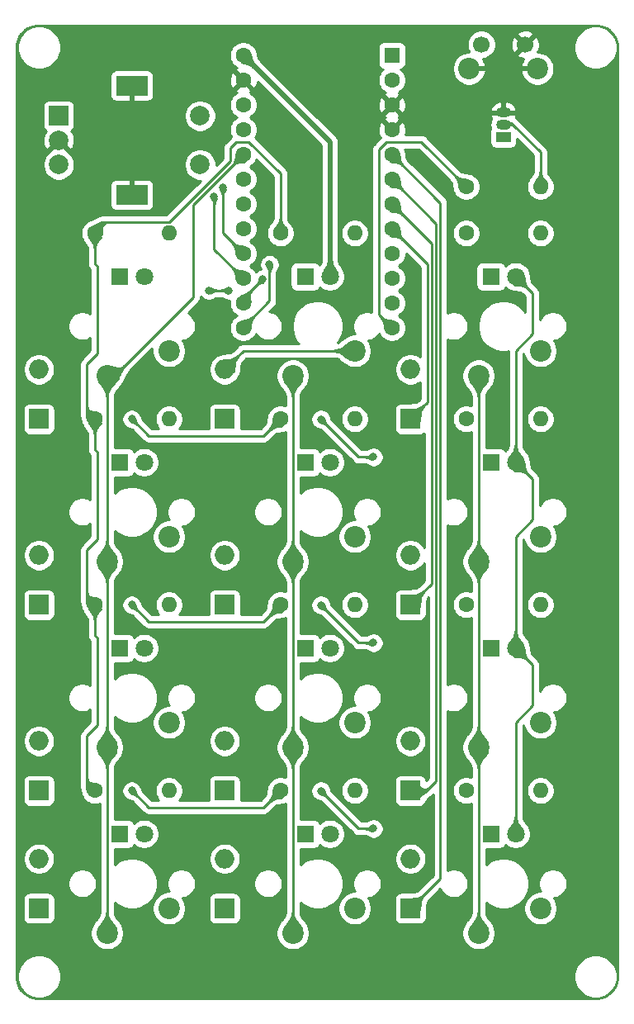
<source format=gtl>
%TF.GenerationSoftware,KiCad,Pcbnew,(5.1.9)-1*%
%TF.CreationDate,2021-03-01T21:33:36-08:00*%
%TF.ProjectId,numpad,6e756d70-6164-42e6-9b69-6361645f7063,rev?*%
%TF.SameCoordinates,Original*%
%TF.FileFunction,Copper,L1,Top*%
%TF.FilePolarity,Positive*%
%FSLAX46Y46*%
G04 Gerber Fmt 4.6, Leading zero omitted, Abs format (unit mm)*
G04 Created by KiCad (PCBNEW (5.1.9)-1) date 2021-03-01 21:33:36*
%MOMM*%
%LPD*%
G01*
G04 APERTURE LIST*
%TA.AperFunction,ComponentPad*%
%ADD10R,2.000000X2.000000*%
%TD*%
%TA.AperFunction,ComponentPad*%
%ADD11C,2.000000*%
%TD*%
%TA.AperFunction,ComponentPad*%
%ADD12R,3.200000X2.000000*%
%TD*%
%TA.AperFunction,ComponentPad*%
%ADD13C,2.200000*%
%TD*%
%TA.AperFunction,ComponentPad*%
%ADD14C,1.600000*%
%TD*%
%TA.AperFunction,ComponentPad*%
%ADD15R,1.600000X1.600000*%
%TD*%
%TA.AperFunction,ComponentPad*%
%ADD16C,1.800000*%
%TD*%
%TA.AperFunction,ComponentPad*%
%ADD17R,1.800000X1.800000*%
%TD*%
%TA.AperFunction,ComponentPad*%
%ADD18O,1.600000X1.600000*%
%TD*%
%TA.AperFunction,ComponentPad*%
%ADD19C,1.700000*%
%TD*%
%TA.AperFunction,ComponentPad*%
%ADD20O,1.500000X1.050000*%
%TD*%
%TA.AperFunction,ComponentPad*%
%ADD21R,1.500000X1.050000*%
%TD*%
%TA.AperFunction,ComponentPad*%
%ADD22O,2.000000X2.000000*%
%TD*%
%TA.AperFunction,ViaPad*%
%ADD23C,0.800000*%
%TD*%
%TA.AperFunction,Conductor*%
%ADD24C,0.500000*%
%TD*%
%TA.AperFunction,Conductor*%
%ADD25C,0.250000*%
%TD*%
%TA.AperFunction,Conductor*%
%ADD26C,0.254000*%
%TD*%
%TA.AperFunction,Conductor*%
%ADD27C,0.100000*%
%TD*%
%TA.AperFunction,Conductor*%
%ADD28C,0.025400*%
%TD*%
G04 APERTURE END LIST*
D10*
%TO.P,SW1,A*%
%TO.N,Net-(SW1-PadA)*%
X198144858Y-49093750D03*
D11*
%TO.P,SW1,C*%
%TO.N,GND*%
X198144858Y-51593750D03*
%TO.P,SW1,B*%
%TO.N,Net-(SW1-PadB)*%
X198144858Y-54093750D03*
D12*
%TO.P,SW1,MP*%
%TO.N,N/C*%
X205644858Y-45993750D03*
X205644858Y-57193750D03*
D11*
%TO.P,SW1,S2*%
%TO.N,Net-(SW1-PadS2)*%
X212644858Y-49093750D03*
%TO.P,SW1,S1*%
%TO.N,Net-(SW1-PadS1)*%
X212644858Y-54093750D03*
%TD*%
D13*
%TO.P,K1,2*%
%TO.N,Net-(D1-Pad2)*%
X209454750Y-73183750D03*
%TO.P,K1,1*%
%TO.N,/col0*%
X203104750Y-75723750D03*
%TD*%
%TO.P,K2,2*%
%TO.N,Net-(D2-Pad2)*%
X228504750Y-73183750D03*
%TO.P,K2,1*%
%TO.N,/col1*%
X222154750Y-75723750D03*
%TD*%
%TO.P,K3,2*%
%TO.N,Net-(D3-Pad2)*%
X247554750Y-73183750D03*
%TO.P,K3,1*%
%TO.N,/col2*%
X241204750Y-75723750D03*
%TD*%
%TO.P,K4,2*%
%TO.N,Net-(D4-Pad2)*%
X209454750Y-92233750D03*
%TO.P,K4,1*%
%TO.N,/col0*%
X203104750Y-94773750D03*
%TD*%
%TO.P,K5,1*%
%TO.N,/col1*%
X222154750Y-94773750D03*
%TO.P,K5,2*%
%TO.N,Net-(D5-Pad2)*%
X228504750Y-92233750D03*
%TD*%
%TO.P,K6,2*%
%TO.N,Net-(D6-Pad2)*%
X247554750Y-92233750D03*
%TO.P,K6,1*%
%TO.N,/col2*%
X241204750Y-94773750D03*
%TD*%
%TO.P,K7,1*%
%TO.N,/col0*%
X203104750Y-113823750D03*
%TO.P,K7,2*%
%TO.N,Net-(D7-Pad2)*%
X209454750Y-111283750D03*
%TD*%
%TO.P,K8,2*%
%TO.N,Net-(D8-Pad2)*%
X228504750Y-111283750D03*
%TO.P,K8,1*%
%TO.N,/col1*%
X222154750Y-113823750D03*
%TD*%
%TO.P,K9,1*%
%TO.N,/col2*%
X241204750Y-113823750D03*
%TO.P,K9,2*%
%TO.N,Net-(D9-Pad2)*%
X247554750Y-111283750D03*
%TD*%
%TO.P,K10,2*%
%TO.N,Net-(D10-Pad2)*%
X209454750Y-130333750D03*
%TO.P,K10,1*%
%TO.N,/col0*%
X203104750Y-132873750D03*
%TD*%
%TO.P,K11,2*%
%TO.N,Net-(D11-Pad2)*%
X228504750Y-130333750D03*
%TO.P,K11,1*%
%TO.N,/col1*%
X222154750Y-132873750D03*
%TD*%
%TO.P,K12,1*%
%TO.N,/col2*%
X241204750Y-132873750D03*
%TO.P,K12,2*%
%TO.N,Net-(D12-Pad2)*%
X247554750Y-130333750D03*
%TD*%
D14*
%TO.P,U1,24*%
%TO.N,Net-(D13-Pad2)*%
X217074750Y-42895000D03*
%TO.P,U1,23*%
%TO.N,GND*%
X217074750Y-45435000D03*
%TO.P,U1,22*%
%TO.N,Net-(SW0-Pad1)*%
X217074750Y-47975000D03*
%TO.P,U1,21*%
%TO.N,Net-(U1-Pad21)*%
X217074750Y-50515000D03*
%TO.P,U1,20*%
%TO.N,/col0*%
X217074750Y-53055000D03*
%TO.P,U1,19*%
%TO.N,/col1*%
X217074750Y-55595000D03*
%TO.P,U1,18*%
%TO.N,/col2*%
X217074750Y-58135000D03*
%TO.P,U1,17*%
%TO.N,Net-(U1-Pad17)*%
X217074750Y-60675000D03*
%TO.P,U1,16*%
%TO.N,Net-(SW1-PadB)*%
X217074750Y-63215000D03*
%TO.P,U1,15*%
%TO.N,Net-(SW1-PadA)*%
X217074750Y-65755000D03*
%TO.P,U1,14*%
%TO.N,Net-(SW1-PadS1)*%
X217074750Y-68295000D03*
%TO.P,U1,13*%
%TO.N,Net-(SW1-PadS2)*%
X217074750Y-70835000D03*
%TO.P,U1,12*%
%TO.N,Net-(R0-Pad1)*%
X232314750Y-70835000D03*
%TO.P,U1,11*%
%TO.N,Net-(U1-Pad11)*%
X232314750Y-68295000D03*
%TO.P,U1,10*%
%TO.N,Net-(U1-Pad10)*%
X232314750Y-65755000D03*
%TO.P,U1,9*%
%TO.N,Net-(U1-Pad9)*%
X232314750Y-63215000D03*
%TO.P,U1,8*%
%TO.N,/row0*%
X232314750Y-60675000D03*
%TO.P,U1,7*%
%TO.N,/row1*%
X232314750Y-58135000D03*
%TO.P,U1,6*%
%TO.N,/row2*%
X232314750Y-55595000D03*
%TO.P,U1,5*%
%TO.N,/row3*%
X232314750Y-53055000D03*
%TO.P,U1,4*%
%TO.N,GND*%
X232314750Y-50515000D03*
%TO.P,U1,3*%
X232314750Y-47975000D03*
%TO.P,U1,2*%
%TO.N,Net-(U1-Pad2)*%
X232314750Y-45435000D03*
D15*
%TO.P,U1,1*%
%TO.N,Net-(U1-Pad1)*%
X232314750Y-42895000D03*
%TD*%
D16*
%TO.P,D13,2*%
%TO.N,Net-(D13-Pad2)*%
X206909750Y-65563750D03*
D17*
%TO.P,D13,1*%
%TO.N,Net-(D13-Pad1)*%
X204369750Y-65563750D03*
%TD*%
%TO.P,D14,1*%
%TO.N,Net-(D14-Pad1)*%
X223419750Y-65563750D03*
D16*
%TO.P,D14,2*%
%TO.N,Net-(D13-Pad2)*%
X225959750Y-65563750D03*
%TD*%
%TO.P,D15,2*%
%TO.N,Net-(D13-Pad2)*%
X245009750Y-65563750D03*
D17*
%TO.P,D15,1*%
%TO.N,Net-(D15-Pad1)*%
X242469750Y-65563750D03*
%TD*%
%TO.P,D16,1*%
%TO.N,Net-(D16-Pad1)*%
X204369750Y-84613750D03*
D16*
%TO.P,D16,2*%
%TO.N,Net-(D13-Pad2)*%
X206909750Y-84613750D03*
%TD*%
%TO.P,D17,2*%
%TO.N,Net-(D13-Pad2)*%
X225959750Y-84613750D03*
D17*
%TO.P,D17,1*%
%TO.N,Net-(D17-Pad1)*%
X223419750Y-84613750D03*
%TD*%
%TO.P,D18,1*%
%TO.N,Net-(D18-Pad1)*%
X242469750Y-84613750D03*
D16*
%TO.P,D18,2*%
%TO.N,Net-(D13-Pad2)*%
X245009750Y-84613750D03*
%TD*%
%TO.P,D19,2*%
%TO.N,Net-(D13-Pad2)*%
X206909750Y-103663750D03*
D17*
%TO.P,D19,1*%
%TO.N,Net-(D19-Pad1)*%
X204369750Y-103663750D03*
%TD*%
%TO.P,D20,1*%
%TO.N,Net-(D20-Pad1)*%
X223419750Y-103663750D03*
D16*
%TO.P,D20,2*%
%TO.N,Net-(D13-Pad2)*%
X225959750Y-103663750D03*
%TD*%
%TO.P,D21,2*%
%TO.N,Net-(D13-Pad2)*%
X245009750Y-103663750D03*
D17*
%TO.P,D21,1*%
%TO.N,Net-(D21-Pad1)*%
X242469750Y-103663750D03*
%TD*%
%TO.P,D22,1*%
%TO.N,Net-(D22-Pad1)*%
X204369750Y-122713750D03*
D16*
%TO.P,D22,2*%
%TO.N,Net-(D13-Pad2)*%
X206909750Y-122713750D03*
%TD*%
D17*
%TO.P,D23,1*%
%TO.N,Net-(D23-Pad1)*%
X223419750Y-122713750D03*
D16*
%TO.P,D23,2*%
%TO.N,Net-(D13-Pad2)*%
X225959750Y-122713750D03*
%TD*%
%TO.P,D24,2*%
%TO.N,Net-(D13-Pad2)*%
X245009750Y-122713750D03*
D17*
%TO.P,D24,1*%
%TO.N,Net-(D24-Pad1)*%
X242469750Y-122713750D03*
%TD*%
D14*
%TO.P,R0,1*%
%TO.N,Net-(R0-Pad1)*%
X239934750Y-56356250D03*
D18*
%TO.P,R0,2*%
%TO.N,Net-(R0-Pad2)*%
X247554750Y-56356250D03*
%TD*%
%TO.P,R1,2*%
%TO.N,Net-(D13-Pad1)*%
X209454750Y-61118750D03*
D14*
%TO.P,R1,1*%
%TO.N,Net-(R1-Pad1)*%
X201834750Y-61118750D03*
%TD*%
%TO.P,R2,1*%
%TO.N,Net-(R1-Pad1)*%
X220884750Y-61118750D03*
D18*
%TO.P,R2,2*%
%TO.N,Net-(D14-Pad1)*%
X228504750Y-61118750D03*
%TD*%
D14*
%TO.P,R3,1*%
%TO.N,Net-(R1-Pad1)*%
X239934750Y-61118750D03*
D18*
%TO.P,R3,2*%
%TO.N,Net-(D15-Pad1)*%
X247554750Y-61118750D03*
%TD*%
%TO.P,R4,2*%
%TO.N,Net-(D16-Pad1)*%
X209454750Y-80168750D03*
D14*
%TO.P,R4,1*%
%TO.N,Net-(R1-Pad1)*%
X201834750Y-80168750D03*
%TD*%
%TO.P,R5,1*%
%TO.N,Net-(R1-Pad1)*%
X220884750Y-80168750D03*
D18*
%TO.P,R5,2*%
%TO.N,Net-(D17-Pad1)*%
X228504750Y-80168750D03*
%TD*%
%TO.P,R6,2*%
%TO.N,Net-(D18-Pad1)*%
X247554750Y-80168750D03*
D14*
%TO.P,R6,1*%
%TO.N,Net-(R1-Pad1)*%
X239934750Y-80168750D03*
%TD*%
%TO.P,R7,1*%
%TO.N,Net-(R1-Pad1)*%
X201834750Y-99218750D03*
D18*
%TO.P,R7,2*%
%TO.N,Net-(D19-Pad1)*%
X209454750Y-99218750D03*
%TD*%
%TO.P,R8,2*%
%TO.N,Net-(D20-Pad1)*%
X228504750Y-99218750D03*
D14*
%TO.P,R8,1*%
%TO.N,Net-(R1-Pad1)*%
X220884750Y-99218750D03*
%TD*%
D18*
%TO.P,R9,2*%
%TO.N,Net-(D21-Pad1)*%
X247554750Y-99218750D03*
D14*
%TO.P,R9,1*%
%TO.N,Net-(R1-Pad1)*%
X239934750Y-99218750D03*
%TD*%
%TO.P,R10,1*%
%TO.N,Net-(R1-Pad1)*%
X201834750Y-118268750D03*
D18*
%TO.P,R10,2*%
%TO.N,Net-(D22-Pad1)*%
X209454750Y-118268750D03*
%TD*%
%TO.P,R11,2*%
%TO.N,Net-(D23-Pad1)*%
X228504750Y-118268750D03*
D14*
%TO.P,R11,1*%
%TO.N,Net-(R1-Pad1)*%
X220884750Y-118268750D03*
%TD*%
%TO.P,R12,1*%
%TO.N,Net-(R1-Pad1)*%
X239934750Y-118268750D03*
D18*
%TO.P,R12,2*%
%TO.N,Net-(D24-Pad1)*%
X247554750Y-118268750D03*
%TD*%
D19*
%TO.P,SW0,1*%
%TO.N,Net-(SW0-Pad1)*%
X241494750Y-41768750D03*
%TO.P,SW0,2*%
%TO.N,GND*%
X245994750Y-41768750D03*
D13*
%TO.P,SW0,*%
%TO.N,*%
X240244750Y-44268750D03*
X247244750Y-44268750D03*
%TD*%
D20*
%TO.P,U2,2*%
%TO.N,Net-(R0-Pad2)*%
X243744750Y-50006250D03*
%TO.P,U2,3*%
%TO.N,GND*%
X243744750Y-48736250D03*
D21*
%TO.P,U2,1*%
%TO.N,Net-(R1-Pad1)*%
X243744750Y-51276250D03*
%TD*%
D10*
%TO.P,D1,1*%
%TO.N,/row0*%
X196119750Y-80168750D03*
D22*
%TO.P,D1,2*%
%TO.N,Net-(D1-Pad2)*%
X196119750Y-75088750D03*
%TD*%
D10*
%TO.P,D2,1*%
%TO.N,/row0*%
X215169750Y-80168750D03*
D22*
%TO.P,D2,2*%
%TO.N,Net-(D2-Pad2)*%
X215169750Y-75088750D03*
%TD*%
%TO.P,D3,2*%
%TO.N,Net-(D3-Pad2)*%
X234219750Y-75088750D03*
D10*
%TO.P,D3,1*%
%TO.N,/row0*%
X234219750Y-80168750D03*
%TD*%
%TO.P,D4,1*%
%TO.N,/row1*%
X196119750Y-99218750D03*
D22*
%TO.P,D4,2*%
%TO.N,Net-(D4-Pad2)*%
X196119750Y-94138750D03*
%TD*%
%TO.P,D5,2*%
%TO.N,Net-(D5-Pad2)*%
X215169750Y-94138750D03*
D10*
%TO.P,D5,1*%
%TO.N,/row1*%
X215169750Y-99218750D03*
%TD*%
%TO.P,D6,1*%
%TO.N,/row1*%
X234219750Y-99218750D03*
D22*
%TO.P,D6,2*%
%TO.N,Net-(D6-Pad2)*%
X234219750Y-94138750D03*
%TD*%
%TO.P,D7,2*%
%TO.N,Net-(D7-Pad2)*%
X196119750Y-113188750D03*
D10*
%TO.P,D7,1*%
%TO.N,/row2*%
X196119750Y-118268750D03*
%TD*%
%TO.P,D8,1*%
%TO.N,/row2*%
X215169750Y-118268750D03*
D22*
%TO.P,D8,2*%
%TO.N,Net-(D8-Pad2)*%
X215169750Y-113188750D03*
%TD*%
%TO.P,D9,2*%
%TO.N,Net-(D9-Pad2)*%
X234219750Y-113188750D03*
D10*
%TO.P,D9,1*%
%TO.N,/row2*%
X234219750Y-118268750D03*
%TD*%
%TO.P,D10,1*%
%TO.N,/row3*%
X196119750Y-130333750D03*
D22*
%TO.P,D10,2*%
%TO.N,Net-(D10-Pad2)*%
X196119750Y-125253750D03*
%TD*%
%TO.P,D11,2*%
%TO.N,Net-(D11-Pad2)*%
X215169750Y-125253750D03*
D10*
%TO.P,D11,1*%
%TO.N,/row3*%
X215169750Y-130333750D03*
%TD*%
D22*
%TO.P,D12,2*%
%TO.N,Net-(D12-Pad2)*%
X234219750Y-125253750D03*
D10*
%TO.P,D12,1*%
%TO.N,/row3*%
X234219750Y-130333750D03*
%TD*%
D23*
%TO.N,Net-(D13-Pad2)*%
X215614250Y-66992500D03*
X213550241Y-66992500D03*
%TO.N,Net-(R1-Pad1)*%
X205644750Y-80168750D03*
X205644750Y-99218750D03*
X230422450Y-122161300D03*
X225037650Y-118300500D03*
X230422450Y-103111300D03*
X225037650Y-99250500D03*
X230422450Y-84061300D03*
X225037650Y-80200500D03*
X205644750Y-118268750D03*
%TO.N,Net-(SW1-PadS1)*%
X219043250Y-65849500D03*
%TO.N,Net-(SW1-PadS2)*%
X219768250Y-64325500D03*
%TO.N,Net-(SW1-PadB)*%
X214979250Y-56451500D03*
%TO.N,Net-(SW1-PadA)*%
X214090250Y-57340500D03*
%TD*%
D24*
%TO.N,*%
X205644858Y-45993750D02*
X205644858Y-57193750D01*
X240244750Y-44268750D02*
X247244750Y-44268750D01*
D25*
%TO.N,/row0*%
X235944751Y-64305001D02*
X232314750Y-60675000D01*
X235944751Y-78443749D02*
X235944751Y-64305001D01*
X234219750Y-80168750D02*
X235944751Y-78443749D01*
%TO.N,Net-(D2-Pad2)*%
X217074750Y-73183750D02*
X215169750Y-75088750D01*
X228504750Y-73183750D02*
X217074750Y-73183750D01*
%TO.N,/row1*%
X236394760Y-62215010D02*
X232314750Y-58135000D01*
X236394760Y-97043740D02*
X236394760Y-62215010D01*
X234219750Y-99218750D02*
X236394760Y-97043740D01*
%TO.N,/row2*%
X236844770Y-60125020D02*
X232314750Y-55595000D01*
X235869750Y-118268750D02*
X236844770Y-117293730D01*
X236844770Y-117293730D02*
X236844770Y-60125020D01*
X234219750Y-118268750D02*
X235869750Y-118268750D01*
%TO.N,/row3*%
X237294780Y-127258720D02*
X234219750Y-130333750D01*
X237294780Y-58035030D02*
X237294780Y-127258720D01*
X232314750Y-53055000D02*
X237294780Y-58035030D01*
%TO.N,/col0*%
X203104750Y-83493748D02*
X203104750Y-75723750D01*
X203104750Y-94773750D02*
X203104750Y-83493748D01*
X203104750Y-102543748D02*
X203104750Y-94773750D01*
X203104750Y-113823750D02*
X203104750Y-102543748D01*
X203104750Y-132873750D02*
X203104750Y-113823750D01*
X211931250Y-67698248D02*
X211931250Y-58198500D01*
X211931250Y-58198500D02*
X217074750Y-53055000D01*
X203905748Y-75723750D02*
X211931250Y-67698248D01*
X203104750Y-75723750D02*
X203905748Y-75723750D01*
%TO.N,/col1*%
X222154750Y-94773750D02*
X222154750Y-75723750D01*
X222154750Y-113823750D02*
X222154750Y-94773750D01*
X222154750Y-132873750D02*
X222154750Y-113823750D01*
%TO.N,/col2*%
X241204750Y-94773750D02*
X241204750Y-75723750D01*
X241204750Y-132873750D02*
X241204750Y-113823750D01*
X241204750Y-98823748D02*
X241204750Y-94773750D01*
X241204750Y-113823750D02*
X241204750Y-98823748D01*
%TO.N,Net-(D13-Pad2)*%
X245009750Y-103663750D02*
X246729250Y-105383250D01*
X246729250Y-109537500D02*
X245009750Y-111257000D01*
X246729250Y-105383250D02*
X246729250Y-109537500D01*
X245009750Y-111257000D02*
X245009750Y-122713750D01*
X245009750Y-84613750D02*
X246729250Y-86333250D01*
X246729250Y-90487500D02*
X245009750Y-92207000D01*
X246729250Y-86333250D02*
X246729250Y-90487500D01*
X245009750Y-92207000D02*
X245009750Y-103663750D01*
D24*
X225959750Y-51780000D02*
X225959750Y-65563750D01*
X217074750Y-42895000D02*
X225959750Y-51780000D01*
D25*
X245009750Y-65563750D02*
X246729250Y-67283250D01*
X246729250Y-67283250D02*
X246729250Y-71437500D01*
X245009750Y-73157000D02*
X245009750Y-84613750D01*
X246729250Y-71437500D02*
X245009750Y-73157000D01*
X215614250Y-66992500D02*
X213550241Y-66992500D01*
%TO.N,Net-(R0-Pad1)*%
X235331000Y-51752500D02*
X239934750Y-56356250D01*
X231784249Y-51752500D02*
X235331000Y-51752500D01*
X230981250Y-52555499D02*
X231784249Y-51752500D01*
X230981250Y-69501500D02*
X230981250Y-52555499D01*
X232314750Y-70835000D02*
X230981250Y-69501500D01*
%TO.N,Net-(R0-Pad2)*%
X244744750Y-50006250D02*
X243744750Y-50006250D01*
X247554750Y-52816250D02*
X244744750Y-50006250D01*
X247554750Y-56356250D02*
X247554750Y-52816250D01*
%TO.N,Net-(R1-Pad1)*%
X201034751Y-112686999D02*
X201034751Y-117468751D01*
X201034751Y-117468751D02*
X201834750Y-118268750D01*
X201834750Y-99218750D02*
X201834750Y-102314375D01*
X201834750Y-102314375D02*
X202152250Y-102631875D01*
X202152250Y-102631875D02*
X202152250Y-111569500D01*
X202152250Y-111569500D02*
X201034751Y-112686999D01*
X201034751Y-93636999D02*
X201034751Y-98418751D01*
X201034751Y-98418751D02*
X201834750Y-99218750D01*
X201834750Y-80168750D02*
X201834750Y-83264375D01*
X201834750Y-83264375D02*
X202152250Y-83581875D01*
X202152250Y-83581875D02*
X202152250Y-92519500D01*
X202152250Y-92519500D02*
X201034751Y-93636999D01*
X219159749Y-81893751D02*
X220884750Y-80168750D01*
X207369751Y-81893751D02*
X219159749Y-81893751D01*
X205644750Y-80168750D02*
X207369751Y-81893751D01*
X219159749Y-100943751D02*
X220884750Y-99218750D01*
X207369751Y-100943751D02*
X219159749Y-100943751D01*
X205644750Y-99218750D02*
X207369751Y-100943751D01*
X228898450Y-122161300D02*
X225037650Y-118300500D01*
X230422450Y-122161300D02*
X228898450Y-122161300D01*
X228898450Y-103111300D02*
X225037650Y-99250500D01*
X230422450Y-103111300D02*
X228898450Y-103111300D01*
X228898450Y-84061300D02*
X225037650Y-80200500D01*
X230422450Y-84061300D02*
X228898450Y-84061300D01*
X219159749Y-119993751D02*
X220884750Y-118268750D01*
X207369751Y-119993751D02*
X219159749Y-119993751D01*
X205644750Y-118268750D02*
X207369751Y-119993751D01*
X201034751Y-74586999D02*
X201034751Y-79368751D01*
X202152250Y-73469500D02*
X201034751Y-74586999D01*
X202152250Y-64531875D02*
X202152250Y-73469500D01*
X201034751Y-79368751D02*
X201834750Y-80168750D01*
X201834750Y-64214375D02*
X202152250Y-64531875D01*
X201834750Y-61118750D02*
X201834750Y-64214375D01*
X215741250Y-52387500D02*
X216376250Y-51752500D01*
X202959751Y-59993749D02*
X209499591Y-59993749D01*
X215741250Y-53752090D02*
X215741250Y-52387500D01*
X201834750Y-61118750D02*
X202959751Y-59993749D01*
X220884750Y-54991000D02*
X220884750Y-61118750D01*
X209499591Y-59993749D02*
X215741250Y-53752090D01*
X216376250Y-51752500D02*
X217646250Y-51752500D01*
X217646250Y-51752500D02*
X220884750Y-54991000D01*
%TO.N,Net-(SW1-PadS1)*%
X217074750Y-67818000D02*
X217074750Y-68295000D01*
X219043250Y-65849500D02*
X217074750Y-67818000D01*
%TO.N,Net-(SW1-PadS2)*%
X219768250Y-68045500D02*
X217074750Y-70739000D01*
X217074750Y-70739000D02*
X217074750Y-70835000D01*
X219768250Y-64325500D02*
X219768250Y-68045500D01*
%TO.N,Net-(SW1-PadB)*%
X214979250Y-61119500D02*
X217074750Y-63215000D01*
X214979250Y-56451500D02*
X214979250Y-61119500D01*
%TO.N,Net-(SW1-PadA)*%
X214090250Y-62770500D02*
X217074750Y-65755000D01*
X214090250Y-57340500D02*
X214090250Y-62770500D01*
%TD*%
D26*
%TO.N,GND*%
X253500451Y-39834055D02*
X253789624Y-39891575D01*
X254068807Y-39986346D01*
X254333240Y-40116749D01*
X254578383Y-40280548D01*
X254800053Y-40474947D01*
X254994452Y-40696617D01*
X255158251Y-40941760D01*
X255288654Y-41206193D01*
X255383425Y-41485376D01*
X255440945Y-41774549D01*
X255460500Y-42072906D01*
X255460500Y-137314594D01*
X255440945Y-137612951D01*
X255383425Y-137902124D01*
X255288654Y-138181307D01*
X255158251Y-138445740D01*
X254994452Y-138690883D01*
X254800053Y-138912553D01*
X254578383Y-139106952D01*
X254333240Y-139270751D01*
X254068807Y-139401154D01*
X253789624Y-139495925D01*
X253500451Y-139553445D01*
X253202094Y-139573000D01*
X196060406Y-139573000D01*
X195762049Y-139553445D01*
X195472876Y-139495925D01*
X195193693Y-139401154D01*
X194929260Y-139270751D01*
X194684117Y-139106952D01*
X194462447Y-138912553D01*
X194268048Y-138690883D01*
X194104249Y-138445740D01*
X193973846Y-138181307D01*
X193879075Y-137902124D01*
X193821555Y-137612951D01*
X193802000Y-137314594D01*
X193802000Y-137098622D01*
X193884750Y-137098622D01*
X193884750Y-137538878D01*
X193970640Y-137970675D01*
X194139119Y-138377419D01*
X194383712Y-138743479D01*
X194695021Y-139054788D01*
X195061081Y-139299381D01*
X195467825Y-139467860D01*
X195899622Y-139553750D01*
X196339878Y-139553750D01*
X196771675Y-139467860D01*
X197178419Y-139299381D01*
X197544479Y-139054788D01*
X197855788Y-138743479D01*
X198100381Y-138377419D01*
X198268860Y-137970675D01*
X198354750Y-137538878D01*
X198354750Y-137098622D01*
X250971250Y-137098622D01*
X250971250Y-137538878D01*
X251057140Y-137970675D01*
X251225619Y-138377419D01*
X251470212Y-138743479D01*
X251781521Y-139054788D01*
X252147581Y-139299381D01*
X252554325Y-139467860D01*
X252986122Y-139553750D01*
X253426378Y-139553750D01*
X253858175Y-139467860D01*
X254264919Y-139299381D01*
X254630979Y-139054788D01*
X254942288Y-138743479D01*
X255186881Y-138377419D01*
X255355360Y-137970675D01*
X255441250Y-137538878D01*
X255441250Y-137098622D01*
X255355360Y-136666825D01*
X255186881Y-136260081D01*
X254942288Y-135894021D01*
X254630979Y-135582712D01*
X254264919Y-135338119D01*
X253858175Y-135169640D01*
X253426378Y-135083750D01*
X252986122Y-135083750D01*
X252554325Y-135169640D01*
X252147581Y-135338119D01*
X251781521Y-135582712D01*
X251470212Y-135894021D01*
X251225619Y-136260081D01*
X251057140Y-136666825D01*
X250971250Y-137098622D01*
X198354750Y-137098622D01*
X198268860Y-136666825D01*
X198100381Y-136260081D01*
X197855788Y-135894021D01*
X197544479Y-135582712D01*
X197178419Y-135338119D01*
X196771675Y-135169640D01*
X196339878Y-135083750D01*
X195899622Y-135083750D01*
X195467825Y-135169640D01*
X195061081Y-135338119D01*
X194695021Y-135582712D01*
X194383712Y-135894021D01*
X194139119Y-136260081D01*
X193970640Y-136666825D01*
X193884750Y-137098622D01*
X193802000Y-137098622D01*
X193802000Y-129333750D01*
X194481678Y-129333750D01*
X194481678Y-131333750D01*
X194493938Y-131458232D01*
X194530248Y-131577930D01*
X194589213Y-131688244D01*
X194668565Y-131784935D01*
X194765256Y-131864287D01*
X194875570Y-131923252D01*
X194995268Y-131959562D01*
X195119750Y-131971822D01*
X197119750Y-131971822D01*
X197244232Y-131959562D01*
X197363930Y-131923252D01*
X197474244Y-131864287D01*
X197570935Y-131784935D01*
X197650287Y-131688244D01*
X197709252Y-131577930D01*
X197745562Y-131458232D01*
X197757822Y-131333750D01*
X197757822Y-129333750D01*
X197745562Y-129209268D01*
X197709252Y-129089570D01*
X197650287Y-128979256D01*
X197570935Y-128882565D01*
X197474244Y-128803213D01*
X197363930Y-128744248D01*
X197244232Y-128707938D01*
X197119750Y-128695678D01*
X195119750Y-128695678D01*
X194995268Y-128707938D01*
X194875570Y-128744248D01*
X194765256Y-128803213D01*
X194668565Y-128882565D01*
X194589213Y-128979256D01*
X194530248Y-129089570D01*
X194493938Y-129209268D01*
X194481678Y-129333750D01*
X193802000Y-129333750D01*
X193802000Y-127647490D01*
X199079750Y-127647490D01*
X199079750Y-127940010D01*
X199136818Y-128226908D01*
X199248760Y-128497161D01*
X199411275Y-128740382D01*
X199618118Y-128947225D01*
X199861339Y-129109740D01*
X200131592Y-129221682D01*
X200418490Y-129278750D01*
X200711010Y-129278750D01*
X200997908Y-129221682D01*
X201268161Y-129109740D01*
X201511382Y-128947225D01*
X201718225Y-128740382D01*
X201880740Y-128497161D01*
X201992682Y-128226908D01*
X202049750Y-127940010D01*
X202049750Y-127647490D01*
X201992682Y-127360592D01*
X201880740Y-127090339D01*
X201718225Y-126847118D01*
X201511382Y-126640275D01*
X201268161Y-126477760D01*
X200997908Y-126365818D01*
X200711010Y-126308750D01*
X200418490Y-126308750D01*
X200131592Y-126365818D01*
X199861339Y-126477760D01*
X199618118Y-126640275D01*
X199411275Y-126847118D01*
X199248760Y-127090339D01*
X199136818Y-127360592D01*
X199079750Y-127647490D01*
X193802000Y-127647490D01*
X193802000Y-125092717D01*
X194484750Y-125092717D01*
X194484750Y-125414783D01*
X194547582Y-125730662D01*
X194670832Y-126028213D01*
X194849763Y-126296002D01*
X195077498Y-126523737D01*
X195345287Y-126702668D01*
X195642838Y-126825918D01*
X195958717Y-126888750D01*
X196280783Y-126888750D01*
X196596662Y-126825918D01*
X196894213Y-126702668D01*
X197162002Y-126523737D01*
X197389737Y-126296002D01*
X197568668Y-126028213D01*
X197691918Y-125730662D01*
X197754750Y-125414783D01*
X197754750Y-125092717D01*
X197691918Y-124776838D01*
X197568668Y-124479287D01*
X197389737Y-124211498D01*
X197162002Y-123983763D01*
X196894213Y-123804832D01*
X196596662Y-123681582D01*
X196280783Y-123618750D01*
X195958717Y-123618750D01*
X195642838Y-123681582D01*
X195345287Y-123804832D01*
X195077498Y-123983763D01*
X194849763Y-124211498D01*
X194670832Y-124479287D01*
X194547582Y-124776838D01*
X194484750Y-125092717D01*
X193802000Y-125092717D01*
X193802000Y-117268750D01*
X194481678Y-117268750D01*
X194481678Y-119268750D01*
X194493938Y-119393232D01*
X194530248Y-119512930D01*
X194589213Y-119623244D01*
X194668565Y-119719935D01*
X194765256Y-119799287D01*
X194875570Y-119858252D01*
X194995268Y-119894562D01*
X195119750Y-119906822D01*
X197119750Y-119906822D01*
X197244232Y-119894562D01*
X197363930Y-119858252D01*
X197474244Y-119799287D01*
X197570935Y-119719935D01*
X197650287Y-119623244D01*
X197709252Y-119512930D01*
X197745562Y-119393232D01*
X197757822Y-119268750D01*
X197757822Y-117268750D01*
X197745562Y-117144268D01*
X197709252Y-117024570D01*
X197650287Y-116914256D01*
X197570935Y-116817565D01*
X197474244Y-116738213D01*
X197363930Y-116679248D01*
X197244232Y-116642938D01*
X197119750Y-116630678D01*
X195119750Y-116630678D01*
X194995268Y-116642938D01*
X194875570Y-116679248D01*
X194765256Y-116738213D01*
X194668565Y-116817565D01*
X194589213Y-116914256D01*
X194530248Y-117024570D01*
X194493938Y-117144268D01*
X194481678Y-117268750D01*
X193802000Y-117268750D01*
X193802000Y-113027717D01*
X194484750Y-113027717D01*
X194484750Y-113349783D01*
X194547582Y-113665662D01*
X194670832Y-113963213D01*
X194849763Y-114231002D01*
X195077498Y-114458737D01*
X195345287Y-114637668D01*
X195642838Y-114760918D01*
X195958717Y-114823750D01*
X196280783Y-114823750D01*
X196596662Y-114760918D01*
X196894213Y-114637668D01*
X197162002Y-114458737D01*
X197389737Y-114231002D01*
X197568668Y-113963213D01*
X197691918Y-113665662D01*
X197754750Y-113349783D01*
X197754750Y-113027717D01*
X197691918Y-112711838D01*
X197568668Y-112414287D01*
X197389737Y-112146498D01*
X197162002Y-111918763D01*
X196894213Y-111739832D01*
X196596662Y-111616582D01*
X196280783Y-111553750D01*
X195958717Y-111553750D01*
X195642838Y-111616582D01*
X195345287Y-111739832D01*
X195077498Y-111918763D01*
X194849763Y-112146498D01*
X194670832Y-112414287D01*
X194547582Y-112711838D01*
X194484750Y-113027717D01*
X193802000Y-113027717D01*
X193802000Y-98218750D01*
X194481678Y-98218750D01*
X194481678Y-100218750D01*
X194493938Y-100343232D01*
X194530248Y-100462930D01*
X194589213Y-100573244D01*
X194668565Y-100669935D01*
X194765256Y-100749287D01*
X194875570Y-100808252D01*
X194995268Y-100844562D01*
X195119750Y-100856822D01*
X197119750Y-100856822D01*
X197244232Y-100844562D01*
X197363930Y-100808252D01*
X197474244Y-100749287D01*
X197570935Y-100669935D01*
X197650287Y-100573244D01*
X197709252Y-100462930D01*
X197745562Y-100343232D01*
X197757822Y-100218750D01*
X197757822Y-98218750D01*
X197745562Y-98094268D01*
X197709252Y-97974570D01*
X197650287Y-97864256D01*
X197570935Y-97767565D01*
X197474244Y-97688213D01*
X197363930Y-97629248D01*
X197244232Y-97592938D01*
X197119750Y-97580678D01*
X195119750Y-97580678D01*
X194995268Y-97592938D01*
X194875570Y-97629248D01*
X194765256Y-97688213D01*
X194668565Y-97767565D01*
X194589213Y-97864256D01*
X194530248Y-97974570D01*
X194493938Y-98094268D01*
X194481678Y-98218750D01*
X193802000Y-98218750D01*
X193802000Y-93977717D01*
X194484750Y-93977717D01*
X194484750Y-94299783D01*
X194547582Y-94615662D01*
X194670832Y-94913213D01*
X194849763Y-95181002D01*
X195077498Y-95408737D01*
X195345287Y-95587668D01*
X195642838Y-95710918D01*
X195958717Y-95773750D01*
X196280783Y-95773750D01*
X196596662Y-95710918D01*
X196894213Y-95587668D01*
X197162002Y-95408737D01*
X197389737Y-95181002D01*
X197568668Y-94913213D01*
X197691918Y-94615662D01*
X197754750Y-94299783D01*
X197754750Y-93977717D01*
X197691918Y-93661838D01*
X197568668Y-93364287D01*
X197389737Y-93096498D01*
X197162002Y-92868763D01*
X196894213Y-92689832D01*
X196596662Y-92566582D01*
X196280783Y-92503750D01*
X195958717Y-92503750D01*
X195642838Y-92566582D01*
X195345287Y-92689832D01*
X195077498Y-92868763D01*
X194849763Y-93096498D01*
X194670832Y-93364287D01*
X194547582Y-93661838D01*
X194484750Y-93977717D01*
X193802000Y-93977717D01*
X193802000Y-79168750D01*
X194481678Y-79168750D01*
X194481678Y-81168750D01*
X194493938Y-81293232D01*
X194530248Y-81412930D01*
X194589213Y-81523244D01*
X194668565Y-81619935D01*
X194765256Y-81699287D01*
X194875570Y-81758252D01*
X194995268Y-81794562D01*
X195119750Y-81806822D01*
X197119750Y-81806822D01*
X197244232Y-81794562D01*
X197363930Y-81758252D01*
X197474244Y-81699287D01*
X197570935Y-81619935D01*
X197650287Y-81523244D01*
X197709252Y-81412930D01*
X197745562Y-81293232D01*
X197757822Y-81168750D01*
X197757822Y-79168750D01*
X197745562Y-79044268D01*
X197709252Y-78924570D01*
X197650287Y-78814256D01*
X197570935Y-78717565D01*
X197474244Y-78638213D01*
X197363930Y-78579248D01*
X197244232Y-78542938D01*
X197119750Y-78530678D01*
X195119750Y-78530678D01*
X194995268Y-78542938D01*
X194875570Y-78579248D01*
X194765256Y-78638213D01*
X194668565Y-78717565D01*
X194589213Y-78814256D01*
X194530248Y-78924570D01*
X194493938Y-79044268D01*
X194481678Y-79168750D01*
X193802000Y-79168750D01*
X193802000Y-74927717D01*
X194484750Y-74927717D01*
X194484750Y-75249783D01*
X194547582Y-75565662D01*
X194670832Y-75863213D01*
X194849763Y-76131002D01*
X195077498Y-76358737D01*
X195345287Y-76537668D01*
X195642838Y-76660918D01*
X195958717Y-76723750D01*
X196280783Y-76723750D01*
X196596662Y-76660918D01*
X196894213Y-76537668D01*
X197162002Y-76358737D01*
X197389737Y-76131002D01*
X197568668Y-75863213D01*
X197691918Y-75565662D01*
X197754750Y-75249783D01*
X197754750Y-74927717D01*
X197691918Y-74611838D01*
X197568668Y-74314287D01*
X197389737Y-74046498D01*
X197162002Y-73818763D01*
X196894213Y-73639832D01*
X196596662Y-73516582D01*
X196280783Y-73453750D01*
X195958717Y-73453750D01*
X195642838Y-73516582D01*
X195345287Y-73639832D01*
X195077498Y-73818763D01*
X194849763Y-74046498D01*
X194670832Y-74314287D01*
X194547582Y-74611838D01*
X194484750Y-74927717D01*
X193802000Y-74927717D01*
X193802000Y-70497490D01*
X199079750Y-70497490D01*
X199079750Y-70790010D01*
X199136818Y-71076908D01*
X199248760Y-71347161D01*
X199411275Y-71590382D01*
X199618118Y-71797225D01*
X199861339Y-71959740D01*
X200131592Y-72071682D01*
X200418490Y-72128750D01*
X200711010Y-72128750D01*
X200997908Y-72071682D01*
X201268161Y-71959740D01*
X201392251Y-71876826D01*
X201392251Y-73154697D01*
X200523753Y-74023195D01*
X200494750Y-74046998D01*
X200461074Y-74088033D01*
X200399777Y-74162723D01*
X200357299Y-74242193D01*
X200329205Y-74294753D01*
X200285748Y-74438014D01*
X200274751Y-74549667D01*
X200274751Y-74549677D01*
X200271075Y-74586999D01*
X200274751Y-74624322D01*
X200274752Y-78998099D01*
X200274124Y-79002674D01*
X200273549Y-79098463D01*
X200273388Y-79114699D01*
X200271071Y-79281697D01*
X200271060Y-79282522D01*
X200270983Y-79288645D01*
X200270974Y-79289455D01*
X200269495Y-79420335D01*
X200269455Y-79426156D01*
X200269362Y-79469771D01*
X200269377Y-79475577D01*
X200269876Y-79546754D01*
X200270072Y-79558708D01*
X200272388Y-79648318D01*
X200272809Y-79660267D01*
X200273719Y-79680626D01*
X200274748Y-79698190D01*
X200283687Y-79821481D01*
X200287596Y-79859491D01*
X200303932Y-79982003D01*
X200307025Y-80002611D01*
X200307378Y-80004726D01*
X200310940Y-80024193D01*
X200335914Y-80149618D01*
X200340133Y-80169190D01*
X200343183Y-80182330D01*
X200347166Y-80198522D01*
X200378644Y-80319607D01*
X200383053Y-80335699D01*
X200397146Y-80384596D01*
X200400691Y-80396458D01*
X200428146Y-80485178D01*
X200431920Y-80496966D01*
X200444461Y-80534861D01*
X200454897Y-80587324D01*
X200563070Y-80848477D01*
X200613803Y-80924405D01*
X200616414Y-80928961D01*
X200693202Y-81056247D01*
X200708480Y-81080332D01*
X200712599Y-81086514D01*
X200724935Y-81104359D01*
X200802927Y-81213166D01*
X200815885Y-81230606D01*
X200834366Y-81254610D01*
X200840381Y-81262299D01*
X200886018Y-81319726D01*
X200892165Y-81327341D01*
X200930387Y-81373944D01*
X200956160Y-81406017D01*
X200968883Y-81422180D01*
X201011750Y-81481107D01*
X201033355Y-81518072D01*
X201046961Y-81550909D01*
X201059848Y-81602204D01*
X201073189Y-81720547D01*
X201074124Y-81720442D01*
X201074751Y-81724805D01*
X201074751Y-83227043D01*
X201071074Y-83264375D01*
X201074751Y-83301708D01*
X201085748Y-83413361D01*
X201089039Y-83424209D01*
X201129204Y-83556621D01*
X201199776Y-83688651D01*
X201257841Y-83759402D01*
X201294750Y-83804376D01*
X201323748Y-83828174D01*
X201392250Y-83896676D01*
X201392251Y-88460674D01*
X201268161Y-88377760D01*
X200997908Y-88265818D01*
X200711010Y-88208750D01*
X200418490Y-88208750D01*
X200131592Y-88265818D01*
X199861339Y-88377760D01*
X199618118Y-88540275D01*
X199411275Y-88747118D01*
X199248760Y-88990339D01*
X199136818Y-89260592D01*
X199079750Y-89547490D01*
X199079750Y-89840010D01*
X199136818Y-90126908D01*
X199248760Y-90397161D01*
X199411275Y-90640382D01*
X199618118Y-90847225D01*
X199861339Y-91009740D01*
X200131592Y-91121682D01*
X200418490Y-91178750D01*
X200711010Y-91178750D01*
X200997908Y-91121682D01*
X201268161Y-91009740D01*
X201392251Y-90926826D01*
X201392251Y-92204697D01*
X200523753Y-93073195D01*
X200494750Y-93096998D01*
X200447581Y-93154474D01*
X200399777Y-93212723D01*
X200331880Y-93339748D01*
X200329205Y-93344753D01*
X200285748Y-93488014D01*
X200274751Y-93599667D01*
X200274751Y-93599677D01*
X200271075Y-93636999D01*
X200274751Y-93674322D01*
X200274752Y-98048099D01*
X200274124Y-98052674D01*
X200273549Y-98148463D01*
X200273388Y-98164699D01*
X200271071Y-98331697D01*
X200271060Y-98332522D01*
X200270983Y-98338645D01*
X200270974Y-98339455D01*
X200269495Y-98470335D01*
X200269455Y-98476156D01*
X200269362Y-98519771D01*
X200269377Y-98525577D01*
X200269876Y-98596754D01*
X200270072Y-98608708D01*
X200272388Y-98698318D01*
X200272809Y-98710267D01*
X200273719Y-98730626D01*
X200274748Y-98748190D01*
X200283687Y-98871481D01*
X200287596Y-98909491D01*
X200303932Y-99032003D01*
X200307025Y-99052611D01*
X200307378Y-99054726D01*
X200310940Y-99074193D01*
X200335914Y-99199618D01*
X200340133Y-99219190D01*
X200343183Y-99232330D01*
X200347166Y-99248522D01*
X200378644Y-99369607D01*
X200383053Y-99385699D01*
X200397146Y-99434596D01*
X200400691Y-99446458D01*
X200428146Y-99535178D01*
X200431920Y-99546966D01*
X200444461Y-99584861D01*
X200454897Y-99637324D01*
X200563070Y-99898477D01*
X200613803Y-99974405D01*
X200616414Y-99978961D01*
X200693202Y-100106247D01*
X200708480Y-100130332D01*
X200712599Y-100136514D01*
X200724935Y-100154359D01*
X200802927Y-100263166D01*
X200815885Y-100280606D01*
X200834366Y-100304610D01*
X200840381Y-100312299D01*
X200886018Y-100369726D01*
X200892165Y-100377341D01*
X200930387Y-100423944D01*
X200956160Y-100456017D01*
X200968883Y-100472180D01*
X201011750Y-100531107D01*
X201033355Y-100568072D01*
X201046961Y-100600909D01*
X201059848Y-100652204D01*
X201073189Y-100770547D01*
X201074124Y-100770442D01*
X201074751Y-100774805D01*
X201074751Y-102277043D01*
X201071074Y-102314375D01*
X201074751Y-102351708D01*
X201085748Y-102463361D01*
X201089039Y-102474209D01*
X201129204Y-102606621D01*
X201199776Y-102738651D01*
X201257841Y-102809402D01*
X201294750Y-102854376D01*
X201323748Y-102878174D01*
X201392250Y-102946676D01*
X201392251Y-107510674D01*
X201268161Y-107427760D01*
X200997908Y-107315818D01*
X200711010Y-107258750D01*
X200418490Y-107258750D01*
X200131592Y-107315818D01*
X199861339Y-107427760D01*
X199618118Y-107590275D01*
X199411275Y-107797118D01*
X199248760Y-108040339D01*
X199136818Y-108310592D01*
X199079750Y-108597490D01*
X199079750Y-108890010D01*
X199136818Y-109176908D01*
X199248760Y-109447161D01*
X199411275Y-109690382D01*
X199618118Y-109897225D01*
X199861339Y-110059740D01*
X200131592Y-110171682D01*
X200418490Y-110228750D01*
X200711010Y-110228750D01*
X200997908Y-110171682D01*
X201268161Y-110059740D01*
X201392251Y-109976826D01*
X201392251Y-111254697D01*
X200523753Y-112123195D01*
X200494750Y-112146998D01*
X200447581Y-112204474D01*
X200399777Y-112262723D01*
X200331880Y-112389748D01*
X200329205Y-112394753D01*
X200285748Y-112538014D01*
X200274751Y-112649667D01*
X200274751Y-112649677D01*
X200271075Y-112686999D01*
X200274751Y-112724322D01*
X200274752Y-117098099D01*
X200274124Y-117102674D01*
X200273549Y-117198463D01*
X200273388Y-117214699D01*
X200271071Y-117381697D01*
X200271060Y-117382522D01*
X200270983Y-117388645D01*
X200270974Y-117389455D01*
X200269495Y-117520335D01*
X200269455Y-117526156D01*
X200269362Y-117569771D01*
X200269377Y-117575577D01*
X200269876Y-117646754D01*
X200270072Y-117658708D01*
X200272388Y-117748318D01*
X200272809Y-117760267D01*
X200273719Y-117780626D01*
X200274748Y-117798190D01*
X200283687Y-117921481D01*
X200287596Y-117959491D01*
X200303932Y-118082003D01*
X200307025Y-118102611D01*
X200307378Y-118104726D01*
X200310940Y-118124193D01*
X200335914Y-118249618D01*
X200340133Y-118269190D01*
X200343183Y-118282330D01*
X200347166Y-118298522D01*
X200378644Y-118419607D01*
X200383053Y-118435699D01*
X200397146Y-118484596D01*
X200400691Y-118496458D01*
X200428146Y-118585178D01*
X200431920Y-118596966D01*
X200444461Y-118634861D01*
X200454897Y-118687324D01*
X200563070Y-118948477D01*
X200720113Y-119183509D01*
X200919991Y-119383387D01*
X201155023Y-119540430D01*
X201416176Y-119648603D01*
X201693415Y-119703750D01*
X201976085Y-119703750D01*
X202253324Y-119648603D01*
X202344751Y-119610733D01*
X202344750Y-130741799D01*
X202341505Y-130759537D01*
X202341056Y-130759482D01*
X202340151Y-130766939D01*
X202338877Y-130773903D01*
X202338526Y-130780333D01*
X202319607Y-130936216D01*
X202293190Y-131033663D01*
X202260979Y-131105570D01*
X202214663Y-131178822D01*
X202141348Y-131272242D01*
X202107907Y-131311708D01*
X202087753Y-131335136D01*
X202016892Y-131416261D01*
X202008950Y-131425531D01*
X201950089Y-131495592D01*
X201942336Y-131505003D01*
X201911189Y-131543556D01*
X201896076Y-131563023D01*
X201785623Y-131711148D01*
X201771269Y-131731198D01*
X201764621Y-131740876D01*
X201747405Y-131767324D01*
X201638227Y-131944526D01*
X201633185Y-131953185D01*
X201567213Y-132051919D01*
X201436425Y-132367669D01*
X201369750Y-132702867D01*
X201369750Y-133044633D01*
X201436425Y-133379831D01*
X201567213Y-133695581D01*
X201757087Y-133979748D01*
X201998752Y-134221413D01*
X202282919Y-134411287D01*
X202598669Y-134542075D01*
X202933867Y-134608750D01*
X203275633Y-134608750D01*
X203610831Y-134542075D01*
X203926581Y-134411287D01*
X204210748Y-134221413D01*
X204452413Y-133979748D01*
X204642287Y-133695581D01*
X204773075Y-133379831D01*
X204839750Y-133044633D01*
X204839750Y-132702867D01*
X204773075Y-132367669D01*
X204642287Y-132051919D01*
X204576321Y-131953194D01*
X204571273Y-131944525D01*
X204462094Y-131767322D01*
X204444860Y-131740850D01*
X204438212Y-131731173D01*
X204423876Y-131711148D01*
X204313423Y-131563023D01*
X204298310Y-131543556D01*
X204267163Y-131505003D01*
X204259410Y-131495592D01*
X204200549Y-131425531D01*
X204192607Y-131416261D01*
X204121746Y-131335136D01*
X204101592Y-131311708D01*
X204068151Y-131272242D01*
X203994840Y-131178826D01*
X203948520Y-131105569D01*
X203916309Y-131033663D01*
X203889892Y-130936217D01*
X203870977Y-130780363D01*
X203870625Y-130773926D01*
X203869349Y-130766948D01*
X203868442Y-130759479D01*
X203867992Y-130759534D01*
X203864750Y-130741812D01*
X203864750Y-129740203D01*
X203965035Y-129840488D01*
X204396609Y-130128857D01*
X204876149Y-130327489D01*
X205385225Y-130428750D01*
X205904275Y-130428750D01*
X206413351Y-130327489D01*
X206810783Y-130162867D01*
X207719750Y-130162867D01*
X207719750Y-130504633D01*
X207786425Y-130839831D01*
X207917213Y-131155581D01*
X208107087Y-131439748D01*
X208348752Y-131681413D01*
X208632919Y-131871287D01*
X208948669Y-132002075D01*
X209283867Y-132068750D01*
X209625633Y-132068750D01*
X209960831Y-132002075D01*
X210276581Y-131871287D01*
X210560748Y-131681413D01*
X210802413Y-131439748D01*
X210992287Y-131155581D01*
X211123075Y-130839831D01*
X211189750Y-130504633D01*
X211189750Y-130162867D01*
X211123075Y-129827669D01*
X210992287Y-129511919D01*
X210873239Y-129333750D01*
X213531678Y-129333750D01*
X213531678Y-131333750D01*
X213543938Y-131458232D01*
X213580248Y-131577930D01*
X213639213Y-131688244D01*
X213718565Y-131784935D01*
X213815256Y-131864287D01*
X213925570Y-131923252D01*
X214045268Y-131959562D01*
X214169750Y-131971822D01*
X216169750Y-131971822D01*
X216294232Y-131959562D01*
X216413930Y-131923252D01*
X216524244Y-131864287D01*
X216620935Y-131784935D01*
X216700287Y-131688244D01*
X216759252Y-131577930D01*
X216795562Y-131458232D01*
X216807822Y-131333750D01*
X216807822Y-129333750D01*
X216795562Y-129209268D01*
X216759252Y-129089570D01*
X216700287Y-128979256D01*
X216620935Y-128882565D01*
X216524244Y-128803213D01*
X216413930Y-128744248D01*
X216294232Y-128707938D01*
X216169750Y-128695678D01*
X214169750Y-128695678D01*
X214045268Y-128707938D01*
X213925570Y-128744248D01*
X213815256Y-128803213D01*
X213718565Y-128882565D01*
X213639213Y-128979256D01*
X213580248Y-129089570D01*
X213543938Y-129209268D01*
X213531678Y-129333750D01*
X210873239Y-129333750D01*
X210836489Y-129278750D01*
X210871010Y-129278750D01*
X211157908Y-129221682D01*
X211428161Y-129109740D01*
X211671382Y-128947225D01*
X211878225Y-128740382D01*
X212040740Y-128497161D01*
X212152682Y-128226908D01*
X212209750Y-127940010D01*
X212209750Y-127647490D01*
X218129750Y-127647490D01*
X218129750Y-127940010D01*
X218186818Y-128226908D01*
X218298760Y-128497161D01*
X218461275Y-128740382D01*
X218668118Y-128947225D01*
X218911339Y-129109740D01*
X219181592Y-129221682D01*
X219468490Y-129278750D01*
X219761010Y-129278750D01*
X220047908Y-129221682D01*
X220318161Y-129109740D01*
X220561382Y-128947225D01*
X220768225Y-128740382D01*
X220930740Y-128497161D01*
X221042682Y-128226908D01*
X221099750Y-127940010D01*
X221099750Y-127647490D01*
X221042682Y-127360592D01*
X220930740Y-127090339D01*
X220768225Y-126847118D01*
X220561382Y-126640275D01*
X220318161Y-126477760D01*
X220047908Y-126365818D01*
X219761010Y-126308750D01*
X219468490Y-126308750D01*
X219181592Y-126365818D01*
X218911339Y-126477760D01*
X218668118Y-126640275D01*
X218461275Y-126847118D01*
X218298760Y-127090339D01*
X218186818Y-127360592D01*
X218129750Y-127647490D01*
X212209750Y-127647490D01*
X212152682Y-127360592D01*
X212040740Y-127090339D01*
X211878225Y-126847118D01*
X211671382Y-126640275D01*
X211428161Y-126477760D01*
X211157908Y-126365818D01*
X210871010Y-126308750D01*
X210578490Y-126308750D01*
X210291592Y-126365818D01*
X210021339Y-126477760D01*
X209778118Y-126640275D01*
X209571275Y-126847118D01*
X209408760Y-127090339D01*
X209296818Y-127360592D01*
X209239750Y-127647490D01*
X209239750Y-127940010D01*
X209296818Y-128226908D01*
X209408760Y-128497161D01*
X209476640Y-128598750D01*
X209283867Y-128598750D01*
X208948669Y-128665425D01*
X208632919Y-128796213D01*
X208348752Y-128986087D01*
X208107087Y-129227752D01*
X207917213Y-129511919D01*
X207786425Y-129827669D01*
X207719750Y-130162867D01*
X206810783Y-130162867D01*
X206892891Y-130128857D01*
X207324465Y-129840488D01*
X207691488Y-129473465D01*
X207979857Y-129041891D01*
X208178489Y-128562351D01*
X208279750Y-128053275D01*
X208279750Y-127534225D01*
X208178489Y-127025149D01*
X207979857Y-126545609D01*
X207691488Y-126114035D01*
X207324465Y-125747012D01*
X206892891Y-125458643D01*
X206413351Y-125260011D01*
X205904275Y-125158750D01*
X205385225Y-125158750D01*
X204876149Y-125260011D01*
X204396609Y-125458643D01*
X203965035Y-125747012D01*
X203864750Y-125847297D01*
X203864750Y-125092717D01*
X213534750Y-125092717D01*
X213534750Y-125414783D01*
X213597582Y-125730662D01*
X213720832Y-126028213D01*
X213899763Y-126296002D01*
X214127498Y-126523737D01*
X214395287Y-126702668D01*
X214692838Y-126825918D01*
X215008717Y-126888750D01*
X215330783Y-126888750D01*
X215646662Y-126825918D01*
X215944213Y-126702668D01*
X216212002Y-126523737D01*
X216439737Y-126296002D01*
X216618668Y-126028213D01*
X216741918Y-125730662D01*
X216804750Y-125414783D01*
X216804750Y-125092717D01*
X216741918Y-124776838D01*
X216618668Y-124479287D01*
X216439737Y-124211498D01*
X216212002Y-123983763D01*
X215944213Y-123804832D01*
X215646662Y-123681582D01*
X215330783Y-123618750D01*
X215008717Y-123618750D01*
X214692838Y-123681582D01*
X214395287Y-123804832D01*
X214127498Y-123983763D01*
X213899763Y-124211498D01*
X213720832Y-124479287D01*
X213597582Y-124776838D01*
X213534750Y-125092717D01*
X203864750Y-125092717D01*
X203864750Y-124251822D01*
X205269750Y-124251822D01*
X205394232Y-124239562D01*
X205513930Y-124203252D01*
X205624244Y-124144287D01*
X205720935Y-124064935D01*
X205800287Y-123968244D01*
X205859252Y-123857930D01*
X205864806Y-123839623D01*
X205931245Y-123906062D01*
X206182655Y-124074049D01*
X206462007Y-124189761D01*
X206758566Y-124248750D01*
X207060934Y-124248750D01*
X207357493Y-124189761D01*
X207636845Y-124074049D01*
X207888255Y-123906062D01*
X208102062Y-123692255D01*
X208270049Y-123440845D01*
X208385761Y-123161493D01*
X208444750Y-122864934D01*
X208444750Y-122562566D01*
X208385761Y-122266007D01*
X208270049Y-121986655D01*
X208102062Y-121735245D01*
X207888255Y-121521438D01*
X207636845Y-121353451D01*
X207357493Y-121237739D01*
X207060934Y-121178750D01*
X206758566Y-121178750D01*
X206462007Y-121237739D01*
X206182655Y-121353451D01*
X205931245Y-121521438D01*
X205864806Y-121587877D01*
X205859252Y-121569570D01*
X205800287Y-121459256D01*
X205720935Y-121362565D01*
X205624244Y-121283213D01*
X205513930Y-121224248D01*
X205394232Y-121187938D01*
X205269750Y-121175678D01*
X203864750Y-121175678D01*
X203864750Y-115955687D01*
X203867992Y-115937965D01*
X203868442Y-115938020D01*
X203869349Y-115930551D01*
X203870625Y-115923573D01*
X203870977Y-115917136D01*
X203889892Y-115761282D01*
X203916309Y-115663836D01*
X203948520Y-115591930D01*
X203994838Y-115518676D01*
X204068147Y-115425262D01*
X204101592Y-115385791D01*
X204121746Y-115362363D01*
X204192607Y-115281238D01*
X204200549Y-115271968D01*
X204259410Y-115201907D01*
X204267163Y-115192496D01*
X204298310Y-115153943D01*
X204313423Y-115134476D01*
X204423876Y-114986351D01*
X204438212Y-114966326D01*
X204444860Y-114956649D01*
X204462094Y-114930177D01*
X204571273Y-114752974D01*
X204576316Y-114744313D01*
X204642287Y-114645581D01*
X204773075Y-114329831D01*
X204839750Y-113994633D01*
X204839750Y-113652867D01*
X204773075Y-113317669D01*
X204652973Y-113027717D01*
X213534750Y-113027717D01*
X213534750Y-113349783D01*
X213597582Y-113665662D01*
X213720832Y-113963213D01*
X213899763Y-114231002D01*
X214127498Y-114458737D01*
X214395287Y-114637668D01*
X214692838Y-114760918D01*
X215008717Y-114823750D01*
X215330783Y-114823750D01*
X215646662Y-114760918D01*
X215944213Y-114637668D01*
X216212002Y-114458737D01*
X216439737Y-114231002D01*
X216618668Y-113963213D01*
X216741918Y-113665662D01*
X216804750Y-113349783D01*
X216804750Y-113027717D01*
X216741918Y-112711838D01*
X216618668Y-112414287D01*
X216439737Y-112146498D01*
X216212002Y-111918763D01*
X215944213Y-111739832D01*
X215646662Y-111616582D01*
X215330783Y-111553750D01*
X215008717Y-111553750D01*
X214692838Y-111616582D01*
X214395287Y-111739832D01*
X214127498Y-111918763D01*
X213899763Y-112146498D01*
X213720832Y-112414287D01*
X213597582Y-112711838D01*
X213534750Y-113027717D01*
X204652973Y-113027717D01*
X204642287Y-113001919D01*
X204576321Y-112903194D01*
X204571273Y-112894525D01*
X204462094Y-112717322D01*
X204444860Y-112690850D01*
X204438212Y-112681173D01*
X204423876Y-112661148D01*
X204313423Y-112513023D01*
X204298310Y-112493556D01*
X204267163Y-112455003D01*
X204259410Y-112445592D01*
X204200549Y-112375531D01*
X204192607Y-112366261D01*
X204121746Y-112285136D01*
X204101592Y-112261708D01*
X204068151Y-112222242D01*
X203994840Y-112128826D01*
X203948520Y-112055569D01*
X203916309Y-111983663D01*
X203889892Y-111886217D01*
X203870977Y-111730363D01*
X203870625Y-111723926D01*
X203869349Y-111716948D01*
X203868442Y-111709479D01*
X203867992Y-111709534D01*
X203864750Y-111691812D01*
X203864750Y-110690203D01*
X203965035Y-110790488D01*
X204396609Y-111078857D01*
X204876149Y-111277489D01*
X205385225Y-111378750D01*
X205904275Y-111378750D01*
X206413351Y-111277489D01*
X206810783Y-111112867D01*
X207719750Y-111112867D01*
X207719750Y-111454633D01*
X207786425Y-111789831D01*
X207917213Y-112105581D01*
X208107087Y-112389748D01*
X208348752Y-112631413D01*
X208632919Y-112821287D01*
X208948669Y-112952075D01*
X209283867Y-113018750D01*
X209625633Y-113018750D01*
X209960831Y-112952075D01*
X210276581Y-112821287D01*
X210560748Y-112631413D01*
X210802413Y-112389748D01*
X210992287Y-112105581D01*
X211123075Y-111789831D01*
X211189750Y-111454633D01*
X211189750Y-111112867D01*
X211123075Y-110777669D01*
X210992287Y-110461919D01*
X210836489Y-110228750D01*
X210871010Y-110228750D01*
X211157908Y-110171682D01*
X211428161Y-110059740D01*
X211671382Y-109897225D01*
X211878225Y-109690382D01*
X212040740Y-109447161D01*
X212152682Y-109176908D01*
X212209750Y-108890010D01*
X212209750Y-108597490D01*
X218129750Y-108597490D01*
X218129750Y-108890010D01*
X218186818Y-109176908D01*
X218298760Y-109447161D01*
X218461275Y-109690382D01*
X218668118Y-109897225D01*
X218911339Y-110059740D01*
X219181592Y-110171682D01*
X219468490Y-110228750D01*
X219761010Y-110228750D01*
X220047908Y-110171682D01*
X220318161Y-110059740D01*
X220561382Y-109897225D01*
X220768225Y-109690382D01*
X220930740Y-109447161D01*
X221042682Y-109176908D01*
X221099750Y-108890010D01*
X221099750Y-108597490D01*
X221042682Y-108310592D01*
X220930740Y-108040339D01*
X220768225Y-107797118D01*
X220561382Y-107590275D01*
X220318161Y-107427760D01*
X220047908Y-107315818D01*
X219761010Y-107258750D01*
X219468490Y-107258750D01*
X219181592Y-107315818D01*
X218911339Y-107427760D01*
X218668118Y-107590275D01*
X218461275Y-107797118D01*
X218298760Y-108040339D01*
X218186818Y-108310592D01*
X218129750Y-108597490D01*
X212209750Y-108597490D01*
X212152682Y-108310592D01*
X212040740Y-108040339D01*
X211878225Y-107797118D01*
X211671382Y-107590275D01*
X211428161Y-107427760D01*
X211157908Y-107315818D01*
X210871010Y-107258750D01*
X210578490Y-107258750D01*
X210291592Y-107315818D01*
X210021339Y-107427760D01*
X209778118Y-107590275D01*
X209571275Y-107797118D01*
X209408760Y-108040339D01*
X209296818Y-108310592D01*
X209239750Y-108597490D01*
X209239750Y-108890010D01*
X209296818Y-109176908D01*
X209408760Y-109447161D01*
X209476640Y-109548750D01*
X209283867Y-109548750D01*
X208948669Y-109615425D01*
X208632919Y-109746213D01*
X208348752Y-109936087D01*
X208107087Y-110177752D01*
X207917213Y-110461919D01*
X207786425Y-110777669D01*
X207719750Y-111112867D01*
X206810783Y-111112867D01*
X206892891Y-111078857D01*
X207324465Y-110790488D01*
X207691488Y-110423465D01*
X207979857Y-109991891D01*
X208178489Y-109512351D01*
X208279750Y-109003275D01*
X208279750Y-108484225D01*
X208178489Y-107975149D01*
X207979857Y-107495609D01*
X207691488Y-107064035D01*
X207324465Y-106697012D01*
X206892891Y-106408643D01*
X206413351Y-106210011D01*
X205904275Y-106108750D01*
X205385225Y-106108750D01*
X204876149Y-106210011D01*
X204396609Y-106408643D01*
X203965035Y-106697012D01*
X203864750Y-106797297D01*
X203864750Y-105201822D01*
X205269750Y-105201822D01*
X205394232Y-105189562D01*
X205513930Y-105153252D01*
X205624244Y-105094287D01*
X205720935Y-105014935D01*
X205800287Y-104918244D01*
X205859252Y-104807930D01*
X205864806Y-104789623D01*
X205931245Y-104856062D01*
X206182655Y-105024049D01*
X206462007Y-105139761D01*
X206758566Y-105198750D01*
X207060934Y-105198750D01*
X207357493Y-105139761D01*
X207636845Y-105024049D01*
X207888255Y-104856062D01*
X208102062Y-104642255D01*
X208270049Y-104390845D01*
X208385761Y-104111493D01*
X208444750Y-103814934D01*
X208444750Y-103512566D01*
X208385761Y-103216007D01*
X208270049Y-102936655D01*
X208102062Y-102685245D01*
X207888255Y-102471438D01*
X207636845Y-102303451D01*
X207357493Y-102187739D01*
X207060934Y-102128750D01*
X206758566Y-102128750D01*
X206462007Y-102187739D01*
X206182655Y-102303451D01*
X205931245Y-102471438D01*
X205864806Y-102537877D01*
X205859252Y-102519570D01*
X205800287Y-102409256D01*
X205720935Y-102312565D01*
X205624244Y-102233213D01*
X205513930Y-102174248D01*
X205394232Y-102137938D01*
X205269750Y-102125678D01*
X203864750Y-102125678D01*
X203864750Y-96905687D01*
X203867992Y-96887965D01*
X203868442Y-96888020D01*
X203869349Y-96880551D01*
X203870625Y-96873573D01*
X203870977Y-96867136D01*
X203889892Y-96711282D01*
X203916309Y-96613836D01*
X203948520Y-96541930D01*
X203994838Y-96468676D01*
X204068147Y-96375262D01*
X204101592Y-96335791D01*
X204121746Y-96312363D01*
X204192607Y-96231238D01*
X204200549Y-96221968D01*
X204259410Y-96151907D01*
X204267163Y-96142496D01*
X204298310Y-96103943D01*
X204313423Y-96084476D01*
X204423876Y-95936351D01*
X204438212Y-95916326D01*
X204444860Y-95906649D01*
X204462094Y-95880177D01*
X204571273Y-95702974D01*
X204576316Y-95694313D01*
X204642287Y-95595581D01*
X204773075Y-95279831D01*
X204839750Y-94944633D01*
X204839750Y-94602867D01*
X204773075Y-94267669D01*
X204652973Y-93977717D01*
X213534750Y-93977717D01*
X213534750Y-94299783D01*
X213597582Y-94615662D01*
X213720832Y-94913213D01*
X213899763Y-95181002D01*
X214127498Y-95408737D01*
X214395287Y-95587668D01*
X214692838Y-95710918D01*
X215008717Y-95773750D01*
X215330783Y-95773750D01*
X215646662Y-95710918D01*
X215944213Y-95587668D01*
X216212002Y-95408737D01*
X216439737Y-95181002D01*
X216618668Y-94913213D01*
X216741918Y-94615662D01*
X216804750Y-94299783D01*
X216804750Y-93977717D01*
X216741918Y-93661838D01*
X216618668Y-93364287D01*
X216439737Y-93096498D01*
X216212002Y-92868763D01*
X215944213Y-92689832D01*
X215646662Y-92566582D01*
X215330783Y-92503750D01*
X215008717Y-92503750D01*
X214692838Y-92566582D01*
X214395287Y-92689832D01*
X214127498Y-92868763D01*
X213899763Y-93096498D01*
X213720832Y-93364287D01*
X213597582Y-93661838D01*
X213534750Y-93977717D01*
X204652973Y-93977717D01*
X204642287Y-93951919D01*
X204576321Y-93853194D01*
X204571273Y-93844525D01*
X204462094Y-93667322D01*
X204444860Y-93640850D01*
X204438212Y-93631173D01*
X204423876Y-93611148D01*
X204313423Y-93463023D01*
X204298310Y-93443556D01*
X204267163Y-93405003D01*
X204259410Y-93395592D01*
X204200549Y-93325531D01*
X204192607Y-93316261D01*
X204121746Y-93235136D01*
X204101592Y-93211708D01*
X204068151Y-93172242D01*
X203994840Y-93078826D01*
X203948520Y-93005569D01*
X203916309Y-92933663D01*
X203889892Y-92836217D01*
X203870977Y-92680363D01*
X203870625Y-92673926D01*
X203869349Y-92666948D01*
X203868442Y-92659479D01*
X203867992Y-92659534D01*
X203864750Y-92641812D01*
X203864750Y-91640203D01*
X203965035Y-91740488D01*
X204396609Y-92028857D01*
X204876149Y-92227489D01*
X205385225Y-92328750D01*
X205904275Y-92328750D01*
X206413351Y-92227489D01*
X206810783Y-92062867D01*
X207719750Y-92062867D01*
X207719750Y-92404633D01*
X207786425Y-92739831D01*
X207917213Y-93055581D01*
X208107087Y-93339748D01*
X208348752Y-93581413D01*
X208632919Y-93771287D01*
X208948669Y-93902075D01*
X209283867Y-93968750D01*
X209625633Y-93968750D01*
X209960831Y-93902075D01*
X210276581Y-93771287D01*
X210560748Y-93581413D01*
X210802413Y-93339748D01*
X210992287Y-93055581D01*
X211123075Y-92739831D01*
X211189750Y-92404633D01*
X211189750Y-92062867D01*
X211123075Y-91727669D01*
X210992287Y-91411919D01*
X210836489Y-91178750D01*
X210871010Y-91178750D01*
X211157908Y-91121682D01*
X211428161Y-91009740D01*
X211671382Y-90847225D01*
X211878225Y-90640382D01*
X212040740Y-90397161D01*
X212152682Y-90126908D01*
X212209750Y-89840010D01*
X212209750Y-89547490D01*
X218129750Y-89547490D01*
X218129750Y-89840010D01*
X218186818Y-90126908D01*
X218298760Y-90397161D01*
X218461275Y-90640382D01*
X218668118Y-90847225D01*
X218911339Y-91009740D01*
X219181592Y-91121682D01*
X219468490Y-91178750D01*
X219761010Y-91178750D01*
X220047908Y-91121682D01*
X220318161Y-91009740D01*
X220561382Y-90847225D01*
X220768225Y-90640382D01*
X220930740Y-90397161D01*
X221042682Y-90126908D01*
X221099750Y-89840010D01*
X221099750Y-89547490D01*
X221042682Y-89260592D01*
X220930740Y-88990339D01*
X220768225Y-88747118D01*
X220561382Y-88540275D01*
X220318161Y-88377760D01*
X220047908Y-88265818D01*
X219761010Y-88208750D01*
X219468490Y-88208750D01*
X219181592Y-88265818D01*
X218911339Y-88377760D01*
X218668118Y-88540275D01*
X218461275Y-88747118D01*
X218298760Y-88990339D01*
X218186818Y-89260592D01*
X218129750Y-89547490D01*
X212209750Y-89547490D01*
X212152682Y-89260592D01*
X212040740Y-88990339D01*
X211878225Y-88747118D01*
X211671382Y-88540275D01*
X211428161Y-88377760D01*
X211157908Y-88265818D01*
X210871010Y-88208750D01*
X210578490Y-88208750D01*
X210291592Y-88265818D01*
X210021339Y-88377760D01*
X209778118Y-88540275D01*
X209571275Y-88747118D01*
X209408760Y-88990339D01*
X209296818Y-89260592D01*
X209239750Y-89547490D01*
X209239750Y-89840010D01*
X209296818Y-90126908D01*
X209408760Y-90397161D01*
X209476640Y-90498750D01*
X209283867Y-90498750D01*
X208948669Y-90565425D01*
X208632919Y-90696213D01*
X208348752Y-90886087D01*
X208107087Y-91127752D01*
X207917213Y-91411919D01*
X207786425Y-91727669D01*
X207719750Y-92062867D01*
X206810783Y-92062867D01*
X206892891Y-92028857D01*
X207324465Y-91740488D01*
X207691488Y-91373465D01*
X207979857Y-90941891D01*
X208178489Y-90462351D01*
X208279750Y-89953275D01*
X208279750Y-89434225D01*
X208178489Y-88925149D01*
X207979857Y-88445609D01*
X207691488Y-88014035D01*
X207324465Y-87647012D01*
X206892891Y-87358643D01*
X206413351Y-87160011D01*
X205904275Y-87058750D01*
X205385225Y-87058750D01*
X204876149Y-87160011D01*
X204396609Y-87358643D01*
X203965035Y-87647012D01*
X203864750Y-87747297D01*
X203864750Y-86151822D01*
X205269750Y-86151822D01*
X205394232Y-86139562D01*
X205513930Y-86103252D01*
X205624244Y-86044287D01*
X205720935Y-85964935D01*
X205800287Y-85868244D01*
X205859252Y-85757930D01*
X205864806Y-85739623D01*
X205931245Y-85806062D01*
X206182655Y-85974049D01*
X206462007Y-86089761D01*
X206758566Y-86148750D01*
X207060934Y-86148750D01*
X207357493Y-86089761D01*
X207636845Y-85974049D01*
X207888255Y-85806062D01*
X208102062Y-85592255D01*
X208270049Y-85340845D01*
X208385761Y-85061493D01*
X208444750Y-84764934D01*
X208444750Y-84462566D01*
X208385761Y-84166007D01*
X208270049Y-83886655D01*
X208102062Y-83635245D01*
X207888255Y-83421438D01*
X207636845Y-83253451D01*
X207357493Y-83137739D01*
X207060934Y-83078750D01*
X206758566Y-83078750D01*
X206462007Y-83137739D01*
X206182655Y-83253451D01*
X205931245Y-83421438D01*
X205864806Y-83487877D01*
X205859252Y-83469570D01*
X205800287Y-83359256D01*
X205720935Y-83262565D01*
X205624244Y-83183213D01*
X205513930Y-83124248D01*
X205394232Y-83087938D01*
X205269750Y-83075678D01*
X203864750Y-83075678D01*
X203864750Y-80066811D01*
X204609750Y-80066811D01*
X204609750Y-80270689D01*
X204649524Y-80470648D01*
X204727545Y-80659006D01*
X204840813Y-80828524D01*
X204984976Y-80972687D01*
X205154494Y-81085955D01*
X205342852Y-81163976D01*
X205394239Y-81174197D01*
X205447030Y-81189351D01*
X205462907Y-81193687D01*
X205466279Y-81194561D01*
X205475945Y-81196985D01*
X205536573Y-81211688D01*
X205546337Y-81213975D01*
X205576414Y-81220768D01*
X205576663Y-81220824D01*
X205577314Y-81220972D01*
X205600250Y-81226145D01*
X205629493Y-81233341D01*
X205663603Y-81262404D01*
X206805952Y-82404754D01*
X206829750Y-82433752D01*
X206945475Y-82528725D01*
X207077504Y-82599297D01*
X207220765Y-82642754D01*
X207332418Y-82653751D01*
X207332428Y-82653751D01*
X207369751Y-82657427D01*
X207407074Y-82653751D01*
X219122427Y-82653751D01*
X219159749Y-82657427D01*
X219197071Y-82653751D01*
X219197082Y-82653751D01*
X219308735Y-82642754D01*
X219451996Y-82599297D01*
X219584025Y-82528725D01*
X219699750Y-82433752D01*
X219723553Y-82404748D01*
X220322697Y-81805605D01*
X220325290Y-81803688D01*
X220325970Y-81804540D01*
X220419088Y-81730289D01*
X220464471Y-81703132D01*
X220497312Y-81689533D01*
X220538715Y-81678676D01*
X220610679Y-81667320D01*
X220631057Y-81664895D01*
X220672099Y-81660425D01*
X220732014Y-81654505D01*
X220741748Y-81653467D01*
X220814615Y-81645131D01*
X220824301Y-81643948D01*
X220854348Y-81640042D01*
X220875841Y-81636873D01*
X221007928Y-81615084D01*
X221029307Y-81611180D01*
X221036590Y-81609721D01*
X221064387Y-81603501D01*
X221208689Y-81567794D01*
X221213751Y-81566420D01*
X221303324Y-81548603D01*
X221394751Y-81510733D01*
X221394750Y-92641799D01*
X221391505Y-92659537D01*
X221391056Y-92659482D01*
X221390151Y-92666939D01*
X221388877Y-92673903D01*
X221388526Y-92680333D01*
X221369607Y-92836216D01*
X221343190Y-92933663D01*
X221310979Y-93005570D01*
X221264663Y-93078822D01*
X221191348Y-93172242D01*
X221157907Y-93211708D01*
X221137753Y-93235136D01*
X221066892Y-93316261D01*
X221058950Y-93325531D01*
X221000089Y-93395592D01*
X220992336Y-93405003D01*
X220961189Y-93443556D01*
X220946076Y-93463023D01*
X220835623Y-93611148D01*
X220821269Y-93631198D01*
X220814621Y-93640876D01*
X220797405Y-93667324D01*
X220688227Y-93844526D01*
X220683185Y-93853185D01*
X220617213Y-93951919D01*
X220486425Y-94267669D01*
X220419750Y-94602867D01*
X220419750Y-94944633D01*
X220486425Y-95279831D01*
X220617213Y-95595581D01*
X220683182Y-95694311D01*
X220688227Y-95702975D01*
X220797406Y-95880177D01*
X220814621Y-95906623D01*
X220821269Y-95916301D01*
X220835623Y-95936351D01*
X220946076Y-96084476D01*
X220961189Y-96103943D01*
X220992336Y-96142496D01*
X221000089Y-96151907D01*
X221058950Y-96221968D01*
X221066892Y-96231238D01*
X221137753Y-96312363D01*
X221157907Y-96335791D01*
X221191348Y-96375257D01*
X221264663Y-96468677D01*
X221310979Y-96541929D01*
X221343190Y-96613836D01*
X221369607Y-96711283D01*
X221388526Y-96867166D01*
X221388877Y-96873596D01*
X221390151Y-96880560D01*
X221391056Y-96888017D01*
X221391505Y-96887962D01*
X221394751Y-96905705D01*
X221394751Y-97876767D01*
X221303324Y-97838897D01*
X221026085Y-97783750D01*
X220743415Y-97783750D01*
X220466176Y-97838897D01*
X220205023Y-97947070D01*
X219969991Y-98104113D01*
X219770113Y-98303991D01*
X219613070Y-98539023D01*
X219504897Y-98800176D01*
X219487082Y-98889738D01*
X219485705Y-98894811D01*
X219449998Y-99039114D01*
X219443781Y-99066894D01*
X219442322Y-99074176D01*
X219438415Y-99095571D01*
X219416626Y-99227658D01*
X219413457Y-99249151D01*
X219409551Y-99279198D01*
X219408368Y-99288884D01*
X219400032Y-99361751D01*
X219398994Y-99371485D01*
X219393074Y-99431400D01*
X219388604Y-99472442D01*
X219386178Y-99492826D01*
X219374825Y-99564779D01*
X219363966Y-99606189D01*
X219350368Y-99639026D01*
X219323208Y-99684414D01*
X219248958Y-99777532D01*
X219249694Y-99778119D01*
X219247053Y-99781646D01*
X218844948Y-100183751D01*
X216807822Y-100183751D01*
X216807822Y-98218750D01*
X216795562Y-98094268D01*
X216759252Y-97974570D01*
X216700287Y-97864256D01*
X216620935Y-97767565D01*
X216524244Y-97688213D01*
X216413930Y-97629248D01*
X216294232Y-97592938D01*
X216169750Y-97580678D01*
X214169750Y-97580678D01*
X214045268Y-97592938D01*
X213925570Y-97629248D01*
X213815256Y-97688213D01*
X213718565Y-97767565D01*
X213639213Y-97864256D01*
X213580248Y-97974570D01*
X213543938Y-98094268D01*
X213531678Y-98218750D01*
X213531678Y-100183751D01*
X210519145Y-100183751D01*
X210569387Y-100133509D01*
X210726430Y-99898477D01*
X210834603Y-99637324D01*
X210889750Y-99360085D01*
X210889750Y-99077415D01*
X210834603Y-98800176D01*
X210726430Y-98539023D01*
X210569387Y-98303991D01*
X210369509Y-98104113D01*
X210134477Y-97947070D01*
X209873324Y-97838897D01*
X209596085Y-97783750D01*
X209313415Y-97783750D01*
X209036176Y-97838897D01*
X208775023Y-97947070D01*
X208539991Y-98104113D01*
X208340113Y-98303991D01*
X208183070Y-98539023D01*
X208074897Y-98800176D01*
X208019750Y-99077415D01*
X208019750Y-99360085D01*
X208074897Y-99637324D01*
X208183070Y-99898477D01*
X208340113Y-100133509D01*
X208390355Y-100183751D01*
X207684553Y-100183751D01*
X206738404Y-99237603D01*
X206709341Y-99203493D01*
X206702145Y-99174250D01*
X206696972Y-99151314D01*
X206696824Y-99150663D01*
X206696768Y-99150414D01*
X206689975Y-99120337D01*
X206687688Y-99110573D01*
X206672985Y-99049945D01*
X206670549Y-99040235D01*
X206669675Y-99036864D01*
X206665352Y-99021033D01*
X206650197Y-98968234D01*
X206639976Y-98916852D01*
X206561955Y-98728494D01*
X206448687Y-98558976D01*
X206304524Y-98414813D01*
X206135006Y-98301545D01*
X205946648Y-98223524D01*
X205746689Y-98183750D01*
X205542811Y-98183750D01*
X205342852Y-98223524D01*
X205154494Y-98301545D01*
X204984976Y-98414813D01*
X204840813Y-98558976D01*
X204727545Y-98728494D01*
X204649524Y-98916852D01*
X204609750Y-99116811D01*
X204609750Y-99320689D01*
X204649524Y-99520648D01*
X204727545Y-99709006D01*
X204840813Y-99878524D01*
X204984976Y-100022687D01*
X205154494Y-100135955D01*
X205342852Y-100213976D01*
X205394239Y-100224197D01*
X205447030Y-100239351D01*
X205462907Y-100243687D01*
X205466279Y-100244561D01*
X205475945Y-100246985D01*
X205536573Y-100261688D01*
X205546337Y-100263975D01*
X205576414Y-100270768D01*
X205576663Y-100270824D01*
X205577314Y-100270972D01*
X205600250Y-100276145D01*
X205629493Y-100283341D01*
X205663603Y-100312404D01*
X206805952Y-101454754D01*
X206829750Y-101483752D01*
X206945475Y-101578725D01*
X207077504Y-101649297D01*
X207220765Y-101692754D01*
X207332418Y-101703751D01*
X207332428Y-101703751D01*
X207369751Y-101707427D01*
X207407074Y-101703751D01*
X219122427Y-101703751D01*
X219159749Y-101707427D01*
X219197071Y-101703751D01*
X219197082Y-101703751D01*
X219308735Y-101692754D01*
X219451996Y-101649297D01*
X219584025Y-101578725D01*
X219699750Y-101483752D01*
X219723553Y-101454748D01*
X220322697Y-100855605D01*
X220325290Y-100853688D01*
X220325970Y-100854540D01*
X220419088Y-100780289D01*
X220464471Y-100753132D01*
X220497312Y-100739533D01*
X220538715Y-100728676D01*
X220610679Y-100717320D01*
X220631057Y-100714895D01*
X220672099Y-100710425D01*
X220732014Y-100704505D01*
X220741748Y-100703467D01*
X220814615Y-100695131D01*
X220824301Y-100693948D01*
X220854348Y-100690042D01*
X220875841Y-100686873D01*
X221007928Y-100665084D01*
X221029307Y-100661180D01*
X221036590Y-100659721D01*
X221064387Y-100653501D01*
X221208689Y-100617794D01*
X221213751Y-100616420D01*
X221303324Y-100598603D01*
X221394751Y-100560733D01*
X221394750Y-111691799D01*
X221391505Y-111709537D01*
X221391056Y-111709482D01*
X221390151Y-111716939D01*
X221388877Y-111723903D01*
X221388526Y-111730333D01*
X221369607Y-111886216D01*
X221343190Y-111983663D01*
X221310979Y-112055570D01*
X221264663Y-112128822D01*
X221191348Y-112222242D01*
X221157907Y-112261708D01*
X221137753Y-112285136D01*
X221066892Y-112366261D01*
X221058950Y-112375531D01*
X221000089Y-112445592D01*
X220992336Y-112455003D01*
X220961189Y-112493556D01*
X220946076Y-112513023D01*
X220835623Y-112661148D01*
X220821269Y-112681198D01*
X220814621Y-112690876D01*
X220797405Y-112717324D01*
X220688227Y-112894526D01*
X220683185Y-112903185D01*
X220617213Y-113001919D01*
X220486425Y-113317669D01*
X220419750Y-113652867D01*
X220419750Y-113994633D01*
X220486425Y-114329831D01*
X220617213Y-114645581D01*
X220683182Y-114744311D01*
X220688227Y-114752975D01*
X220797406Y-114930177D01*
X220814621Y-114956623D01*
X220821269Y-114966301D01*
X220835623Y-114986351D01*
X220946076Y-115134476D01*
X220961189Y-115153943D01*
X220992336Y-115192496D01*
X221000089Y-115201907D01*
X221058950Y-115271968D01*
X221066892Y-115281238D01*
X221137753Y-115362363D01*
X221157907Y-115385791D01*
X221191348Y-115425257D01*
X221264663Y-115518677D01*
X221310979Y-115591929D01*
X221343190Y-115663836D01*
X221369607Y-115761283D01*
X221388526Y-115917166D01*
X221388877Y-115923596D01*
X221390151Y-115930560D01*
X221391056Y-115938017D01*
X221391505Y-115937962D01*
X221394751Y-115955705D01*
X221394751Y-116926767D01*
X221303324Y-116888897D01*
X221026085Y-116833750D01*
X220743415Y-116833750D01*
X220466176Y-116888897D01*
X220205023Y-116997070D01*
X219969991Y-117154113D01*
X219770113Y-117353991D01*
X219613070Y-117589023D01*
X219504897Y-117850176D01*
X219487082Y-117939738D01*
X219485705Y-117944811D01*
X219449998Y-118089114D01*
X219443781Y-118116894D01*
X219442322Y-118124176D01*
X219438415Y-118145571D01*
X219416626Y-118277658D01*
X219413457Y-118299151D01*
X219409551Y-118329198D01*
X219408368Y-118338884D01*
X219400032Y-118411751D01*
X219398994Y-118421485D01*
X219393074Y-118481400D01*
X219388604Y-118522442D01*
X219386178Y-118542826D01*
X219374825Y-118614779D01*
X219363966Y-118656189D01*
X219350368Y-118689026D01*
X219323208Y-118734414D01*
X219248958Y-118827532D01*
X219249694Y-118828119D01*
X219247053Y-118831646D01*
X218844948Y-119233751D01*
X216807822Y-119233751D01*
X216807822Y-117268750D01*
X216795562Y-117144268D01*
X216759252Y-117024570D01*
X216700287Y-116914256D01*
X216620935Y-116817565D01*
X216524244Y-116738213D01*
X216413930Y-116679248D01*
X216294232Y-116642938D01*
X216169750Y-116630678D01*
X214169750Y-116630678D01*
X214045268Y-116642938D01*
X213925570Y-116679248D01*
X213815256Y-116738213D01*
X213718565Y-116817565D01*
X213639213Y-116914256D01*
X213580248Y-117024570D01*
X213543938Y-117144268D01*
X213531678Y-117268750D01*
X213531678Y-119233751D01*
X210519145Y-119233751D01*
X210569387Y-119183509D01*
X210726430Y-118948477D01*
X210834603Y-118687324D01*
X210889750Y-118410085D01*
X210889750Y-118127415D01*
X210834603Y-117850176D01*
X210726430Y-117589023D01*
X210569387Y-117353991D01*
X210369509Y-117154113D01*
X210134477Y-116997070D01*
X209873324Y-116888897D01*
X209596085Y-116833750D01*
X209313415Y-116833750D01*
X209036176Y-116888897D01*
X208775023Y-116997070D01*
X208539991Y-117154113D01*
X208340113Y-117353991D01*
X208183070Y-117589023D01*
X208074897Y-117850176D01*
X208019750Y-118127415D01*
X208019750Y-118410085D01*
X208074897Y-118687324D01*
X208183070Y-118948477D01*
X208340113Y-119183509D01*
X208390355Y-119233751D01*
X207684553Y-119233751D01*
X206738404Y-118287603D01*
X206709341Y-118253493D01*
X206702145Y-118224250D01*
X206696972Y-118201314D01*
X206696824Y-118200663D01*
X206696768Y-118200414D01*
X206689975Y-118170337D01*
X206687688Y-118160573D01*
X206672985Y-118099945D01*
X206670549Y-118090235D01*
X206669675Y-118086864D01*
X206665352Y-118071033D01*
X206650197Y-118018234D01*
X206639976Y-117966852D01*
X206561955Y-117778494D01*
X206448687Y-117608976D01*
X206304524Y-117464813D01*
X206135006Y-117351545D01*
X205946648Y-117273524D01*
X205746689Y-117233750D01*
X205542811Y-117233750D01*
X205342852Y-117273524D01*
X205154494Y-117351545D01*
X204984976Y-117464813D01*
X204840813Y-117608976D01*
X204727545Y-117778494D01*
X204649524Y-117966852D01*
X204609750Y-118166811D01*
X204609750Y-118370689D01*
X204649524Y-118570648D01*
X204727545Y-118759006D01*
X204840813Y-118928524D01*
X204984976Y-119072687D01*
X205154494Y-119185955D01*
X205342852Y-119263976D01*
X205394239Y-119274197D01*
X205447030Y-119289351D01*
X205462907Y-119293687D01*
X205466279Y-119294561D01*
X205475945Y-119296985D01*
X205536573Y-119311688D01*
X205546337Y-119313975D01*
X205576414Y-119320768D01*
X205576663Y-119320824D01*
X205577314Y-119320972D01*
X205600250Y-119326145D01*
X205629493Y-119333341D01*
X205663603Y-119362404D01*
X206805952Y-120504754D01*
X206829750Y-120533752D01*
X206945475Y-120628725D01*
X207077504Y-120699297D01*
X207220765Y-120742754D01*
X207332418Y-120753751D01*
X207332428Y-120753751D01*
X207369751Y-120757427D01*
X207407074Y-120753751D01*
X219122427Y-120753751D01*
X219159749Y-120757427D01*
X219197071Y-120753751D01*
X219197082Y-120753751D01*
X219308735Y-120742754D01*
X219451996Y-120699297D01*
X219584025Y-120628725D01*
X219699750Y-120533752D01*
X219723553Y-120504748D01*
X220322697Y-119905605D01*
X220325290Y-119903688D01*
X220325970Y-119904540D01*
X220419088Y-119830289D01*
X220464471Y-119803132D01*
X220497312Y-119789533D01*
X220538715Y-119778676D01*
X220610679Y-119767320D01*
X220631057Y-119764895D01*
X220672099Y-119760425D01*
X220732014Y-119754505D01*
X220741748Y-119753467D01*
X220814615Y-119745131D01*
X220824301Y-119743948D01*
X220854348Y-119740042D01*
X220875841Y-119736873D01*
X221007928Y-119715084D01*
X221029307Y-119711180D01*
X221036590Y-119709721D01*
X221064387Y-119703501D01*
X221208689Y-119667794D01*
X221213751Y-119666420D01*
X221303324Y-119648603D01*
X221394751Y-119610733D01*
X221394750Y-130741799D01*
X221391505Y-130759537D01*
X221391056Y-130759482D01*
X221390151Y-130766939D01*
X221388877Y-130773903D01*
X221388526Y-130780333D01*
X221369607Y-130936216D01*
X221343190Y-131033663D01*
X221310979Y-131105570D01*
X221264663Y-131178822D01*
X221191348Y-131272242D01*
X221157907Y-131311708D01*
X221137753Y-131335136D01*
X221066892Y-131416261D01*
X221058950Y-131425531D01*
X221000089Y-131495592D01*
X220992336Y-131505003D01*
X220961189Y-131543556D01*
X220946076Y-131563023D01*
X220835623Y-131711148D01*
X220821269Y-131731198D01*
X220814621Y-131740876D01*
X220797405Y-131767324D01*
X220688227Y-131944526D01*
X220683185Y-131953185D01*
X220617213Y-132051919D01*
X220486425Y-132367669D01*
X220419750Y-132702867D01*
X220419750Y-133044633D01*
X220486425Y-133379831D01*
X220617213Y-133695581D01*
X220807087Y-133979748D01*
X221048752Y-134221413D01*
X221332919Y-134411287D01*
X221648669Y-134542075D01*
X221983867Y-134608750D01*
X222325633Y-134608750D01*
X222660831Y-134542075D01*
X222976581Y-134411287D01*
X223260748Y-134221413D01*
X223502413Y-133979748D01*
X223692287Y-133695581D01*
X223823075Y-133379831D01*
X223889750Y-133044633D01*
X223889750Y-132702867D01*
X223823075Y-132367669D01*
X223692287Y-132051919D01*
X223626321Y-131953194D01*
X223621273Y-131944525D01*
X223512094Y-131767322D01*
X223494860Y-131740850D01*
X223488212Y-131731173D01*
X223473876Y-131711148D01*
X223363423Y-131563023D01*
X223348310Y-131543556D01*
X223317163Y-131505003D01*
X223309410Y-131495592D01*
X223250549Y-131425531D01*
X223242607Y-131416261D01*
X223171746Y-131335136D01*
X223151592Y-131311708D01*
X223118151Y-131272242D01*
X223044840Y-131178826D01*
X222998520Y-131105569D01*
X222966309Y-131033663D01*
X222939892Y-130936217D01*
X222920977Y-130780363D01*
X222920625Y-130773926D01*
X222919349Y-130766948D01*
X222918442Y-130759479D01*
X222917992Y-130759534D01*
X222914750Y-130741812D01*
X222914750Y-129740203D01*
X223015035Y-129840488D01*
X223446609Y-130128857D01*
X223926149Y-130327489D01*
X224435225Y-130428750D01*
X224954275Y-130428750D01*
X225463351Y-130327489D01*
X225860783Y-130162867D01*
X226769750Y-130162867D01*
X226769750Y-130504633D01*
X226836425Y-130839831D01*
X226967213Y-131155581D01*
X227157087Y-131439748D01*
X227398752Y-131681413D01*
X227682919Y-131871287D01*
X227998669Y-132002075D01*
X228333867Y-132068750D01*
X228675633Y-132068750D01*
X229010831Y-132002075D01*
X229326581Y-131871287D01*
X229610748Y-131681413D01*
X229852413Y-131439748D01*
X230042287Y-131155581D01*
X230173075Y-130839831D01*
X230239750Y-130504633D01*
X230239750Y-130162867D01*
X230173075Y-129827669D01*
X230042287Y-129511919D01*
X229886489Y-129278750D01*
X229921010Y-129278750D01*
X230207908Y-129221682D01*
X230478161Y-129109740D01*
X230721382Y-128947225D01*
X230928225Y-128740382D01*
X231090740Y-128497161D01*
X231202682Y-128226908D01*
X231259750Y-127940010D01*
X231259750Y-127647490D01*
X231202682Y-127360592D01*
X231090740Y-127090339D01*
X230928225Y-126847118D01*
X230721382Y-126640275D01*
X230478161Y-126477760D01*
X230207908Y-126365818D01*
X229921010Y-126308750D01*
X229628490Y-126308750D01*
X229341592Y-126365818D01*
X229071339Y-126477760D01*
X228828118Y-126640275D01*
X228621275Y-126847118D01*
X228458760Y-127090339D01*
X228346818Y-127360592D01*
X228289750Y-127647490D01*
X228289750Y-127940010D01*
X228346818Y-128226908D01*
X228458760Y-128497161D01*
X228526640Y-128598750D01*
X228333867Y-128598750D01*
X227998669Y-128665425D01*
X227682919Y-128796213D01*
X227398752Y-128986087D01*
X227157087Y-129227752D01*
X226967213Y-129511919D01*
X226836425Y-129827669D01*
X226769750Y-130162867D01*
X225860783Y-130162867D01*
X225942891Y-130128857D01*
X226374465Y-129840488D01*
X226741488Y-129473465D01*
X227029857Y-129041891D01*
X227228489Y-128562351D01*
X227329750Y-128053275D01*
X227329750Y-127534225D01*
X227228489Y-127025149D01*
X227029857Y-126545609D01*
X226741488Y-126114035D01*
X226374465Y-125747012D01*
X225942891Y-125458643D01*
X225463351Y-125260011D01*
X224954275Y-125158750D01*
X224435225Y-125158750D01*
X223926149Y-125260011D01*
X223446609Y-125458643D01*
X223015035Y-125747012D01*
X222914750Y-125847297D01*
X222914750Y-125092717D01*
X232584750Y-125092717D01*
X232584750Y-125414783D01*
X232647582Y-125730662D01*
X232770832Y-126028213D01*
X232949763Y-126296002D01*
X233177498Y-126523737D01*
X233445287Y-126702668D01*
X233742838Y-126825918D01*
X234058717Y-126888750D01*
X234380783Y-126888750D01*
X234696662Y-126825918D01*
X234994213Y-126702668D01*
X235262002Y-126523737D01*
X235489737Y-126296002D01*
X235668668Y-126028213D01*
X235791918Y-125730662D01*
X235854750Y-125414783D01*
X235854750Y-125092717D01*
X235791918Y-124776838D01*
X235668668Y-124479287D01*
X235489737Y-124211498D01*
X235262002Y-123983763D01*
X234994213Y-123804832D01*
X234696662Y-123681582D01*
X234380783Y-123618750D01*
X234058717Y-123618750D01*
X233742838Y-123681582D01*
X233445287Y-123804832D01*
X233177498Y-123983763D01*
X232949763Y-124211498D01*
X232770832Y-124479287D01*
X232647582Y-124776838D01*
X232584750Y-125092717D01*
X222914750Y-125092717D01*
X222914750Y-124251822D01*
X224319750Y-124251822D01*
X224444232Y-124239562D01*
X224563930Y-124203252D01*
X224674244Y-124144287D01*
X224770935Y-124064935D01*
X224850287Y-123968244D01*
X224909252Y-123857930D01*
X224914806Y-123839623D01*
X224981245Y-123906062D01*
X225232655Y-124074049D01*
X225512007Y-124189761D01*
X225808566Y-124248750D01*
X226110934Y-124248750D01*
X226407493Y-124189761D01*
X226686845Y-124074049D01*
X226938255Y-123906062D01*
X227152062Y-123692255D01*
X227320049Y-123440845D01*
X227435761Y-123161493D01*
X227494750Y-122864934D01*
X227494750Y-122562566D01*
X227435761Y-122266007D01*
X227320049Y-121986655D01*
X227152062Y-121735245D01*
X226938255Y-121521438D01*
X226686845Y-121353451D01*
X226407493Y-121237739D01*
X226110934Y-121178750D01*
X225808566Y-121178750D01*
X225512007Y-121237739D01*
X225232655Y-121353451D01*
X224981245Y-121521438D01*
X224914806Y-121587877D01*
X224909252Y-121569570D01*
X224850287Y-121459256D01*
X224770935Y-121362565D01*
X224674244Y-121283213D01*
X224563930Y-121224248D01*
X224444232Y-121187938D01*
X224319750Y-121175678D01*
X222914750Y-121175678D01*
X222914750Y-118198561D01*
X224002650Y-118198561D01*
X224002650Y-118402439D01*
X224042424Y-118602398D01*
X224120445Y-118790756D01*
X224233713Y-118960274D01*
X224377876Y-119104437D01*
X224547394Y-119217705D01*
X224735752Y-119295726D01*
X224787139Y-119305947D01*
X224839930Y-119321101D01*
X224855807Y-119325437D01*
X224859179Y-119326311D01*
X224868845Y-119328735D01*
X224929473Y-119343438D01*
X224939237Y-119345725D01*
X224969314Y-119352518D01*
X224969563Y-119352574D01*
X224970214Y-119352722D01*
X224993150Y-119357895D01*
X225022393Y-119365091D01*
X225056504Y-119394155D01*
X228334651Y-122672303D01*
X228358449Y-122701301D01*
X228474174Y-122796274D01*
X228606203Y-122866846D01*
X228749464Y-122910303D01*
X228861117Y-122921300D01*
X228861125Y-122921300D01*
X228898450Y-122924976D01*
X228935775Y-122921300D01*
X229635793Y-122921300D01*
X229680457Y-122924868D01*
X229706238Y-122940465D01*
X229726146Y-122953046D01*
X229726504Y-122953272D01*
X229726837Y-122953482D01*
X229752943Y-122969969D01*
X229761472Y-122975261D01*
X229814739Y-123007735D01*
X229823307Y-123012867D01*
X229826309Y-123014633D01*
X229840590Y-123022787D01*
X229888641Y-123049404D01*
X229932194Y-123078505D01*
X230120552Y-123156526D01*
X230320511Y-123196300D01*
X230524389Y-123196300D01*
X230724348Y-123156526D01*
X230912706Y-123078505D01*
X231082224Y-122965237D01*
X231226387Y-122821074D01*
X231339655Y-122651556D01*
X231417676Y-122463198D01*
X231457450Y-122263239D01*
X231457450Y-122059361D01*
X231417676Y-121859402D01*
X231339655Y-121671044D01*
X231226387Y-121501526D01*
X231082224Y-121357363D01*
X230912706Y-121244095D01*
X230724348Y-121166074D01*
X230524389Y-121126300D01*
X230320511Y-121126300D01*
X230120552Y-121166074D01*
X229932194Y-121244095D01*
X229888650Y-121273190D01*
X229840590Y-121299812D01*
X229826309Y-121307966D01*
X229823307Y-121309732D01*
X229814739Y-121314864D01*
X229761472Y-121347338D01*
X229752943Y-121352630D01*
X229727046Y-121368985D01*
X229726504Y-121369327D01*
X229726146Y-121369553D01*
X229706229Y-121382139D01*
X229680457Y-121397732D01*
X229635796Y-121401300D01*
X229213252Y-121401300D01*
X226131305Y-118319354D01*
X226102241Y-118285243D01*
X226095045Y-118256000D01*
X226089872Y-118233064D01*
X226089724Y-118232413D01*
X226089668Y-118232164D01*
X226082875Y-118202087D01*
X226080588Y-118192323D01*
X226065885Y-118131695D01*
X226064812Y-118127415D01*
X227069750Y-118127415D01*
X227069750Y-118410085D01*
X227124897Y-118687324D01*
X227233070Y-118948477D01*
X227390113Y-119183509D01*
X227589991Y-119383387D01*
X227825023Y-119540430D01*
X228086176Y-119648603D01*
X228363415Y-119703750D01*
X228646085Y-119703750D01*
X228923324Y-119648603D01*
X229184477Y-119540430D01*
X229419509Y-119383387D01*
X229619387Y-119183509D01*
X229776430Y-118948477D01*
X229884603Y-118687324D01*
X229939750Y-118410085D01*
X229939750Y-118127415D01*
X229884603Y-117850176D01*
X229776430Y-117589023D01*
X229619387Y-117353991D01*
X229419509Y-117154113D01*
X229184477Y-116997070D01*
X228923324Y-116888897D01*
X228646085Y-116833750D01*
X228363415Y-116833750D01*
X228086176Y-116888897D01*
X227825023Y-116997070D01*
X227589991Y-117154113D01*
X227390113Y-117353991D01*
X227233070Y-117589023D01*
X227124897Y-117850176D01*
X227069750Y-118127415D01*
X226064812Y-118127415D01*
X226063449Y-118121985D01*
X226062575Y-118118614D01*
X226058252Y-118102783D01*
X226043097Y-118049984D01*
X226032876Y-117998602D01*
X225954855Y-117810244D01*
X225841587Y-117640726D01*
X225697424Y-117496563D01*
X225527906Y-117383295D01*
X225339548Y-117305274D01*
X225139589Y-117265500D01*
X224935711Y-117265500D01*
X224735752Y-117305274D01*
X224547394Y-117383295D01*
X224377876Y-117496563D01*
X224233713Y-117640726D01*
X224120445Y-117810244D01*
X224042424Y-117998602D01*
X224002650Y-118198561D01*
X222914750Y-118198561D01*
X222914750Y-115955687D01*
X222917992Y-115937965D01*
X222918442Y-115938020D01*
X222919349Y-115930551D01*
X222920625Y-115923573D01*
X222920977Y-115917136D01*
X222939892Y-115761282D01*
X222966309Y-115663836D01*
X222998520Y-115591930D01*
X223044838Y-115518676D01*
X223118147Y-115425262D01*
X223151592Y-115385791D01*
X223171746Y-115362363D01*
X223242607Y-115281238D01*
X223250549Y-115271968D01*
X223309410Y-115201907D01*
X223317163Y-115192496D01*
X223348310Y-115153943D01*
X223363423Y-115134476D01*
X223473876Y-114986351D01*
X223488212Y-114966326D01*
X223494860Y-114956649D01*
X223512094Y-114930177D01*
X223621273Y-114752974D01*
X223626316Y-114744313D01*
X223692287Y-114645581D01*
X223823075Y-114329831D01*
X223889750Y-113994633D01*
X223889750Y-113652867D01*
X223823075Y-113317669D01*
X223702973Y-113027717D01*
X232584750Y-113027717D01*
X232584750Y-113349783D01*
X232647582Y-113665662D01*
X232770832Y-113963213D01*
X232949763Y-114231002D01*
X233177498Y-114458737D01*
X233445287Y-114637668D01*
X233742838Y-114760918D01*
X234058717Y-114823750D01*
X234380783Y-114823750D01*
X234696662Y-114760918D01*
X234994213Y-114637668D01*
X235262002Y-114458737D01*
X235489737Y-114231002D01*
X235668668Y-113963213D01*
X235791918Y-113665662D01*
X235854750Y-113349783D01*
X235854750Y-113027717D01*
X235791918Y-112711838D01*
X235668668Y-112414287D01*
X235489737Y-112146498D01*
X235262002Y-111918763D01*
X234994213Y-111739832D01*
X234696662Y-111616582D01*
X234380783Y-111553750D01*
X234058717Y-111553750D01*
X233742838Y-111616582D01*
X233445287Y-111739832D01*
X233177498Y-111918763D01*
X232949763Y-112146498D01*
X232770832Y-112414287D01*
X232647582Y-112711838D01*
X232584750Y-113027717D01*
X223702973Y-113027717D01*
X223692287Y-113001919D01*
X223626321Y-112903194D01*
X223621273Y-112894525D01*
X223512094Y-112717322D01*
X223494860Y-112690850D01*
X223488212Y-112681173D01*
X223473876Y-112661148D01*
X223363423Y-112513023D01*
X223348310Y-112493556D01*
X223317163Y-112455003D01*
X223309410Y-112445592D01*
X223250549Y-112375531D01*
X223242607Y-112366261D01*
X223171746Y-112285136D01*
X223151592Y-112261708D01*
X223118151Y-112222242D01*
X223044840Y-112128826D01*
X222998520Y-112055569D01*
X222966309Y-111983663D01*
X222939892Y-111886217D01*
X222920977Y-111730363D01*
X222920625Y-111723926D01*
X222919349Y-111716948D01*
X222918442Y-111709479D01*
X222917992Y-111709534D01*
X222914750Y-111691812D01*
X222914750Y-110690203D01*
X223015035Y-110790488D01*
X223446609Y-111078857D01*
X223926149Y-111277489D01*
X224435225Y-111378750D01*
X224954275Y-111378750D01*
X225463351Y-111277489D01*
X225860783Y-111112867D01*
X226769750Y-111112867D01*
X226769750Y-111454633D01*
X226836425Y-111789831D01*
X226967213Y-112105581D01*
X227157087Y-112389748D01*
X227398752Y-112631413D01*
X227682919Y-112821287D01*
X227998669Y-112952075D01*
X228333867Y-113018750D01*
X228675633Y-113018750D01*
X229010831Y-112952075D01*
X229326581Y-112821287D01*
X229610748Y-112631413D01*
X229852413Y-112389748D01*
X230042287Y-112105581D01*
X230173075Y-111789831D01*
X230239750Y-111454633D01*
X230239750Y-111112867D01*
X230173075Y-110777669D01*
X230042287Y-110461919D01*
X229886489Y-110228750D01*
X229921010Y-110228750D01*
X230207908Y-110171682D01*
X230478161Y-110059740D01*
X230721382Y-109897225D01*
X230928225Y-109690382D01*
X231090740Y-109447161D01*
X231202682Y-109176908D01*
X231259750Y-108890010D01*
X231259750Y-108597490D01*
X231202682Y-108310592D01*
X231090740Y-108040339D01*
X230928225Y-107797118D01*
X230721382Y-107590275D01*
X230478161Y-107427760D01*
X230207908Y-107315818D01*
X229921010Y-107258750D01*
X229628490Y-107258750D01*
X229341592Y-107315818D01*
X229071339Y-107427760D01*
X228828118Y-107590275D01*
X228621275Y-107797118D01*
X228458760Y-108040339D01*
X228346818Y-108310592D01*
X228289750Y-108597490D01*
X228289750Y-108890010D01*
X228346818Y-109176908D01*
X228458760Y-109447161D01*
X228526640Y-109548750D01*
X228333867Y-109548750D01*
X227998669Y-109615425D01*
X227682919Y-109746213D01*
X227398752Y-109936087D01*
X227157087Y-110177752D01*
X226967213Y-110461919D01*
X226836425Y-110777669D01*
X226769750Y-111112867D01*
X225860783Y-111112867D01*
X225942891Y-111078857D01*
X226374465Y-110790488D01*
X226741488Y-110423465D01*
X227029857Y-109991891D01*
X227228489Y-109512351D01*
X227329750Y-109003275D01*
X227329750Y-108484225D01*
X227228489Y-107975149D01*
X227029857Y-107495609D01*
X226741488Y-107064035D01*
X226374465Y-106697012D01*
X225942891Y-106408643D01*
X225463351Y-106210011D01*
X224954275Y-106108750D01*
X224435225Y-106108750D01*
X223926149Y-106210011D01*
X223446609Y-106408643D01*
X223015035Y-106697012D01*
X222914750Y-106797297D01*
X222914750Y-105201822D01*
X224319750Y-105201822D01*
X224444232Y-105189562D01*
X224563930Y-105153252D01*
X224674244Y-105094287D01*
X224770935Y-105014935D01*
X224850287Y-104918244D01*
X224909252Y-104807930D01*
X224914806Y-104789623D01*
X224981245Y-104856062D01*
X225232655Y-105024049D01*
X225512007Y-105139761D01*
X225808566Y-105198750D01*
X226110934Y-105198750D01*
X226407493Y-105139761D01*
X226686845Y-105024049D01*
X226938255Y-104856062D01*
X227152062Y-104642255D01*
X227320049Y-104390845D01*
X227435761Y-104111493D01*
X227494750Y-103814934D01*
X227494750Y-103512566D01*
X227435761Y-103216007D01*
X227320049Y-102936655D01*
X227152062Y-102685245D01*
X226938255Y-102471438D01*
X226686845Y-102303451D01*
X226407493Y-102187739D01*
X226110934Y-102128750D01*
X225808566Y-102128750D01*
X225512007Y-102187739D01*
X225232655Y-102303451D01*
X224981245Y-102471438D01*
X224914806Y-102537877D01*
X224909252Y-102519570D01*
X224850287Y-102409256D01*
X224770935Y-102312565D01*
X224674244Y-102233213D01*
X224563930Y-102174248D01*
X224444232Y-102137938D01*
X224319750Y-102125678D01*
X222914750Y-102125678D01*
X222914750Y-99148561D01*
X224002650Y-99148561D01*
X224002650Y-99352439D01*
X224042424Y-99552398D01*
X224120445Y-99740756D01*
X224233713Y-99910274D01*
X224377876Y-100054437D01*
X224547394Y-100167705D01*
X224735752Y-100245726D01*
X224787139Y-100255947D01*
X224839930Y-100271101D01*
X224855807Y-100275437D01*
X224859179Y-100276311D01*
X224868845Y-100278735D01*
X224929473Y-100293438D01*
X224939237Y-100295725D01*
X224969314Y-100302518D01*
X224969563Y-100302574D01*
X224970214Y-100302722D01*
X224993150Y-100307895D01*
X225022393Y-100315091D01*
X225056504Y-100344155D01*
X228334651Y-103622303D01*
X228358449Y-103651301D01*
X228474174Y-103746274D01*
X228606203Y-103816846D01*
X228749464Y-103860303D01*
X228861117Y-103871300D01*
X228861125Y-103871300D01*
X228898450Y-103874976D01*
X228935775Y-103871300D01*
X229635793Y-103871300D01*
X229680457Y-103874868D01*
X229706238Y-103890465D01*
X229726146Y-103903046D01*
X229726504Y-103903272D01*
X229726837Y-103903482D01*
X229752943Y-103919969D01*
X229761472Y-103925261D01*
X229814739Y-103957735D01*
X229823307Y-103962867D01*
X229826309Y-103964633D01*
X229840590Y-103972787D01*
X229888641Y-103999404D01*
X229932194Y-104028505D01*
X230120552Y-104106526D01*
X230320511Y-104146300D01*
X230524389Y-104146300D01*
X230724348Y-104106526D01*
X230912706Y-104028505D01*
X231082224Y-103915237D01*
X231226387Y-103771074D01*
X231339655Y-103601556D01*
X231417676Y-103413198D01*
X231457450Y-103213239D01*
X231457450Y-103009361D01*
X231417676Y-102809402D01*
X231339655Y-102621044D01*
X231226387Y-102451526D01*
X231082224Y-102307363D01*
X230912706Y-102194095D01*
X230724348Y-102116074D01*
X230524389Y-102076300D01*
X230320511Y-102076300D01*
X230120552Y-102116074D01*
X229932194Y-102194095D01*
X229888650Y-102223190D01*
X229840590Y-102249812D01*
X229826309Y-102257966D01*
X229823307Y-102259732D01*
X229814739Y-102264864D01*
X229761472Y-102297338D01*
X229752943Y-102302630D01*
X229727046Y-102318985D01*
X229726504Y-102319327D01*
X229726146Y-102319553D01*
X229706229Y-102332139D01*
X229680457Y-102347732D01*
X229635796Y-102351300D01*
X229213252Y-102351300D01*
X226131305Y-99269354D01*
X226102241Y-99235243D01*
X226095045Y-99206000D01*
X226089872Y-99183064D01*
X226089724Y-99182413D01*
X226089668Y-99182164D01*
X226082875Y-99152087D01*
X226080588Y-99142323D01*
X226065885Y-99081695D01*
X226064812Y-99077415D01*
X227069750Y-99077415D01*
X227069750Y-99360085D01*
X227124897Y-99637324D01*
X227233070Y-99898477D01*
X227390113Y-100133509D01*
X227589991Y-100333387D01*
X227825023Y-100490430D01*
X228086176Y-100598603D01*
X228363415Y-100653750D01*
X228646085Y-100653750D01*
X228923324Y-100598603D01*
X229184477Y-100490430D01*
X229419509Y-100333387D01*
X229619387Y-100133509D01*
X229776430Y-99898477D01*
X229884603Y-99637324D01*
X229939750Y-99360085D01*
X229939750Y-99077415D01*
X229884603Y-98800176D01*
X229776430Y-98539023D01*
X229619387Y-98303991D01*
X229419509Y-98104113D01*
X229184477Y-97947070D01*
X228923324Y-97838897D01*
X228646085Y-97783750D01*
X228363415Y-97783750D01*
X228086176Y-97838897D01*
X227825023Y-97947070D01*
X227589991Y-98104113D01*
X227390113Y-98303991D01*
X227233070Y-98539023D01*
X227124897Y-98800176D01*
X227069750Y-99077415D01*
X226064812Y-99077415D01*
X226063449Y-99071985D01*
X226062575Y-99068614D01*
X226058252Y-99052783D01*
X226043097Y-98999984D01*
X226032876Y-98948602D01*
X225954855Y-98760244D01*
X225841587Y-98590726D01*
X225697424Y-98446563D01*
X225527906Y-98333295D01*
X225339548Y-98255274D01*
X225139589Y-98215500D01*
X224935711Y-98215500D01*
X224735752Y-98255274D01*
X224547394Y-98333295D01*
X224377876Y-98446563D01*
X224233713Y-98590726D01*
X224120445Y-98760244D01*
X224042424Y-98948602D01*
X224002650Y-99148561D01*
X222914750Y-99148561D01*
X222914750Y-96905687D01*
X222917992Y-96887965D01*
X222918442Y-96888020D01*
X222919349Y-96880551D01*
X222920625Y-96873573D01*
X222920977Y-96867136D01*
X222939892Y-96711282D01*
X222966309Y-96613836D01*
X222998520Y-96541930D01*
X223044838Y-96468676D01*
X223118147Y-96375262D01*
X223151592Y-96335791D01*
X223171746Y-96312363D01*
X223242607Y-96231238D01*
X223250549Y-96221968D01*
X223309410Y-96151907D01*
X223317163Y-96142496D01*
X223348310Y-96103943D01*
X223363423Y-96084476D01*
X223473876Y-95936351D01*
X223488212Y-95916326D01*
X223494860Y-95906649D01*
X223512094Y-95880177D01*
X223621273Y-95702974D01*
X223626316Y-95694313D01*
X223692287Y-95595581D01*
X223823075Y-95279831D01*
X223889750Y-94944633D01*
X223889750Y-94602867D01*
X223823075Y-94267669D01*
X223692287Y-93951919D01*
X223626321Y-93853194D01*
X223621273Y-93844525D01*
X223512094Y-93667322D01*
X223494860Y-93640850D01*
X223488212Y-93631173D01*
X223473876Y-93611148D01*
X223363423Y-93463023D01*
X223348310Y-93443556D01*
X223317163Y-93405003D01*
X223309410Y-93395592D01*
X223250549Y-93325531D01*
X223242607Y-93316261D01*
X223171746Y-93235136D01*
X223151592Y-93211708D01*
X223118151Y-93172242D01*
X223044840Y-93078826D01*
X222998520Y-93005569D01*
X222966309Y-92933663D01*
X222939892Y-92836217D01*
X222920977Y-92680363D01*
X222920625Y-92673926D01*
X222919349Y-92666948D01*
X222918442Y-92659479D01*
X222917992Y-92659534D01*
X222914750Y-92641812D01*
X222914750Y-91640203D01*
X223015035Y-91740488D01*
X223446609Y-92028857D01*
X223926149Y-92227489D01*
X224435225Y-92328750D01*
X224954275Y-92328750D01*
X225463351Y-92227489D01*
X225860783Y-92062867D01*
X226769750Y-92062867D01*
X226769750Y-92404633D01*
X226836425Y-92739831D01*
X226967213Y-93055581D01*
X227157087Y-93339748D01*
X227398752Y-93581413D01*
X227682919Y-93771287D01*
X227998669Y-93902075D01*
X228333867Y-93968750D01*
X228675633Y-93968750D01*
X229010831Y-93902075D01*
X229326581Y-93771287D01*
X229610748Y-93581413D01*
X229852413Y-93339748D01*
X230042287Y-93055581D01*
X230173075Y-92739831D01*
X230239750Y-92404633D01*
X230239750Y-92062867D01*
X230173075Y-91727669D01*
X230042287Y-91411919D01*
X229886489Y-91178750D01*
X229921010Y-91178750D01*
X230207908Y-91121682D01*
X230478161Y-91009740D01*
X230721382Y-90847225D01*
X230928225Y-90640382D01*
X231090740Y-90397161D01*
X231202682Y-90126908D01*
X231259750Y-89840010D01*
X231259750Y-89547490D01*
X231202682Y-89260592D01*
X231090740Y-88990339D01*
X230928225Y-88747118D01*
X230721382Y-88540275D01*
X230478161Y-88377760D01*
X230207908Y-88265818D01*
X229921010Y-88208750D01*
X229628490Y-88208750D01*
X229341592Y-88265818D01*
X229071339Y-88377760D01*
X228828118Y-88540275D01*
X228621275Y-88747118D01*
X228458760Y-88990339D01*
X228346818Y-89260592D01*
X228289750Y-89547490D01*
X228289750Y-89840010D01*
X228346818Y-90126908D01*
X228458760Y-90397161D01*
X228526640Y-90498750D01*
X228333867Y-90498750D01*
X227998669Y-90565425D01*
X227682919Y-90696213D01*
X227398752Y-90886087D01*
X227157087Y-91127752D01*
X226967213Y-91411919D01*
X226836425Y-91727669D01*
X226769750Y-92062867D01*
X225860783Y-92062867D01*
X225942891Y-92028857D01*
X226374465Y-91740488D01*
X226741488Y-91373465D01*
X227029857Y-90941891D01*
X227228489Y-90462351D01*
X227329750Y-89953275D01*
X227329750Y-89434225D01*
X227228489Y-88925149D01*
X227029857Y-88445609D01*
X226741488Y-88014035D01*
X226374465Y-87647012D01*
X225942891Y-87358643D01*
X225463351Y-87160011D01*
X224954275Y-87058750D01*
X224435225Y-87058750D01*
X223926149Y-87160011D01*
X223446609Y-87358643D01*
X223015035Y-87647012D01*
X222914750Y-87747297D01*
X222914750Y-86151822D01*
X224319750Y-86151822D01*
X224444232Y-86139562D01*
X224563930Y-86103252D01*
X224674244Y-86044287D01*
X224770935Y-85964935D01*
X224850287Y-85868244D01*
X224909252Y-85757930D01*
X224914806Y-85739623D01*
X224981245Y-85806062D01*
X225232655Y-85974049D01*
X225512007Y-86089761D01*
X225808566Y-86148750D01*
X226110934Y-86148750D01*
X226407493Y-86089761D01*
X226686845Y-85974049D01*
X226938255Y-85806062D01*
X227152062Y-85592255D01*
X227320049Y-85340845D01*
X227435761Y-85061493D01*
X227494750Y-84764934D01*
X227494750Y-84462566D01*
X227435761Y-84166007D01*
X227320049Y-83886655D01*
X227152062Y-83635245D01*
X226938255Y-83421438D01*
X226686845Y-83253451D01*
X226407493Y-83137739D01*
X226110934Y-83078750D01*
X225808566Y-83078750D01*
X225512007Y-83137739D01*
X225232655Y-83253451D01*
X224981245Y-83421438D01*
X224914806Y-83487877D01*
X224909252Y-83469570D01*
X224850287Y-83359256D01*
X224770935Y-83262565D01*
X224674244Y-83183213D01*
X224563930Y-83124248D01*
X224444232Y-83087938D01*
X224319750Y-83075678D01*
X222914750Y-83075678D01*
X222914750Y-80098561D01*
X224002650Y-80098561D01*
X224002650Y-80302439D01*
X224042424Y-80502398D01*
X224120445Y-80690756D01*
X224233713Y-80860274D01*
X224377876Y-81004437D01*
X224547394Y-81117705D01*
X224735752Y-81195726D01*
X224787139Y-81205947D01*
X224839930Y-81221101D01*
X224855807Y-81225437D01*
X224859179Y-81226311D01*
X224868845Y-81228735D01*
X224929473Y-81243438D01*
X224939237Y-81245725D01*
X224969314Y-81252518D01*
X224969563Y-81252574D01*
X224970214Y-81252722D01*
X224993150Y-81257895D01*
X225022393Y-81265091D01*
X225056504Y-81294155D01*
X228334651Y-84572303D01*
X228358449Y-84601301D01*
X228474174Y-84696274D01*
X228606203Y-84766846D01*
X228749464Y-84810303D01*
X228861117Y-84821300D01*
X228861125Y-84821300D01*
X228898450Y-84824976D01*
X228935775Y-84821300D01*
X229635793Y-84821300D01*
X229680457Y-84824868D01*
X229706238Y-84840465D01*
X229726146Y-84853046D01*
X229726504Y-84853272D01*
X229726837Y-84853482D01*
X229752943Y-84869969D01*
X229761472Y-84875261D01*
X229814739Y-84907735D01*
X229823307Y-84912867D01*
X229826309Y-84914633D01*
X229840590Y-84922787D01*
X229888641Y-84949404D01*
X229932194Y-84978505D01*
X230120552Y-85056526D01*
X230320511Y-85096300D01*
X230524389Y-85096300D01*
X230724348Y-85056526D01*
X230912706Y-84978505D01*
X231082224Y-84865237D01*
X231226387Y-84721074D01*
X231339655Y-84551556D01*
X231417676Y-84363198D01*
X231457450Y-84163239D01*
X231457450Y-83959361D01*
X231417676Y-83759402D01*
X231339655Y-83571044D01*
X231226387Y-83401526D01*
X231082224Y-83257363D01*
X230912706Y-83144095D01*
X230724348Y-83066074D01*
X230524389Y-83026300D01*
X230320511Y-83026300D01*
X230120552Y-83066074D01*
X229932194Y-83144095D01*
X229888650Y-83173190D01*
X229840590Y-83199812D01*
X229826309Y-83207966D01*
X229823307Y-83209732D01*
X229814739Y-83214864D01*
X229761472Y-83247338D01*
X229752943Y-83252630D01*
X229727046Y-83268985D01*
X229726504Y-83269327D01*
X229726146Y-83269553D01*
X229706229Y-83282139D01*
X229680457Y-83297732D01*
X229635796Y-83301300D01*
X229213252Y-83301300D01*
X226131305Y-80219354D01*
X226102241Y-80185243D01*
X226095045Y-80156000D01*
X226089872Y-80133064D01*
X226089724Y-80132413D01*
X226089668Y-80132164D01*
X226082875Y-80102087D01*
X226080588Y-80092323D01*
X226065885Y-80031695D01*
X226064812Y-80027415D01*
X227069750Y-80027415D01*
X227069750Y-80310085D01*
X227124897Y-80587324D01*
X227233070Y-80848477D01*
X227390113Y-81083509D01*
X227589991Y-81283387D01*
X227825023Y-81440430D01*
X228086176Y-81548603D01*
X228363415Y-81603750D01*
X228646085Y-81603750D01*
X228923324Y-81548603D01*
X229184477Y-81440430D01*
X229419509Y-81283387D01*
X229619387Y-81083509D01*
X229776430Y-80848477D01*
X229884603Y-80587324D01*
X229939750Y-80310085D01*
X229939750Y-80027415D01*
X229884603Y-79750176D01*
X229776430Y-79489023D01*
X229619387Y-79253991D01*
X229419509Y-79054113D01*
X229184477Y-78897070D01*
X228923324Y-78788897D01*
X228646085Y-78733750D01*
X228363415Y-78733750D01*
X228086176Y-78788897D01*
X227825023Y-78897070D01*
X227589991Y-79054113D01*
X227390113Y-79253991D01*
X227233070Y-79489023D01*
X227124897Y-79750176D01*
X227069750Y-80027415D01*
X226064812Y-80027415D01*
X226063449Y-80021985D01*
X226062575Y-80018614D01*
X226058252Y-80002783D01*
X226043097Y-79949984D01*
X226032876Y-79898602D01*
X225954855Y-79710244D01*
X225841587Y-79540726D01*
X225697424Y-79396563D01*
X225527906Y-79283295D01*
X225339548Y-79205274D01*
X225139589Y-79165500D01*
X224935711Y-79165500D01*
X224735752Y-79205274D01*
X224547394Y-79283295D01*
X224377876Y-79396563D01*
X224233713Y-79540726D01*
X224120445Y-79710244D01*
X224042424Y-79898602D01*
X224002650Y-80098561D01*
X222914750Y-80098561D01*
X222914750Y-77855687D01*
X222917992Y-77837965D01*
X222918442Y-77838020D01*
X222919349Y-77830551D01*
X222920625Y-77823573D01*
X222920977Y-77817136D01*
X222939892Y-77661282D01*
X222966309Y-77563836D01*
X222998520Y-77491930D01*
X223044838Y-77418676D01*
X223118147Y-77325262D01*
X223151592Y-77285791D01*
X223171746Y-77262363D01*
X223242607Y-77181238D01*
X223250549Y-77171968D01*
X223309410Y-77101907D01*
X223317163Y-77092496D01*
X223348310Y-77053943D01*
X223363423Y-77034476D01*
X223473876Y-76886351D01*
X223488212Y-76866326D01*
X223494860Y-76856649D01*
X223512094Y-76830177D01*
X223621273Y-76652974D01*
X223626316Y-76644313D01*
X223692287Y-76545581D01*
X223823075Y-76229831D01*
X223889750Y-75894633D01*
X223889750Y-75552867D01*
X223823075Y-75217669D01*
X223692287Y-74901919D01*
X223502413Y-74617752D01*
X223260748Y-74376087D01*
X222976581Y-74186213D01*
X222660831Y-74055425D01*
X222325633Y-73988750D01*
X221983867Y-73988750D01*
X221648669Y-74055425D01*
X221332919Y-74186213D01*
X221048752Y-74376087D01*
X220807087Y-74617752D01*
X220617213Y-74901919D01*
X220486425Y-75217669D01*
X220419750Y-75552867D01*
X220419750Y-75894633D01*
X220486425Y-76229831D01*
X220617213Y-76545581D01*
X220683182Y-76644311D01*
X220688227Y-76652975D01*
X220797406Y-76830177D01*
X220814621Y-76856623D01*
X220821269Y-76866301D01*
X220835623Y-76886351D01*
X220946076Y-77034476D01*
X220961189Y-77053943D01*
X220992336Y-77092496D01*
X221000089Y-77101907D01*
X221058950Y-77171968D01*
X221066892Y-77181238D01*
X221137753Y-77262363D01*
X221157907Y-77285791D01*
X221191348Y-77325257D01*
X221264663Y-77418677D01*
X221310979Y-77491929D01*
X221343190Y-77563836D01*
X221369607Y-77661283D01*
X221388526Y-77817166D01*
X221388877Y-77823596D01*
X221390151Y-77830560D01*
X221391056Y-77838017D01*
X221391505Y-77837962D01*
X221394751Y-77855705D01*
X221394751Y-78826767D01*
X221303324Y-78788897D01*
X221026085Y-78733750D01*
X220743415Y-78733750D01*
X220466176Y-78788897D01*
X220205023Y-78897070D01*
X219969991Y-79054113D01*
X219770113Y-79253991D01*
X219613070Y-79489023D01*
X219504897Y-79750176D01*
X219487082Y-79839738D01*
X219485705Y-79844811D01*
X219449998Y-79989114D01*
X219443781Y-80016894D01*
X219442322Y-80024176D01*
X219438415Y-80045571D01*
X219416626Y-80177658D01*
X219413457Y-80199151D01*
X219409551Y-80229198D01*
X219408368Y-80238884D01*
X219400032Y-80311751D01*
X219398994Y-80321485D01*
X219393074Y-80381400D01*
X219388604Y-80422442D01*
X219386178Y-80442826D01*
X219374825Y-80514779D01*
X219363966Y-80556189D01*
X219350368Y-80589026D01*
X219323208Y-80634414D01*
X219248958Y-80727532D01*
X219249694Y-80728119D01*
X219247053Y-80731646D01*
X218844948Y-81133751D01*
X216807822Y-81133751D01*
X216807822Y-79168750D01*
X216795562Y-79044268D01*
X216759252Y-78924570D01*
X216700287Y-78814256D01*
X216620935Y-78717565D01*
X216524244Y-78638213D01*
X216413930Y-78579248D01*
X216294232Y-78542938D01*
X216169750Y-78530678D01*
X214169750Y-78530678D01*
X214045268Y-78542938D01*
X213925570Y-78579248D01*
X213815256Y-78638213D01*
X213718565Y-78717565D01*
X213639213Y-78814256D01*
X213580248Y-78924570D01*
X213543938Y-79044268D01*
X213531678Y-79168750D01*
X213531678Y-81133751D01*
X210519145Y-81133751D01*
X210569387Y-81083509D01*
X210726430Y-80848477D01*
X210834603Y-80587324D01*
X210889750Y-80310085D01*
X210889750Y-80027415D01*
X210834603Y-79750176D01*
X210726430Y-79489023D01*
X210569387Y-79253991D01*
X210369509Y-79054113D01*
X210134477Y-78897070D01*
X209873324Y-78788897D01*
X209596085Y-78733750D01*
X209313415Y-78733750D01*
X209036176Y-78788897D01*
X208775023Y-78897070D01*
X208539991Y-79054113D01*
X208340113Y-79253991D01*
X208183070Y-79489023D01*
X208074897Y-79750176D01*
X208019750Y-80027415D01*
X208019750Y-80310085D01*
X208074897Y-80587324D01*
X208183070Y-80848477D01*
X208340113Y-81083509D01*
X208390355Y-81133751D01*
X207684553Y-81133751D01*
X206738404Y-80187603D01*
X206709341Y-80153493D01*
X206702145Y-80124250D01*
X206696972Y-80101314D01*
X206696824Y-80100663D01*
X206696768Y-80100414D01*
X206689975Y-80070337D01*
X206687688Y-80060573D01*
X206672985Y-79999945D01*
X206670549Y-79990235D01*
X206669675Y-79986864D01*
X206665352Y-79971033D01*
X206650197Y-79918234D01*
X206639976Y-79866852D01*
X206561955Y-79678494D01*
X206448687Y-79508976D01*
X206304524Y-79364813D01*
X206135006Y-79251545D01*
X205946648Y-79173524D01*
X205746689Y-79133750D01*
X205542811Y-79133750D01*
X205342852Y-79173524D01*
X205154494Y-79251545D01*
X204984976Y-79364813D01*
X204840813Y-79508976D01*
X204727545Y-79678494D01*
X204649524Y-79866852D01*
X204609750Y-80066811D01*
X203864750Y-80066811D01*
X203864750Y-77855687D01*
X203867992Y-77837965D01*
X203868442Y-77838020D01*
X203869349Y-77830551D01*
X203870625Y-77823573D01*
X203870977Y-77817136D01*
X203889892Y-77661282D01*
X203916309Y-77563836D01*
X203948520Y-77491930D01*
X203994838Y-77418676D01*
X204068147Y-77325262D01*
X204101592Y-77285791D01*
X204121746Y-77262363D01*
X204192607Y-77181238D01*
X204200549Y-77171968D01*
X204259410Y-77101907D01*
X204267163Y-77092496D01*
X204298310Y-77053943D01*
X204313423Y-77034476D01*
X204423876Y-76886351D01*
X204438212Y-76866326D01*
X204444860Y-76856649D01*
X204462094Y-76830177D01*
X204484177Y-76794334D01*
X204536908Y-76739012D01*
X204562147Y-76710904D01*
X204570727Y-76700757D01*
X204594892Y-76670338D01*
X204712877Y-76512112D01*
X204735124Y-76480291D01*
X204739016Y-76474345D01*
X204756198Y-76446562D01*
X204848559Y-76288247D01*
X204864279Y-76259635D01*
X204873519Y-76241743D01*
X204882021Y-76224656D01*
X204943872Y-76095512D01*
X204951859Y-76078170D01*
X204992836Y-75985562D01*
X204993549Y-75983946D01*
X204998836Y-75971907D01*
X204999533Y-75970312D01*
X205045536Y-75864775D01*
X205085559Y-75778445D01*
X205095698Y-75757835D01*
X205172464Y-75616860D01*
X205270036Y-75471162D01*
X205398692Y-75315270D01*
X205425359Y-75286057D01*
X205442208Y-75262092D01*
X205776582Y-74927717D01*
X213534750Y-74927717D01*
X213534750Y-75249783D01*
X213597582Y-75565662D01*
X213720832Y-75863213D01*
X213899763Y-76131002D01*
X214127498Y-76358737D01*
X214395287Y-76537668D01*
X214692838Y-76660918D01*
X215008717Y-76723750D01*
X215330783Y-76723750D01*
X215646662Y-76660918D01*
X215944213Y-76537668D01*
X216212002Y-76358737D01*
X216439737Y-76131002D01*
X216618668Y-75863213D01*
X216741918Y-75565662D01*
X216763322Y-75458057D01*
X216765569Y-75449607D01*
X216809538Y-75266503D01*
X216815986Y-75236468D01*
X216817727Y-75227281D01*
X216821736Y-75203709D01*
X216847035Y-75035896D01*
X216850149Y-75012228D01*
X216854792Y-74970959D01*
X216855980Y-74959458D01*
X216864108Y-74873084D01*
X216865087Y-74861557D01*
X216872011Y-74770147D01*
X216874830Y-74736576D01*
X216878667Y-74694971D01*
X216892029Y-74592470D01*
X216908465Y-74522522D01*
X216931710Y-74462901D01*
X216974106Y-74389805D01*
X217071934Y-74265530D01*
X217070879Y-74264699D01*
X217075995Y-74257307D01*
X217389552Y-73943750D01*
X226372812Y-73943750D01*
X226390534Y-73946992D01*
X226390479Y-73947442D01*
X226397948Y-73948349D01*
X226404926Y-73949625D01*
X226411363Y-73949977D01*
X226567217Y-73968892D01*
X226664663Y-73995309D01*
X226736569Y-74027520D01*
X226809823Y-74073838D01*
X226903237Y-74147147D01*
X226942708Y-74180592D01*
X226966136Y-74200746D01*
X227047261Y-74271607D01*
X227056531Y-74279549D01*
X227126592Y-74338410D01*
X227136003Y-74346163D01*
X227174556Y-74377310D01*
X227194023Y-74392423D01*
X227342148Y-74502876D01*
X227362198Y-74517230D01*
X227371876Y-74523878D01*
X227398322Y-74541093D01*
X227575524Y-74650272D01*
X227584187Y-74655316D01*
X227682919Y-74721287D01*
X227998669Y-74852075D01*
X228333867Y-74918750D01*
X228675633Y-74918750D01*
X229010831Y-74852075D01*
X229326581Y-74721287D01*
X229610748Y-74531413D01*
X229852413Y-74289748D01*
X230042287Y-74005581D01*
X230173075Y-73689831D01*
X230239750Y-73354633D01*
X230239750Y-73012867D01*
X230173075Y-72677669D01*
X230042287Y-72361919D01*
X229886489Y-72128750D01*
X229921010Y-72128750D01*
X230207908Y-72071682D01*
X230478161Y-71959740D01*
X230721382Y-71797225D01*
X230928225Y-71590382D01*
X231018466Y-71455327D01*
X231043070Y-71514727D01*
X231200113Y-71749759D01*
X231399991Y-71949637D01*
X231635023Y-72106680D01*
X231896176Y-72214853D01*
X232173415Y-72270000D01*
X232456085Y-72270000D01*
X232733324Y-72214853D01*
X232994477Y-72106680D01*
X233229509Y-71949637D01*
X233429387Y-71749759D01*
X233586430Y-71514727D01*
X233694603Y-71253574D01*
X233749750Y-70976335D01*
X233749750Y-70693665D01*
X233694603Y-70416426D01*
X233586430Y-70155273D01*
X233429387Y-69920241D01*
X233229509Y-69720363D01*
X232996991Y-69565000D01*
X233229509Y-69409637D01*
X233429387Y-69209759D01*
X233586430Y-68974727D01*
X233694603Y-68713574D01*
X233749750Y-68436335D01*
X233749750Y-68153665D01*
X233694603Y-67876426D01*
X233586430Y-67615273D01*
X233429387Y-67380241D01*
X233229509Y-67180363D01*
X232996991Y-67025000D01*
X233229509Y-66869637D01*
X233429387Y-66669759D01*
X233586430Y-66434727D01*
X233694603Y-66173574D01*
X233749750Y-65896335D01*
X233749750Y-65613665D01*
X233694603Y-65336426D01*
X233586430Y-65075273D01*
X233429387Y-64840241D01*
X233229509Y-64640363D01*
X232996991Y-64485000D01*
X233229509Y-64329637D01*
X233429387Y-64129759D01*
X233586430Y-63894727D01*
X233694603Y-63633574D01*
X233749750Y-63356335D01*
X233749750Y-63184802D01*
X235184752Y-64619804D01*
X235184751Y-73767146D01*
X234994213Y-73639832D01*
X234696662Y-73516582D01*
X234380783Y-73453750D01*
X234058717Y-73453750D01*
X233742838Y-73516582D01*
X233445287Y-73639832D01*
X233177498Y-73818763D01*
X232949763Y-74046498D01*
X232770832Y-74314287D01*
X232647582Y-74611838D01*
X232584750Y-74927717D01*
X232584750Y-75249783D01*
X232647582Y-75565662D01*
X232770832Y-75863213D01*
X232949763Y-76131002D01*
X233177498Y-76358737D01*
X233445287Y-76537668D01*
X233742838Y-76660918D01*
X234058717Y-76723750D01*
X234380783Y-76723750D01*
X234696662Y-76660918D01*
X234994213Y-76537668D01*
X235184751Y-76410354D01*
X235184751Y-78128947D01*
X235051194Y-78262504D01*
X235043802Y-78267620D01*
X235042971Y-78266564D01*
X234918691Y-78364395D01*
X234845602Y-78406788D01*
X234785981Y-78430033D01*
X234716029Y-78446470D01*
X234613528Y-78459832D01*
X234571923Y-78463669D01*
X234538352Y-78466488D01*
X234446942Y-78473412D01*
X234435415Y-78474391D01*
X234349041Y-78482519D01*
X234337540Y-78483707D01*
X234296271Y-78488350D01*
X234272603Y-78491464D01*
X234104790Y-78516763D01*
X234081218Y-78520772D01*
X234072031Y-78522513D01*
X234041992Y-78528962D01*
X234034846Y-78530678D01*
X233219750Y-78530678D01*
X233095268Y-78542938D01*
X232975570Y-78579248D01*
X232865256Y-78638213D01*
X232768565Y-78717565D01*
X232689213Y-78814256D01*
X232630248Y-78924570D01*
X232593938Y-79044268D01*
X232581678Y-79168750D01*
X232581678Y-81168750D01*
X232593938Y-81293232D01*
X232630248Y-81412930D01*
X232689213Y-81523244D01*
X232768565Y-81619935D01*
X232865256Y-81699287D01*
X232975570Y-81758252D01*
X233095268Y-81794562D01*
X233219750Y-81806822D01*
X235219750Y-81806822D01*
X235344232Y-81794562D01*
X235463930Y-81758252D01*
X235574244Y-81699287D01*
X235634760Y-81649623D01*
X235634760Y-93313540D01*
X235489737Y-93096498D01*
X235262002Y-92868763D01*
X234994213Y-92689832D01*
X234696662Y-92566582D01*
X234380783Y-92503750D01*
X234058717Y-92503750D01*
X233742838Y-92566582D01*
X233445287Y-92689832D01*
X233177498Y-92868763D01*
X232949763Y-93096498D01*
X232770832Y-93364287D01*
X232647582Y-93661838D01*
X232584750Y-93977717D01*
X232584750Y-94299783D01*
X232647582Y-94615662D01*
X232770832Y-94913213D01*
X232949763Y-95181002D01*
X233177498Y-95408737D01*
X233445287Y-95587668D01*
X233742838Y-95710918D01*
X234058717Y-95773750D01*
X234380783Y-95773750D01*
X234696662Y-95710918D01*
X234994213Y-95587668D01*
X235262002Y-95408737D01*
X235489737Y-95181002D01*
X235634760Y-94963960D01*
X235634760Y-96728938D01*
X235051194Y-97312504D01*
X235043802Y-97317620D01*
X235042971Y-97316564D01*
X234918691Y-97414395D01*
X234845602Y-97456788D01*
X234785981Y-97480033D01*
X234716029Y-97496470D01*
X234613528Y-97509832D01*
X234571923Y-97513669D01*
X234538352Y-97516488D01*
X234446942Y-97523412D01*
X234435415Y-97524391D01*
X234349041Y-97532519D01*
X234337540Y-97533707D01*
X234296271Y-97538350D01*
X234272603Y-97541464D01*
X234104790Y-97566763D01*
X234081218Y-97570772D01*
X234072031Y-97572513D01*
X234041992Y-97578962D01*
X234034846Y-97580678D01*
X233219750Y-97580678D01*
X233095268Y-97592938D01*
X232975570Y-97629248D01*
X232865256Y-97688213D01*
X232768565Y-97767565D01*
X232689213Y-97864256D01*
X232630248Y-97974570D01*
X232593938Y-98094268D01*
X232581678Y-98218750D01*
X232581678Y-100218750D01*
X232593938Y-100343232D01*
X232630248Y-100462930D01*
X232689213Y-100573244D01*
X232768565Y-100669935D01*
X232865256Y-100749287D01*
X232975570Y-100808252D01*
X233095268Y-100844562D01*
X233219750Y-100856822D01*
X235219750Y-100856822D01*
X235344232Y-100844562D01*
X235463930Y-100808252D01*
X235574244Y-100749287D01*
X235670935Y-100669935D01*
X235750287Y-100573244D01*
X235809252Y-100462930D01*
X235845562Y-100343232D01*
X235857822Y-100218750D01*
X235857822Y-99403649D01*
X235859538Y-99396503D01*
X235865986Y-99366468D01*
X235867727Y-99357281D01*
X235871736Y-99333709D01*
X235897035Y-99165896D01*
X235900149Y-99142228D01*
X235904792Y-99100959D01*
X235905980Y-99089458D01*
X235914108Y-99003084D01*
X235915087Y-98991557D01*
X235922011Y-98900147D01*
X235924830Y-98866576D01*
X235928667Y-98824971D01*
X235942029Y-98722470D01*
X235958465Y-98652522D01*
X235981710Y-98592901D01*
X236024106Y-98519805D01*
X236084770Y-98442741D01*
X236084770Y-116978928D01*
X235852185Y-117211514D01*
X235845562Y-117144268D01*
X235809252Y-117024570D01*
X235750287Y-116914256D01*
X235670935Y-116817565D01*
X235574244Y-116738213D01*
X235463930Y-116679248D01*
X235344232Y-116642938D01*
X235219750Y-116630678D01*
X233219750Y-116630678D01*
X233095268Y-116642938D01*
X232975570Y-116679248D01*
X232865256Y-116738213D01*
X232768565Y-116817565D01*
X232689213Y-116914256D01*
X232630248Y-117024570D01*
X232593938Y-117144268D01*
X232581678Y-117268750D01*
X232581678Y-119268750D01*
X232593938Y-119393232D01*
X232630248Y-119512930D01*
X232689213Y-119623244D01*
X232768565Y-119719935D01*
X232865256Y-119799287D01*
X232975570Y-119858252D01*
X233095268Y-119894562D01*
X233219750Y-119906822D01*
X235219750Y-119906822D01*
X235344232Y-119894562D01*
X235463930Y-119858252D01*
X235574244Y-119799287D01*
X235670935Y-119719935D01*
X235750287Y-119623244D01*
X235809252Y-119512930D01*
X235845562Y-119393232D01*
X235857822Y-119268750D01*
X235857822Y-119250105D01*
X235865440Y-119245166D01*
X235880942Y-119234789D01*
X235892181Y-119227024D01*
X235907397Y-119216177D01*
X236020089Y-119133316D01*
X236034958Y-119122043D01*
X236063700Y-119099579D01*
X236076069Y-119089660D01*
X236167938Y-119014088D01*
X236180059Y-119003861D01*
X236243180Y-118949238D01*
X236252098Y-118941373D01*
X236293944Y-118903768D01*
X236294026Y-118903724D01*
X236409751Y-118808751D01*
X236433554Y-118779748D01*
X236534781Y-118678520D01*
X236534781Y-126943917D01*
X235051195Y-128427504D01*
X235043802Y-128432620D01*
X235042971Y-128431564D01*
X234918691Y-128529395D01*
X234845602Y-128571788D01*
X234785981Y-128595033D01*
X234716029Y-128611470D01*
X234613528Y-128624832D01*
X234571923Y-128628669D01*
X234538352Y-128631488D01*
X234446942Y-128638412D01*
X234435415Y-128639391D01*
X234349041Y-128647519D01*
X234337540Y-128648707D01*
X234296271Y-128653350D01*
X234272603Y-128656464D01*
X234104790Y-128681763D01*
X234081218Y-128685772D01*
X234072031Y-128687513D01*
X234041992Y-128693962D01*
X234034846Y-128695678D01*
X233219750Y-128695678D01*
X233095268Y-128707938D01*
X232975570Y-128744248D01*
X232865256Y-128803213D01*
X232768565Y-128882565D01*
X232689213Y-128979256D01*
X232630248Y-129089570D01*
X232593938Y-129209268D01*
X232581678Y-129333750D01*
X232581678Y-131333750D01*
X232593938Y-131458232D01*
X232630248Y-131577930D01*
X232689213Y-131688244D01*
X232768565Y-131784935D01*
X232865256Y-131864287D01*
X232975570Y-131923252D01*
X233095268Y-131959562D01*
X233219750Y-131971822D01*
X235219750Y-131971822D01*
X235344232Y-131959562D01*
X235463930Y-131923252D01*
X235574244Y-131864287D01*
X235670935Y-131784935D01*
X235750287Y-131688244D01*
X235809252Y-131577930D01*
X235845562Y-131458232D01*
X235857822Y-131333750D01*
X235857822Y-130518649D01*
X235859538Y-130511503D01*
X235865986Y-130481468D01*
X235867727Y-130472281D01*
X235871736Y-130448709D01*
X235897035Y-130280896D01*
X235900149Y-130257228D01*
X235904792Y-130215959D01*
X235905980Y-130204458D01*
X235914108Y-130118084D01*
X235915087Y-130106557D01*
X235922011Y-130015147D01*
X235924830Y-129981576D01*
X235928667Y-129939971D01*
X235942029Y-129837470D01*
X235958465Y-129767522D01*
X235981710Y-129707901D01*
X236024106Y-129634805D01*
X236121934Y-129510530D01*
X236120879Y-129509699D01*
X236125995Y-129502306D01*
X237285021Y-128343281D01*
X237348760Y-128497161D01*
X237511275Y-128740382D01*
X237718118Y-128947225D01*
X237961339Y-129109740D01*
X238231592Y-129221682D01*
X238518490Y-129278750D01*
X238811010Y-129278750D01*
X239097908Y-129221682D01*
X239368161Y-129109740D01*
X239611382Y-128947225D01*
X239818225Y-128740382D01*
X239980740Y-128497161D01*
X240092682Y-128226908D01*
X240149750Y-127940010D01*
X240149750Y-127647490D01*
X240092682Y-127360592D01*
X239980740Y-127090339D01*
X239818225Y-126847118D01*
X239611382Y-126640275D01*
X239368161Y-126477760D01*
X239097908Y-126365818D01*
X238811010Y-126308750D01*
X238518490Y-126308750D01*
X238231592Y-126365818D01*
X238054780Y-126439056D01*
X238054780Y-110098444D01*
X238231592Y-110171682D01*
X238518490Y-110228750D01*
X238811010Y-110228750D01*
X239097908Y-110171682D01*
X239368161Y-110059740D01*
X239611382Y-109897225D01*
X239818225Y-109690382D01*
X239980740Y-109447161D01*
X240092682Y-109176908D01*
X240149750Y-108890010D01*
X240149750Y-108597490D01*
X240092682Y-108310592D01*
X239980740Y-108040339D01*
X239818225Y-107797118D01*
X239611382Y-107590275D01*
X239368161Y-107427760D01*
X239097908Y-107315818D01*
X238811010Y-107258750D01*
X238518490Y-107258750D01*
X238231592Y-107315818D01*
X238054780Y-107389056D01*
X238054780Y-91048444D01*
X238231592Y-91121682D01*
X238518490Y-91178750D01*
X238811010Y-91178750D01*
X239097908Y-91121682D01*
X239368161Y-91009740D01*
X239611382Y-90847225D01*
X239818225Y-90640382D01*
X239980740Y-90397161D01*
X240092682Y-90126908D01*
X240149750Y-89840010D01*
X240149750Y-89547490D01*
X240092682Y-89260592D01*
X239980740Y-88990339D01*
X239818225Y-88747118D01*
X239611382Y-88540275D01*
X239368161Y-88377760D01*
X239097908Y-88265818D01*
X238811010Y-88208750D01*
X238518490Y-88208750D01*
X238231592Y-88265818D01*
X238054780Y-88339056D01*
X238054780Y-80027415D01*
X238499750Y-80027415D01*
X238499750Y-80310085D01*
X238554897Y-80587324D01*
X238663070Y-80848477D01*
X238820113Y-81083509D01*
X239019991Y-81283387D01*
X239255023Y-81440430D01*
X239516176Y-81548603D01*
X239793415Y-81603750D01*
X240076085Y-81603750D01*
X240353324Y-81548603D01*
X240444751Y-81510733D01*
X240444750Y-92641799D01*
X240441505Y-92659537D01*
X240441056Y-92659482D01*
X240440151Y-92666939D01*
X240438877Y-92673903D01*
X240438526Y-92680333D01*
X240419607Y-92836216D01*
X240393190Y-92933663D01*
X240360979Y-93005570D01*
X240314663Y-93078822D01*
X240241348Y-93172242D01*
X240207907Y-93211708D01*
X240187753Y-93235136D01*
X240116892Y-93316261D01*
X240108950Y-93325531D01*
X240050089Y-93395592D01*
X240042336Y-93405003D01*
X240011189Y-93443556D01*
X239996076Y-93463023D01*
X239885623Y-93611148D01*
X239871269Y-93631198D01*
X239864621Y-93640876D01*
X239847405Y-93667324D01*
X239738227Y-93844526D01*
X239733185Y-93853185D01*
X239667213Y-93951919D01*
X239536425Y-94267669D01*
X239469750Y-94602867D01*
X239469750Y-94944633D01*
X239536425Y-95279831D01*
X239667213Y-95595581D01*
X239733182Y-95694311D01*
X239738227Y-95702975D01*
X239847406Y-95880177D01*
X239864621Y-95906623D01*
X239871269Y-95916301D01*
X239885623Y-95936351D01*
X239996076Y-96084476D01*
X240011189Y-96103943D01*
X240042336Y-96142496D01*
X240050089Y-96151907D01*
X240108950Y-96221968D01*
X240116892Y-96231238D01*
X240187753Y-96312363D01*
X240207907Y-96335791D01*
X240241348Y-96375257D01*
X240314663Y-96468677D01*
X240360979Y-96541929D01*
X240393190Y-96613836D01*
X240419607Y-96711283D01*
X240438526Y-96867166D01*
X240438877Y-96873596D01*
X240440151Y-96880560D01*
X240441056Y-96888017D01*
X240441505Y-96887962D01*
X240444750Y-96905702D01*
X240444750Y-97876767D01*
X240353324Y-97838897D01*
X240076085Y-97783750D01*
X239793415Y-97783750D01*
X239516176Y-97838897D01*
X239255023Y-97947070D01*
X239019991Y-98104113D01*
X238820113Y-98303991D01*
X238663070Y-98539023D01*
X238554897Y-98800176D01*
X238499750Y-99077415D01*
X238499750Y-99360085D01*
X238554897Y-99637324D01*
X238663070Y-99898477D01*
X238820113Y-100133509D01*
X239019991Y-100333387D01*
X239255023Y-100490430D01*
X239516176Y-100598603D01*
X239793415Y-100653750D01*
X240076085Y-100653750D01*
X240353324Y-100598603D01*
X240444751Y-100560733D01*
X240444750Y-111691798D01*
X240441505Y-111709537D01*
X240441056Y-111709482D01*
X240440151Y-111716939D01*
X240438877Y-111723903D01*
X240438526Y-111730333D01*
X240419607Y-111886216D01*
X240393190Y-111983663D01*
X240360979Y-112055570D01*
X240314663Y-112128822D01*
X240241348Y-112222242D01*
X240207907Y-112261708D01*
X240187753Y-112285136D01*
X240116892Y-112366261D01*
X240108950Y-112375531D01*
X240050089Y-112445592D01*
X240042336Y-112455003D01*
X240011189Y-112493556D01*
X239996076Y-112513023D01*
X239885623Y-112661148D01*
X239871269Y-112681198D01*
X239864621Y-112690876D01*
X239847405Y-112717324D01*
X239738227Y-112894526D01*
X239733185Y-112903185D01*
X239667213Y-113001919D01*
X239536425Y-113317669D01*
X239469750Y-113652867D01*
X239469750Y-113994633D01*
X239536425Y-114329831D01*
X239667213Y-114645581D01*
X239733182Y-114744311D01*
X239738227Y-114752975D01*
X239847406Y-114930177D01*
X239864621Y-114956623D01*
X239871269Y-114966301D01*
X239885623Y-114986351D01*
X239996076Y-115134476D01*
X240011189Y-115153943D01*
X240042336Y-115192496D01*
X240050089Y-115201907D01*
X240108950Y-115271968D01*
X240116892Y-115281238D01*
X240187753Y-115362363D01*
X240207907Y-115385791D01*
X240241348Y-115425257D01*
X240314663Y-115518677D01*
X240360979Y-115591929D01*
X240393190Y-115663836D01*
X240419607Y-115761283D01*
X240438526Y-115917166D01*
X240438877Y-115923596D01*
X240440151Y-115930560D01*
X240441056Y-115938017D01*
X240441505Y-115937962D01*
X240444751Y-115955705D01*
X240444751Y-116926767D01*
X240353324Y-116888897D01*
X240076085Y-116833750D01*
X239793415Y-116833750D01*
X239516176Y-116888897D01*
X239255023Y-116997070D01*
X239019991Y-117154113D01*
X238820113Y-117353991D01*
X238663070Y-117589023D01*
X238554897Y-117850176D01*
X238499750Y-118127415D01*
X238499750Y-118410085D01*
X238554897Y-118687324D01*
X238663070Y-118948477D01*
X238820113Y-119183509D01*
X239019991Y-119383387D01*
X239255023Y-119540430D01*
X239516176Y-119648603D01*
X239793415Y-119703750D01*
X240076085Y-119703750D01*
X240353324Y-119648603D01*
X240444751Y-119610733D01*
X240444750Y-130741799D01*
X240441505Y-130759537D01*
X240441056Y-130759482D01*
X240440151Y-130766939D01*
X240438877Y-130773903D01*
X240438526Y-130780333D01*
X240419607Y-130936216D01*
X240393190Y-131033663D01*
X240360979Y-131105570D01*
X240314663Y-131178822D01*
X240241348Y-131272242D01*
X240207907Y-131311708D01*
X240187753Y-131335136D01*
X240116892Y-131416261D01*
X240108950Y-131425531D01*
X240050089Y-131495592D01*
X240042336Y-131505003D01*
X240011189Y-131543556D01*
X239996076Y-131563023D01*
X239885623Y-131711148D01*
X239871269Y-131731198D01*
X239864621Y-131740876D01*
X239847405Y-131767324D01*
X239738227Y-131944526D01*
X239733185Y-131953185D01*
X239667213Y-132051919D01*
X239536425Y-132367669D01*
X239469750Y-132702867D01*
X239469750Y-133044633D01*
X239536425Y-133379831D01*
X239667213Y-133695581D01*
X239857087Y-133979748D01*
X240098752Y-134221413D01*
X240382919Y-134411287D01*
X240698669Y-134542075D01*
X241033867Y-134608750D01*
X241375633Y-134608750D01*
X241710831Y-134542075D01*
X242026581Y-134411287D01*
X242310748Y-134221413D01*
X242552413Y-133979748D01*
X242742287Y-133695581D01*
X242873075Y-133379831D01*
X242939750Y-133044633D01*
X242939750Y-132702867D01*
X242873075Y-132367669D01*
X242742287Y-132051919D01*
X242676321Y-131953194D01*
X242671273Y-131944525D01*
X242562094Y-131767322D01*
X242544860Y-131740850D01*
X242538212Y-131731173D01*
X242523876Y-131711148D01*
X242413423Y-131563023D01*
X242398310Y-131543556D01*
X242367163Y-131505003D01*
X242359410Y-131495592D01*
X242300549Y-131425531D01*
X242292607Y-131416261D01*
X242221746Y-131335136D01*
X242201592Y-131311708D01*
X242168151Y-131272242D01*
X242094840Y-131178826D01*
X242048520Y-131105569D01*
X242016309Y-131033663D01*
X241989892Y-130936217D01*
X241970977Y-130780363D01*
X241970625Y-130773926D01*
X241969349Y-130766948D01*
X241968442Y-130759479D01*
X241967992Y-130759534D01*
X241964750Y-130741812D01*
X241964750Y-129740203D01*
X242065035Y-129840488D01*
X242496609Y-130128857D01*
X242976149Y-130327489D01*
X243485225Y-130428750D01*
X244004275Y-130428750D01*
X244513351Y-130327489D01*
X244910783Y-130162867D01*
X245819750Y-130162867D01*
X245819750Y-130504633D01*
X245886425Y-130839831D01*
X246017213Y-131155581D01*
X246207087Y-131439748D01*
X246448752Y-131681413D01*
X246732919Y-131871287D01*
X247048669Y-132002075D01*
X247383867Y-132068750D01*
X247725633Y-132068750D01*
X248060831Y-132002075D01*
X248376581Y-131871287D01*
X248660748Y-131681413D01*
X248902413Y-131439748D01*
X249092287Y-131155581D01*
X249223075Y-130839831D01*
X249289750Y-130504633D01*
X249289750Y-130162867D01*
X249223075Y-129827669D01*
X249092287Y-129511919D01*
X248936489Y-129278750D01*
X248971010Y-129278750D01*
X249257908Y-129221682D01*
X249528161Y-129109740D01*
X249771382Y-128947225D01*
X249978225Y-128740382D01*
X250140740Y-128497161D01*
X250252682Y-128226908D01*
X250309750Y-127940010D01*
X250309750Y-127647490D01*
X250252682Y-127360592D01*
X250140740Y-127090339D01*
X249978225Y-126847118D01*
X249771382Y-126640275D01*
X249528161Y-126477760D01*
X249257908Y-126365818D01*
X248971010Y-126308750D01*
X248678490Y-126308750D01*
X248391592Y-126365818D01*
X248121339Y-126477760D01*
X247878118Y-126640275D01*
X247671275Y-126847118D01*
X247508760Y-127090339D01*
X247396818Y-127360592D01*
X247339750Y-127647490D01*
X247339750Y-127940010D01*
X247396818Y-128226908D01*
X247508760Y-128497161D01*
X247576640Y-128598750D01*
X247383867Y-128598750D01*
X247048669Y-128665425D01*
X246732919Y-128796213D01*
X246448752Y-128986087D01*
X246207087Y-129227752D01*
X246017213Y-129511919D01*
X245886425Y-129827669D01*
X245819750Y-130162867D01*
X244910783Y-130162867D01*
X244992891Y-130128857D01*
X245424465Y-129840488D01*
X245791488Y-129473465D01*
X246079857Y-129041891D01*
X246278489Y-128562351D01*
X246379750Y-128053275D01*
X246379750Y-127534225D01*
X246278489Y-127025149D01*
X246079857Y-126545609D01*
X245791488Y-126114035D01*
X245424465Y-125747012D01*
X244992891Y-125458643D01*
X244513351Y-125260011D01*
X244004275Y-125158750D01*
X243485225Y-125158750D01*
X242976149Y-125260011D01*
X242496609Y-125458643D01*
X242065035Y-125747012D01*
X241964750Y-125847297D01*
X241964750Y-124251822D01*
X243369750Y-124251822D01*
X243494232Y-124239562D01*
X243613930Y-124203252D01*
X243724244Y-124144287D01*
X243820935Y-124064935D01*
X243900287Y-123968244D01*
X243959252Y-123857930D01*
X243964806Y-123839623D01*
X244031245Y-123906062D01*
X244282655Y-124074049D01*
X244562007Y-124189761D01*
X244858566Y-124248750D01*
X245160934Y-124248750D01*
X245457493Y-124189761D01*
X245736845Y-124074049D01*
X245988255Y-123906062D01*
X246202062Y-123692255D01*
X246370049Y-123440845D01*
X246485761Y-123161493D01*
X246544750Y-122864934D01*
X246544750Y-122562566D01*
X246485761Y-122266007D01*
X246370049Y-121986655D01*
X246314168Y-121903024D01*
X246310578Y-121896800D01*
X246222993Y-121752873D01*
X246206891Y-121727761D01*
X246202198Y-121720807D01*
X246189076Y-121702098D01*
X246099694Y-121579417D01*
X246085870Y-121561145D01*
X246063935Y-121533214D01*
X246057201Y-121524787D01*
X246006196Y-121462063D01*
X245999327Y-121453761D01*
X245950475Y-121395726D01*
X245926909Y-121367213D01*
X245907092Y-121342794D01*
X245854207Y-121272340D01*
X245824640Y-121223379D01*
X245805149Y-121177838D01*
X245787974Y-121111615D01*
X245771979Y-120974044D01*
X245770433Y-120974224D01*
X245769750Y-120970447D01*
X245769750Y-118127415D01*
X246119750Y-118127415D01*
X246119750Y-118410085D01*
X246174897Y-118687324D01*
X246283070Y-118948477D01*
X246440113Y-119183509D01*
X246639991Y-119383387D01*
X246875023Y-119540430D01*
X247136176Y-119648603D01*
X247413415Y-119703750D01*
X247696085Y-119703750D01*
X247973324Y-119648603D01*
X248234477Y-119540430D01*
X248469509Y-119383387D01*
X248669387Y-119183509D01*
X248826430Y-118948477D01*
X248934603Y-118687324D01*
X248989750Y-118410085D01*
X248989750Y-118127415D01*
X248934603Y-117850176D01*
X248826430Y-117589023D01*
X248669387Y-117353991D01*
X248469509Y-117154113D01*
X248234477Y-116997070D01*
X247973324Y-116888897D01*
X247696085Y-116833750D01*
X247413415Y-116833750D01*
X247136176Y-116888897D01*
X246875023Y-116997070D01*
X246639991Y-117154113D01*
X246440113Y-117353991D01*
X246283070Y-117589023D01*
X246174897Y-117850176D01*
X246119750Y-118127415D01*
X245769750Y-118127415D01*
X245769750Y-111571801D01*
X245830894Y-111510657D01*
X245886425Y-111789831D01*
X246017213Y-112105581D01*
X246207087Y-112389748D01*
X246448752Y-112631413D01*
X246732919Y-112821287D01*
X247048669Y-112952075D01*
X247383867Y-113018750D01*
X247725633Y-113018750D01*
X248060831Y-112952075D01*
X248376581Y-112821287D01*
X248660748Y-112631413D01*
X248902413Y-112389748D01*
X249092287Y-112105581D01*
X249223075Y-111789831D01*
X249289750Y-111454633D01*
X249289750Y-111112867D01*
X249223075Y-110777669D01*
X249092287Y-110461919D01*
X248936489Y-110228750D01*
X248971010Y-110228750D01*
X249257908Y-110171682D01*
X249528161Y-110059740D01*
X249771382Y-109897225D01*
X249978225Y-109690382D01*
X250140740Y-109447161D01*
X250252682Y-109176908D01*
X250309750Y-108890010D01*
X250309750Y-108597490D01*
X250252682Y-108310592D01*
X250140740Y-108040339D01*
X249978225Y-107797118D01*
X249771382Y-107590275D01*
X249528161Y-107427760D01*
X249257908Y-107315818D01*
X248971010Y-107258750D01*
X248678490Y-107258750D01*
X248391592Y-107315818D01*
X248121339Y-107427760D01*
X247878118Y-107590275D01*
X247671275Y-107797118D01*
X247508760Y-108040339D01*
X247489250Y-108087440D01*
X247489250Y-105420572D01*
X247492926Y-105383249D01*
X247489250Y-105345926D01*
X247489250Y-105345917D01*
X247478253Y-105234264D01*
X247434796Y-105091003D01*
X247364224Y-104958974D01*
X247269251Y-104843249D01*
X247240254Y-104819452D01*
X246779844Y-104359042D01*
X246777662Y-104355897D01*
X246778884Y-104354929D01*
X246692921Y-104246347D01*
X246658234Y-104187368D01*
X246639814Y-104141380D01*
X246626103Y-104085869D01*
X246613678Y-103998644D01*
X246610422Y-103967350D01*
X246606930Y-103930576D01*
X246600432Y-103854953D01*
X246599419Y-103844233D01*
X246591134Y-103763823D01*
X246589937Y-103753103D01*
X246585697Y-103717838D01*
X246582551Y-103695136D01*
X246559005Y-103545186D01*
X246555052Y-103522666D01*
X246553453Y-103514430D01*
X246547085Y-103485302D01*
X246507246Y-103321599D01*
X246505385Y-103314663D01*
X246485761Y-103216007D01*
X246370049Y-102936655D01*
X246314168Y-102853024D01*
X246310578Y-102846800D01*
X246222993Y-102702873D01*
X246206891Y-102677761D01*
X246202198Y-102670807D01*
X246189076Y-102652098D01*
X246099694Y-102529417D01*
X246085870Y-102511145D01*
X246063935Y-102483214D01*
X246057201Y-102474787D01*
X246006196Y-102412063D01*
X245999327Y-102403761D01*
X245950475Y-102345726D01*
X245926909Y-102317213D01*
X245907092Y-102292794D01*
X245854207Y-102222340D01*
X245824640Y-102173379D01*
X245805149Y-102127838D01*
X245787974Y-102061615D01*
X245771979Y-101924044D01*
X245770433Y-101924224D01*
X245769750Y-101920447D01*
X245769750Y-99077415D01*
X246119750Y-99077415D01*
X246119750Y-99360085D01*
X246174897Y-99637324D01*
X246283070Y-99898477D01*
X246440113Y-100133509D01*
X246639991Y-100333387D01*
X246875023Y-100490430D01*
X247136176Y-100598603D01*
X247413415Y-100653750D01*
X247696085Y-100653750D01*
X247973324Y-100598603D01*
X248234477Y-100490430D01*
X248469509Y-100333387D01*
X248669387Y-100133509D01*
X248826430Y-99898477D01*
X248934603Y-99637324D01*
X248989750Y-99360085D01*
X248989750Y-99077415D01*
X248934603Y-98800176D01*
X248826430Y-98539023D01*
X248669387Y-98303991D01*
X248469509Y-98104113D01*
X248234477Y-97947070D01*
X247973324Y-97838897D01*
X247696085Y-97783750D01*
X247413415Y-97783750D01*
X247136176Y-97838897D01*
X246875023Y-97947070D01*
X246639991Y-98104113D01*
X246440113Y-98303991D01*
X246283070Y-98539023D01*
X246174897Y-98800176D01*
X246119750Y-99077415D01*
X245769750Y-99077415D01*
X245769750Y-92521801D01*
X245830894Y-92460657D01*
X245886425Y-92739831D01*
X246017213Y-93055581D01*
X246207087Y-93339748D01*
X246448752Y-93581413D01*
X246732919Y-93771287D01*
X247048669Y-93902075D01*
X247383867Y-93968750D01*
X247725633Y-93968750D01*
X248060831Y-93902075D01*
X248376581Y-93771287D01*
X248660748Y-93581413D01*
X248902413Y-93339748D01*
X249092287Y-93055581D01*
X249223075Y-92739831D01*
X249289750Y-92404633D01*
X249289750Y-92062867D01*
X249223075Y-91727669D01*
X249092287Y-91411919D01*
X248936489Y-91178750D01*
X248971010Y-91178750D01*
X249257908Y-91121682D01*
X249528161Y-91009740D01*
X249771382Y-90847225D01*
X249978225Y-90640382D01*
X250140740Y-90397161D01*
X250252682Y-90126908D01*
X250309750Y-89840010D01*
X250309750Y-89547490D01*
X250252682Y-89260592D01*
X250140740Y-88990339D01*
X249978225Y-88747118D01*
X249771382Y-88540275D01*
X249528161Y-88377760D01*
X249257908Y-88265818D01*
X248971010Y-88208750D01*
X248678490Y-88208750D01*
X248391592Y-88265818D01*
X248121339Y-88377760D01*
X247878118Y-88540275D01*
X247671275Y-88747118D01*
X247508760Y-88990339D01*
X247489250Y-89037440D01*
X247489250Y-86370572D01*
X247492926Y-86333249D01*
X247489250Y-86295926D01*
X247489250Y-86295917D01*
X247478253Y-86184264D01*
X247434796Y-86041003D01*
X247364224Y-85908974D01*
X247269251Y-85793249D01*
X247240254Y-85769452D01*
X246779844Y-85309042D01*
X246777662Y-85305897D01*
X246778884Y-85304929D01*
X246692921Y-85196347D01*
X246658234Y-85137368D01*
X246639814Y-85091380D01*
X246626103Y-85035869D01*
X246613678Y-84948644D01*
X246610422Y-84917350D01*
X246606930Y-84880576D01*
X246600432Y-84804953D01*
X246599419Y-84794233D01*
X246591134Y-84713823D01*
X246589937Y-84703103D01*
X246585697Y-84667838D01*
X246582551Y-84645136D01*
X246559005Y-84495186D01*
X246555052Y-84472666D01*
X246553453Y-84464430D01*
X246547085Y-84435302D01*
X246507246Y-84271599D01*
X246505385Y-84264663D01*
X246485761Y-84166007D01*
X246370049Y-83886655D01*
X246314168Y-83803024D01*
X246310578Y-83796800D01*
X246222993Y-83652873D01*
X246206891Y-83627761D01*
X246202198Y-83620807D01*
X246189076Y-83602098D01*
X246099694Y-83479417D01*
X246085870Y-83461145D01*
X246063935Y-83433214D01*
X246057201Y-83424787D01*
X246006196Y-83362063D01*
X245999327Y-83353761D01*
X245950475Y-83295726D01*
X245926909Y-83267213D01*
X245907092Y-83242794D01*
X245854207Y-83172340D01*
X245824640Y-83123379D01*
X245805149Y-83077838D01*
X245787974Y-83011615D01*
X245771979Y-82874044D01*
X245770433Y-82874224D01*
X245769750Y-82870447D01*
X245769750Y-80027415D01*
X246119750Y-80027415D01*
X246119750Y-80310085D01*
X246174897Y-80587324D01*
X246283070Y-80848477D01*
X246440113Y-81083509D01*
X246639991Y-81283387D01*
X246875023Y-81440430D01*
X247136176Y-81548603D01*
X247413415Y-81603750D01*
X247696085Y-81603750D01*
X247973324Y-81548603D01*
X248234477Y-81440430D01*
X248469509Y-81283387D01*
X248669387Y-81083509D01*
X248826430Y-80848477D01*
X248934603Y-80587324D01*
X248989750Y-80310085D01*
X248989750Y-80027415D01*
X248934603Y-79750176D01*
X248826430Y-79489023D01*
X248669387Y-79253991D01*
X248469509Y-79054113D01*
X248234477Y-78897070D01*
X247973324Y-78788897D01*
X247696085Y-78733750D01*
X247413415Y-78733750D01*
X247136176Y-78788897D01*
X246875023Y-78897070D01*
X246639991Y-79054113D01*
X246440113Y-79253991D01*
X246283070Y-79489023D01*
X246174897Y-79750176D01*
X246119750Y-80027415D01*
X245769750Y-80027415D01*
X245769750Y-73471801D01*
X245830894Y-73410657D01*
X245886425Y-73689831D01*
X246017213Y-74005581D01*
X246207087Y-74289748D01*
X246448752Y-74531413D01*
X246732919Y-74721287D01*
X247048669Y-74852075D01*
X247383867Y-74918750D01*
X247725633Y-74918750D01*
X248060831Y-74852075D01*
X248376581Y-74721287D01*
X248660748Y-74531413D01*
X248902413Y-74289748D01*
X249092287Y-74005581D01*
X249223075Y-73689831D01*
X249289750Y-73354633D01*
X249289750Y-73012867D01*
X249223075Y-72677669D01*
X249092287Y-72361919D01*
X248936489Y-72128750D01*
X248971010Y-72128750D01*
X249257908Y-72071682D01*
X249528161Y-71959740D01*
X249771382Y-71797225D01*
X249978225Y-71590382D01*
X250140740Y-71347161D01*
X250252682Y-71076908D01*
X250309750Y-70790010D01*
X250309750Y-70497490D01*
X250252682Y-70210592D01*
X250140740Y-69940339D01*
X249978225Y-69697118D01*
X249771382Y-69490275D01*
X249528161Y-69327760D01*
X249257908Y-69215818D01*
X248971010Y-69158750D01*
X248678490Y-69158750D01*
X248391592Y-69215818D01*
X248121339Y-69327760D01*
X247878118Y-69490275D01*
X247671275Y-69697118D01*
X247508760Y-69940339D01*
X247489250Y-69987440D01*
X247489250Y-67320572D01*
X247492926Y-67283249D01*
X247489250Y-67245926D01*
X247489250Y-67245917D01*
X247478253Y-67134264D01*
X247434796Y-66991003D01*
X247364224Y-66858974D01*
X247269251Y-66743249D01*
X247240254Y-66719452D01*
X246779844Y-66259042D01*
X246777662Y-66255897D01*
X246778884Y-66254929D01*
X246692921Y-66146347D01*
X246658234Y-66087368D01*
X246639814Y-66041380D01*
X246626103Y-65985869D01*
X246613678Y-65898644D01*
X246610422Y-65867350D01*
X246606930Y-65830576D01*
X246600432Y-65754953D01*
X246599419Y-65744233D01*
X246591134Y-65663823D01*
X246589937Y-65653103D01*
X246585697Y-65617838D01*
X246582551Y-65595136D01*
X246559005Y-65445186D01*
X246555052Y-65422666D01*
X246553453Y-65414430D01*
X246547085Y-65385302D01*
X246507246Y-65221599D01*
X246505385Y-65214663D01*
X246485761Y-65116007D01*
X246370049Y-64836655D01*
X246202062Y-64585245D01*
X245988255Y-64371438D01*
X245736845Y-64203451D01*
X245457493Y-64087739D01*
X245160934Y-64028750D01*
X244858566Y-64028750D01*
X244562007Y-64087739D01*
X244282655Y-64203451D01*
X244031245Y-64371438D01*
X243964806Y-64437877D01*
X243959252Y-64419570D01*
X243900287Y-64309256D01*
X243820935Y-64212565D01*
X243724244Y-64133213D01*
X243613930Y-64074248D01*
X243494232Y-64037938D01*
X243369750Y-64025678D01*
X241569750Y-64025678D01*
X241445268Y-64037938D01*
X241325570Y-64074248D01*
X241215256Y-64133213D01*
X241118565Y-64212565D01*
X241039213Y-64309256D01*
X240980248Y-64419570D01*
X240943938Y-64539268D01*
X240931678Y-64663750D01*
X240931678Y-66463750D01*
X240943938Y-66588232D01*
X240980248Y-66707930D01*
X241039213Y-66818244D01*
X241118565Y-66914935D01*
X241215256Y-66994287D01*
X241325570Y-67053252D01*
X241445268Y-67089562D01*
X241569750Y-67101822D01*
X243369750Y-67101822D01*
X243494232Y-67089562D01*
X243613930Y-67053252D01*
X243724244Y-66994287D01*
X243820935Y-66914935D01*
X243900287Y-66818244D01*
X243959252Y-66707930D01*
X243964806Y-66689623D01*
X244031245Y-66756062D01*
X244282655Y-66924049D01*
X244562007Y-67039761D01*
X244660660Y-67059384D01*
X244667602Y-67061247D01*
X244831305Y-67101085D01*
X244860357Y-67107438D01*
X244868593Y-67109038D01*
X244891190Y-67113006D01*
X245041140Y-67136551D01*
X245063821Y-67139694D01*
X245099086Y-67143935D01*
X245109823Y-67145134D01*
X245190233Y-67153419D01*
X245200953Y-67154432D01*
X245276576Y-67160930D01*
X245313350Y-67164422D01*
X245344644Y-67167678D01*
X245431862Y-67180102D01*
X245487382Y-67193814D01*
X245533369Y-67212235D01*
X245592345Y-67246919D01*
X245700929Y-67332884D01*
X245701897Y-67331662D01*
X245705042Y-67333844D01*
X245969250Y-67598052D01*
X245969250Y-69230075D01*
X245791488Y-68964035D01*
X245424465Y-68597012D01*
X244992891Y-68308643D01*
X244513351Y-68110011D01*
X244004275Y-68008750D01*
X243485225Y-68008750D01*
X242976149Y-68110011D01*
X242496609Y-68308643D01*
X242065035Y-68597012D01*
X241698012Y-68964035D01*
X241409643Y-69395609D01*
X241211011Y-69875149D01*
X241109750Y-70384225D01*
X241109750Y-70903275D01*
X241211011Y-71412351D01*
X241409643Y-71891891D01*
X241698012Y-72323465D01*
X242065035Y-72690488D01*
X242496609Y-72978857D01*
X242976149Y-73177489D01*
X243485225Y-73278750D01*
X244004275Y-73278750D01*
X244249750Y-73229922D01*
X244249751Y-82870442D01*
X244249067Y-82874224D01*
X244247521Y-82874044D01*
X244231527Y-83011608D01*
X244214350Y-83077838D01*
X244194858Y-83123380D01*
X244165292Y-83172340D01*
X244112407Y-83242794D01*
X244092590Y-83267213D01*
X244069024Y-83295726D01*
X244020172Y-83353761D01*
X244013303Y-83362063D01*
X243962298Y-83424787D01*
X243955557Y-83433222D01*
X243946195Y-83445143D01*
X243900287Y-83359256D01*
X243820935Y-83262565D01*
X243724244Y-83183213D01*
X243613930Y-83124248D01*
X243494232Y-83087938D01*
X243369750Y-83075678D01*
X241964750Y-83075678D01*
X241964750Y-77855687D01*
X241967992Y-77837965D01*
X241968442Y-77838020D01*
X241969349Y-77830551D01*
X241970625Y-77823573D01*
X241970977Y-77817136D01*
X241989892Y-77661282D01*
X242016309Y-77563836D01*
X242048520Y-77491930D01*
X242094838Y-77418676D01*
X242168147Y-77325262D01*
X242201592Y-77285791D01*
X242221746Y-77262363D01*
X242292607Y-77181238D01*
X242300549Y-77171968D01*
X242359410Y-77101907D01*
X242367163Y-77092496D01*
X242398310Y-77053943D01*
X242413423Y-77034476D01*
X242523876Y-76886351D01*
X242538212Y-76866326D01*
X242544860Y-76856649D01*
X242562094Y-76830177D01*
X242671273Y-76652974D01*
X242676316Y-76644313D01*
X242742287Y-76545581D01*
X242873075Y-76229831D01*
X242939750Y-75894633D01*
X242939750Y-75552867D01*
X242873075Y-75217669D01*
X242742287Y-74901919D01*
X242552413Y-74617752D01*
X242310748Y-74376087D01*
X242026581Y-74186213D01*
X241710831Y-74055425D01*
X241375633Y-73988750D01*
X241033867Y-73988750D01*
X240698669Y-74055425D01*
X240382919Y-74186213D01*
X240098752Y-74376087D01*
X239857087Y-74617752D01*
X239667213Y-74901919D01*
X239536425Y-75217669D01*
X239469750Y-75552867D01*
X239469750Y-75894633D01*
X239536425Y-76229831D01*
X239667213Y-76545581D01*
X239733182Y-76644311D01*
X239738227Y-76652975D01*
X239847406Y-76830177D01*
X239864621Y-76856623D01*
X239871269Y-76866301D01*
X239885623Y-76886351D01*
X239996076Y-77034476D01*
X240011189Y-77053943D01*
X240042336Y-77092496D01*
X240050089Y-77101907D01*
X240108950Y-77171968D01*
X240116892Y-77181238D01*
X240187753Y-77262363D01*
X240207907Y-77285791D01*
X240241348Y-77325257D01*
X240314663Y-77418677D01*
X240360979Y-77491929D01*
X240393190Y-77563836D01*
X240419607Y-77661283D01*
X240438526Y-77817166D01*
X240438877Y-77823596D01*
X240440151Y-77830560D01*
X240441056Y-77838017D01*
X240441505Y-77837962D01*
X240444751Y-77855705D01*
X240444751Y-78826767D01*
X240353324Y-78788897D01*
X240076085Y-78733750D01*
X239793415Y-78733750D01*
X239516176Y-78788897D01*
X239255023Y-78897070D01*
X239019991Y-79054113D01*
X238820113Y-79253991D01*
X238663070Y-79489023D01*
X238554897Y-79750176D01*
X238499750Y-80027415D01*
X238054780Y-80027415D01*
X238054780Y-71998444D01*
X238231592Y-72071682D01*
X238518490Y-72128750D01*
X238811010Y-72128750D01*
X239097908Y-72071682D01*
X239368161Y-71959740D01*
X239611382Y-71797225D01*
X239818225Y-71590382D01*
X239980740Y-71347161D01*
X240092682Y-71076908D01*
X240149750Y-70790010D01*
X240149750Y-70497490D01*
X240092682Y-70210592D01*
X239980740Y-69940339D01*
X239818225Y-69697118D01*
X239611382Y-69490275D01*
X239368161Y-69327760D01*
X239097908Y-69215818D01*
X238811010Y-69158750D01*
X238518490Y-69158750D01*
X238231592Y-69215818D01*
X238054780Y-69289056D01*
X238054780Y-60977415D01*
X238499750Y-60977415D01*
X238499750Y-61260085D01*
X238554897Y-61537324D01*
X238663070Y-61798477D01*
X238820113Y-62033509D01*
X239019991Y-62233387D01*
X239255023Y-62390430D01*
X239516176Y-62498603D01*
X239793415Y-62553750D01*
X240076085Y-62553750D01*
X240353324Y-62498603D01*
X240614477Y-62390430D01*
X240849509Y-62233387D01*
X241049387Y-62033509D01*
X241206430Y-61798477D01*
X241314603Y-61537324D01*
X241369750Y-61260085D01*
X241369750Y-60977415D01*
X246119750Y-60977415D01*
X246119750Y-61260085D01*
X246174897Y-61537324D01*
X246283070Y-61798477D01*
X246440113Y-62033509D01*
X246639991Y-62233387D01*
X246875023Y-62390430D01*
X247136176Y-62498603D01*
X247413415Y-62553750D01*
X247696085Y-62553750D01*
X247973324Y-62498603D01*
X248234477Y-62390430D01*
X248469509Y-62233387D01*
X248669387Y-62033509D01*
X248826430Y-61798477D01*
X248934603Y-61537324D01*
X248989750Y-61260085D01*
X248989750Y-60977415D01*
X248934603Y-60700176D01*
X248826430Y-60439023D01*
X248669387Y-60203991D01*
X248469509Y-60004113D01*
X248234477Y-59847070D01*
X247973324Y-59738897D01*
X247696085Y-59683750D01*
X247413415Y-59683750D01*
X247136176Y-59738897D01*
X246875023Y-59847070D01*
X246639991Y-60004113D01*
X246440113Y-60203991D01*
X246283070Y-60439023D01*
X246174897Y-60700176D01*
X246119750Y-60977415D01*
X241369750Y-60977415D01*
X241314603Y-60700176D01*
X241206430Y-60439023D01*
X241049387Y-60203991D01*
X240849509Y-60004113D01*
X240614477Y-59847070D01*
X240353324Y-59738897D01*
X240076085Y-59683750D01*
X239793415Y-59683750D01*
X239516176Y-59738897D01*
X239255023Y-59847070D01*
X239019991Y-60004113D01*
X238820113Y-60203991D01*
X238663070Y-60439023D01*
X238554897Y-60700176D01*
X238499750Y-60977415D01*
X238054780Y-60977415D01*
X238054780Y-58072353D01*
X238058456Y-58035030D01*
X238054780Y-57997707D01*
X238054780Y-57997697D01*
X238043783Y-57886044D01*
X238000326Y-57742783D01*
X237978683Y-57702293D01*
X237929754Y-57610753D01*
X237858579Y-57524027D01*
X237834781Y-57495029D01*
X237805784Y-57471232D01*
X233951610Y-53617059D01*
X233949688Y-53614458D01*
X233950540Y-53613779D01*
X233876289Y-53520661D01*
X233849131Y-53475276D01*
X233835533Y-53442440D01*
X233824675Y-53401032D01*
X233813320Y-53329074D01*
X233810895Y-53308692D01*
X233806425Y-53267650D01*
X233800505Y-53207735D01*
X233799467Y-53198001D01*
X233791131Y-53125134D01*
X233789948Y-53115448D01*
X233786042Y-53085401D01*
X233782873Y-53063908D01*
X233761084Y-52931821D01*
X233757177Y-52910426D01*
X233755718Y-52903144D01*
X233749501Y-52875364D01*
X233713794Y-52731061D01*
X233712421Y-52726000D01*
X233694603Y-52636426D01*
X233643271Y-52512500D01*
X235016199Y-52512500D01*
X238297897Y-55794199D01*
X238299810Y-55796787D01*
X238298958Y-55797467D01*
X238373208Y-55890585D01*
X238400368Y-55935973D01*
X238413966Y-55968809D01*
X238424825Y-56010221D01*
X238436179Y-56082178D01*
X238438604Y-56102557D01*
X238443074Y-56143599D01*
X238448994Y-56203514D01*
X238450032Y-56213248D01*
X238458368Y-56286115D01*
X238459554Y-56295822D01*
X238463461Y-56325869D01*
X238466627Y-56347337D01*
X238488415Y-56479424D01*
X238492319Y-56500807D01*
X238493778Y-56508090D01*
X238499998Y-56535887D01*
X238535705Y-56680189D01*
X238537082Y-56685262D01*
X238554897Y-56774824D01*
X238663070Y-57035977D01*
X238820113Y-57271009D01*
X239019991Y-57470887D01*
X239255023Y-57627930D01*
X239516176Y-57736103D01*
X239793415Y-57791250D01*
X240076085Y-57791250D01*
X240353324Y-57736103D01*
X240614477Y-57627930D01*
X240849509Y-57470887D01*
X241049387Y-57271009D01*
X241206430Y-57035977D01*
X241314603Y-56774824D01*
X241369750Y-56497585D01*
X241369750Y-56214915D01*
X241314603Y-55937676D01*
X241206430Y-55676523D01*
X241049387Y-55441491D01*
X240849509Y-55241613D01*
X240614477Y-55084570D01*
X240353324Y-54976397D01*
X240263762Y-54958582D01*
X240258689Y-54957205D01*
X240114387Y-54921498D01*
X240086590Y-54915278D01*
X240079307Y-54913819D01*
X240057924Y-54909915D01*
X239925837Y-54888127D01*
X239904369Y-54884961D01*
X239874322Y-54881054D01*
X239864615Y-54879868D01*
X239791748Y-54871532D01*
X239782014Y-54870494D01*
X239722099Y-54864574D01*
X239681057Y-54860104D01*
X239660678Y-54857679D01*
X239588716Y-54846324D01*
X239547314Y-54835467D01*
X239514471Y-54821867D01*
X239469085Y-54794708D01*
X239375967Y-54720458D01*
X239375380Y-54721195D01*
X239371863Y-54718561D01*
X235894804Y-51241503D01*
X235871001Y-51212499D01*
X235755276Y-51117526D01*
X235623247Y-51046954D01*
X235479986Y-51003497D01*
X235368333Y-50992500D01*
X235368322Y-50992500D01*
X235331000Y-50988824D01*
X235293678Y-50992500D01*
X233674453Y-50992500D01*
X233741050Y-50726816D01*
X233754967Y-50444488D01*
X233713537Y-50164870D01*
X233656812Y-50006250D01*
X242354138Y-50006250D01*
X242376535Y-50233650D01*
X242439843Y-50442348D01*
X242405248Y-50507070D01*
X242368938Y-50626768D01*
X242356678Y-50751250D01*
X242356678Y-51801250D01*
X242368938Y-51925732D01*
X242405248Y-52045430D01*
X242464213Y-52155744D01*
X242543565Y-52252435D01*
X242640256Y-52331787D01*
X242750570Y-52390752D01*
X242870268Y-52427062D01*
X242994750Y-52439322D01*
X244494750Y-52439322D01*
X244619232Y-52427062D01*
X244738930Y-52390752D01*
X244849244Y-52331787D01*
X244945935Y-52252435D01*
X245025287Y-52155744D01*
X245084252Y-52045430D01*
X245120562Y-51925732D01*
X245132822Y-51801250D01*
X245132822Y-51469123D01*
X246794751Y-53131053D01*
X246794750Y-54801383D01*
X246794272Y-54804571D01*
X246793189Y-54804449D01*
X246779847Y-54922803D01*
X246766961Y-54974090D01*
X246753355Y-55006928D01*
X246731749Y-55043892D01*
X246688883Y-55102819D01*
X246676160Y-55118982D01*
X246650387Y-55151055D01*
X246612165Y-55197658D01*
X246606018Y-55205273D01*
X246560381Y-55262700D01*
X246554358Y-55270399D01*
X246535877Y-55294404D01*
X246522928Y-55311831D01*
X246444936Y-55420637D01*
X246432560Y-55438545D01*
X246428442Y-55444727D01*
X246413205Y-55468749D01*
X246336416Y-55596035D01*
X246333801Y-55600599D01*
X246283070Y-55676523D01*
X246174897Y-55937676D01*
X246119750Y-56214915D01*
X246119750Y-56497585D01*
X246174897Y-56774824D01*
X246283070Y-57035977D01*
X246440113Y-57271009D01*
X246639991Y-57470887D01*
X246875023Y-57627930D01*
X247136176Y-57736103D01*
X247413415Y-57791250D01*
X247696085Y-57791250D01*
X247973324Y-57736103D01*
X248234477Y-57627930D01*
X248469509Y-57470887D01*
X248669387Y-57271009D01*
X248826430Y-57035977D01*
X248934603Y-56774824D01*
X248989750Y-56497585D01*
X248989750Y-56214915D01*
X248934603Y-55937676D01*
X248826430Y-55676523D01*
X248775699Y-55600599D01*
X248773084Y-55596035D01*
X248696295Y-55468749D01*
X248681019Y-55444667D01*
X248676900Y-55438485D01*
X248664563Y-55420637D01*
X248586571Y-55311831D01*
X248573622Y-55294404D01*
X248555141Y-55270399D01*
X248549118Y-55262700D01*
X248503481Y-55205273D01*
X248497334Y-55197658D01*
X248459112Y-55151055D01*
X248433339Y-55118982D01*
X248420618Y-55102823D01*
X248377746Y-55043886D01*
X248356144Y-55006928D01*
X248342538Y-54974090D01*
X248329652Y-54922801D01*
X248316311Y-54804453D01*
X248315376Y-54804558D01*
X248314750Y-54800198D01*
X248314750Y-52853572D01*
X248318426Y-52816249D01*
X248314750Y-52778926D01*
X248314750Y-52778917D01*
X248303753Y-52667264D01*
X248260296Y-52524003D01*
X248259002Y-52521582D01*
X248189724Y-52391973D01*
X248118549Y-52305247D01*
X248094751Y-52276249D01*
X248065753Y-52252451D01*
X245308554Y-49495253D01*
X245284751Y-49466249D01*
X245169026Y-49371276D01*
X245164866Y-49369053D01*
X245133375Y-49342775D01*
X245109065Y-49323477D01*
X245102742Y-49318705D01*
X245073450Y-49297873D01*
X245012041Y-49256766D01*
X245080022Y-49103587D01*
X245088714Y-49042060D01*
X244962913Y-48863250D01*
X244197859Y-48863250D01*
X244197150Y-48863035D01*
X244026729Y-48846250D01*
X243462771Y-48846250D01*
X243292350Y-48863035D01*
X243291641Y-48863250D01*
X242526587Y-48863250D01*
X242400786Y-49042060D01*
X242409478Y-49103587D01*
X242502475Y-49313132D01*
X242543679Y-49371581D01*
X242442865Y-49560190D01*
X242376535Y-49778850D01*
X242354138Y-50006250D01*
X233656812Y-50006250D01*
X233618353Y-49898708D01*
X233551421Y-49773486D01*
X233307452Y-49701903D01*
X232494355Y-50515000D01*
X232508498Y-50529143D01*
X232328893Y-50708748D01*
X232314750Y-50694605D01*
X232300608Y-50708748D01*
X232121003Y-50529143D01*
X232135145Y-50515000D01*
X231322048Y-49701903D01*
X231078079Y-49773486D01*
X230957179Y-50028996D01*
X230888450Y-50303184D01*
X230874533Y-50585512D01*
X230915963Y-50865130D01*
X231011147Y-51131292D01*
X231078079Y-51256514D01*
X231176543Y-51285404D01*
X230470248Y-51991700D01*
X230441250Y-52015498D01*
X230417452Y-52044496D01*
X230417451Y-52044497D01*
X230346276Y-52131223D01*
X230275704Y-52263253D01*
X230262966Y-52305247D01*
X230238016Y-52387500D01*
X230232248Y-52406514D01*
X230217574Y-52555499D01*
X230221251Y-52592832D01*
X230221250Y-69221344D01*
X230207908Y-69215818D01*
X229921010Y-69158750D01*
X229628490Y-69158750D01*
X229341592Y-69215818D01*
X229071339Y-69327760D01*
X228828118Y-69490275D01*
X228621275Y-69697118D01*
X228458760Y-69940339D01*
X228346818Y-70210592D01*
X228289750Y-70497490D01*
X228289750Y-70790010D01*
X228346818Y-71076908D01*
X228458760Y-71347161D01*
X228526640Y-71448750D01*
X228333867Y-71448750D01*
X227998669Y-71515425D01*
X227682919Y-71646213D01*
X227584184Y-71712186D01*
X227575528Y-71717226D01*
X227398325Y-71826404D01*
X227371850Y-71843639D01*
X227362173Y-71850287D01*
X227342148Y-71864623D01*
X227194023Y-71975076D01*
X227174556Y-71990189D01*
X227136003Y-72021336D01*
X227126592Y-72029089D01*
X227056531Y-72087950D01*
X227047261Y-72095892D01*
X226966136Y-72166753D01*
X226942708Y-72186907D01*
X226903242Y-72220348D01*
X226809822Y-72293663D01*
X226736570Y-72339979D01*
X226715565Y-72349388D01*
X226741488Y-72323465D01*
X227029857Y-71891891D01*
X227228489Y-71412351D01*
X227329750Y-70903275D01*
X227329750Y-70384225D01*
X227228489Y-69875149D01*
X227029857Y-69395609D01*
X226741488Y-68964035D01*
X226374465Y-68597012D01*
X225942891Y-68308643D01*
X225463351Y-68110011D01*
X224954275Y-68008750D01*
X224435225Y-68008750D01*
X223926149Y-68110011D01*
X223446609Y-68308643D01*
X223015035Y-68597012D01*
X222648012Y-68964035D01*
X222359643Y-69395609D01*
X222161011Y-69875149D01*
X222059750Y-70384225D01*
X222059750Y-70903275D01*
X222161011Y-71412351D01*
X222359643Y-71891891D01*
X222648012Y-72323465D01*
X222748297Y-72423750D01*
X217112073Y-72423750D01*
X217074750Y-72420074D01*
X217037427Y-72423750D01*
X217037417Y-72423750D01*
X216925764Y-72434747D01*
X216782503Y-72478204D01*
X216650474Y-72548776D01*
X216534749Y-72643749D01*
X216510951Y-72672747D01*
X216001194Y-73182504D01*
X215993802Y-73187620D01*
X215992971Y-73186564D01*
X215868691Y-73284395D01*
X215795602Y-73326788D01*
X215735981Y-73350033D01*
X215666029Y-73366470D01*
X215563528Y-73379832D01*
X215521923Y-73383669D01*
X215488352Y-73386488D01*
X215396942Y-73393412D01*
X215385415Y-73394391D01*
X215299041Y-73402519D01*
X215287540Y-73403707D01*
X215246271Y-73408350D01*
X215222603Y-73411464D01*
X215054790Y-73436763D01*
X215031218Y-73440772D01*
X215022031Y-73442513D01*
X214991992Y-73448962D01*
X214808888Y-73492932D01*
X214800441Y-73495179D01*
X214692838Y-73516582D01*
X214395287Y-73639832D01*
X214127498Y-73818763D01*
X213899763Y-74046498D01*
X213720832Y-74314287D01*
X213597582Y-74611838D01*
X213534750Y-74927717D01*
X205776582Y-74927717D01*
X207726781Y-72977518D01*
X207719750Y-73012867D01*
X207719750Y-73354633D01*
X207786425Y-73689831D01*
X207917213Y-74005581D01*
X208107087Y-74289748D01*
X208348752Y-74531413D01*
X208632919Y-74721287D01*
X208948669Y-74852075D01*
X209283867Y-74918750D01*
X209625633Y-74918750D01*
X209960831Y-74852075D01*
X210276581Y-74721287D01*
X210560748Y-74531413D01*
X210802413Y-74289748D01*
X210992287Y-74005581D01*
X211123075Y-73689831D01*
X211189750Y-73354633D01*
X211189750Y-73012867D01*
X211123075Y-72677669D01*
X210992287Y-72361919D01*
X210836489Y-72128750D01*
X210871010Y-72128750D01*
X211157908Y-72071682D01*
X211428161Y-71959740D01*
X211671382Y-71797225D01*
X211878225Y-71590382D01*
X212040740Y-71347161D01*
X212152682Y-71076908D01*
X212209750Y-70790010D01*
X212209750Y-70497490D01*
X212152682Y-70210592D01*
X212040740Y-69940339D01*
X211878225Y-69697118D01*
X211671382Y-69490275D01*
X211428161Y-69327760D01*
X211391659Y-69312641D01*
X212442254Y-68262046D01*
X212471251Y-68238249D01*
X212566224Y-68122524D01*
X212636796Y-67990495D01*
X212680253Y-67847234D01*
X212691250Y-67735581D01*
X212691250Y-67735573D01*
X212694926Y-67698248D01*
X212691250Y-67660923D01*
X212691250Y-67569880D01*
X212746304Y-67652274D01*
X212890467Y-67796437D01*
X213059985Y-67909705D01*
X213248343Y-67987726D01*
X213448302Y-68027500D01*
X213652180Y-68027500D01*
X213852139Y-67987726D01*
X214040497Y-67909705D01*
X214084055Y-67880601D01*
X214132100Y-67853987D01*
X214146381Y-67845833D01*
X214149383Y-67844067D01*
X214157951Y-67838935D01*
X214211218Y-67806461D01*
X214219747Y-67801169D01*
X214245644Y-67784814D01*
X214246186Y-67784472D01*
X214246544Y-67784246D01*
X214266461Y-67771660D01*
X214292231Y-67756068D01*
X214336898Y-67752500D01*
X214827592Y-67752500D01*
X214872258Y-67756068D01*
X214898038Y-67771665D01*
X214917946Y-67784246D01*
X214918304Y-67784472D01*
X214918637Y-67784682D01*
X214944743Y-67801169D01*
X214953272Y-67806461D01*
X215006539Y-67838935D01*
X215015107Y-67844067D01*
X215018109Y-67845833D01*
X215032390Y-67853987D01*
X215080441Y-67880604D01*
X215123994Y-67909705D01*
X215312352Y-67987726D01*
X215512311Y-68027500D01*
X215664846Y-68027500D01*
X215639750Y-68153665D01*
X215639750Y-68436335D01*
X215694897Y-68713574D01*
X215803070Y-68974727D01*
X215960113Y-69209759D01*
X216159991Y-69409637D01*
X216392509Y-69565000D01*
X216159991Y-69720363D01*
X215960113Y-69920241D01*
X215803070Y-70155273D01*
X215694897Y-70416426D01*
X215639750Y-70693665D01*
X215639750Y-70976335D01*
X215694897Y-71253574D01*
X215803070Y-71514727D01*
X215960113Y-71749759D01*
X216159991Y-71949637D01*
X216395023Y-72106680D01*
X216656176Y-72214853D01*
X216933415Y-72270000D01*
X217216085Y-72270000D01*
X217493324Y-72214853D01*
X217754477Y-72106680D01*
X217989509Y-71949637D01*
X218189387Y-71749759D01*
X218346430Y-71514727D01*
X218371034Y-71455327D01*
X218461275Y-71590382D01*
X218668118Y-71797225D01*
X218911339Y-71959740D01*
X219181592Y-72071682D01*
X219468490Y-72128750D01*
X219761010Y-72128750D01*
X220047908Y-72071682D01*
X220318161Y-71959740D01*
X220561382Y-71797225D01*
X220768225Y-71590382D01*
X220930740Y-71347161D01*
X221042682Y-71076908D01*
X221099750Y-70790010D01*
X221099750Y-70497490D01*
X221042682Y-70210592D01*
X220930740Y-69940339D01*
X220768225Y-69697118D01*
X220561382Y-69490275D01*
X220318161Y-69327760D01*
X220047908Y-69215818D01*
X219761010Y-69158750D01*
X219729802Y-69158750D01*
X220279253Y-68609299D01*
X220308251Y-68585501D01*
X220403224Y-68469776D01*
X220473796Y-68337747D01*
X220517253Y-68194486D01*
X220528250Y-68082833D01*
X220528250Y-68082824D01*
X220531926Y-68045501D01*
X220528250Y-68008178D01*
X220528250Y-65112156D01*
X220531818Y-65067492D01*
X220547416Y-65041710D01*
X220559996Y-65021803D01*
X220560222Y-65021445D01*
X220560432Y-65021112D01*
X220576919Y-64995006D01*
X220582211Y-64986477D01*
X220614685Y-64933210D01*
X220619817Y-64924642D01*
X220621583Y-64921640D01*
X220629737Y-64907359D01*
X220656351Y-64859314D01*
X220685455Y-64815756D01*
X220763476Y-64627398D01*
X220803250Y-64427439D01*
X220803250Y-64223561D01*
X220763476Y-64023602D01*
X220685455Y-63835244D01*
X220572187Y-63665726D01*
X220428024Y-63521563D01*
X220258506Y-63408295D01*
X220070148Y-63330274D01*
X219870189Y-63290500D01*
X219666311Y-63290500D01*
X219466352Y-63330274D01*
X219277994Y-63408295D01*
X219108476Y-63521563D01*
X218964313Y-63665726D01*
X218851045Y-63835244D01*
X218773024Y-64023602D01*
X218733250Y-64223561D01*
X218733250Y-64427439D01*
X218773024Y-64627398D01*
X218851045Y-64815756D01*
X218860894Y-64830496D01*
X218741352Y-64854274D01*
X218552994Y-64932295D01*
X218383476Y-65045563D01*
X218348579Y-65080460D01*
X218346430Y-65075273D01*
X218189387Y-64840241D01*
X217989509Y-64640363D01*
X217756991Y-64485000D01*
X217989509Y-64329637D01*
X218189387Y-64129759D01*
X218346430Y-63894727D01*
X218454603Y-63633574D01*
X218509750Y-63356335D01*
X218509750Y-63073665D01*
X218454603Y-62796426D01*
X218346430Y-62535273D01*
X218189387Y-62300241D01*
X217989509Y-62100363D01*
X217756991Y-61945000D01*
X217989509Y-61789637D01*
X218189387Y-61589759D01*
X218346430Y-61354727D01*
X218454603Y-61093574D01*
X218509750Y-60816335D01*
X218509750Y-60533665D01*
X218454603Y-60256426D01*
X218346430Y-59995273D01*
X218189387Y-59760241D01*
X217989509Y-59560363D01*
X217756991Y-59405000D01*
X217989509Y-59249637D01*
X218189387Y-59049759D01*
X218346430Y-58814727D01*
X218454603Y-58553574D01*
X218509750Y-58276335D01*
X218509750Y-57993665D01*
X218454603Y-57716426D01*
X218346430Y-57455273D01*
X218189387Y-57220241D01*
X217989509Y-57020363D01*
X217756991Y-56865000D01*
X217989509Y-56709637D01*
X218189387Y-56509759D01*
X218346430Y-56274727D01*
X218454603Y-56013574D01*
X218509750Y-55736335D01*
X218509750Y-55453665D01*
X218454603Y-55176426D01*
X218346430Y-54915273D01*
X218189387Y-54680241D01*
X217989509Y-54480363D01*
X217756991Y-54325000D01*
X217989509Y-54169637D01*
X218189387Y-53969759D01*
X218346430Y-53734727D01*
X218407131Y-53588182D01*
X220124750Y-55305802D01*
X220124751Y-59563881D01*
X220124272Y-59567071D01*
X220123189Y-59566949D01*
X220109847Y-59685303D01*
X220096961Y-59736590D01*
X220083355Y-59769428D01*
X220061749Y-59806392D01*
X220018883Y-59865319D01*
X220006160Y-59881482D01*
X219980387Y-59913555D01*
X219942165Y-59960158D01*
X219936018Y-59967773D01*
X219890381Y-60025200D01*
X219884358Y-60032899D01*
X219865877Y-60056904D01*
X219852928Y-60074331D01*
X219774936Y-60183137D01*
X219762560Y-60201045D01*
X219758442Y-60207227D01*
X219743205Y-60231249D01*
X219666416Y-60358535D01*
X219663801Y-60363099D01*
X219613070Y-60439023D01*
X219504897Y-60700176D01*
X219449750Y-60977415D01*
X219449750Y-61260085D01*
X219504897Y-61537324D01*
X219613070Y-61798477D01*
X219770113Y-62033509D01*
X219969991Y-62233387D01*
X220205023Y-62390430D01*
X220466176Y-62498603D01*
X220743415Y-62553750D01*
X221026085Y-62553750D01*
X221303324Y-62498603D01*
X221564477Y-62390430D01*
X221799509Y-62233387D01*
X221999387Y-62033509D01*
X222156430Y-61798477D01*
X222264603Y-61537324D01*
X222319750Y-61260085D01*
X222319750Y-60977415D01*
X222264603Y-60700176D01*
X222156430Y-60439023D01*
X222105699Y-60363099D01*
X222103084Y-60358535D01*
X222026295Y-60231249D01*
X222011019Y-60207167D01*
X222006900Y-60200985D01*
X221994563Y-60183137D01*
X221916571Y-60074331D01*
X221903622Y-60056904D01*
X221885141Y-60032899D01*
X221879118Y-60025200D01*
X221833481Y-59967773D01*
X221827334Y-59960158D01*
X221789112Y-59913555D01*
X221763339Y-59881482D01*
X221750618Y-59865323D01*
X221707746Y-59806386D01*
X221686144Y-59769428D01*
X221672538Y-59736590D01*
X221659652Y-59685301D01*
X221646311Y-59566953D01*
X221645376Y-59567058D01*
X221644750Y-59562698D01*
X221644750Y-55028333D01*
X221648427Y-54991000D01*
X221633753Y-54842014D01*
X221590296Y-54698753D01*
X221519724Y-54566724D01*
X221448549Y-54479997D01*
X221424751Y-54450999D01*
X221395754Y-54427202D01*
X218273070Y-51304519D01*
X218346430Y-51194727D01*
X218454603Y-50933574D01*
X218509750Y-50656335D01*
X218509750Y-50373665D01*
X218454603Y-50096426D01*
X218346430Y-49835273D01*
X218189387Y-49600241D01*
X217989509Y-49400363D01*
X217756991Y-49245000D01*
X217989509Y-49089637D01*
X218189387Y-48889759D01*
X218346430Y-48654727D01*
X218454603Y-48393574D01*
X218509750Y-48116335D01*
X218509750Y-47833665D01*
X218454603Y-47556426D01*
X218346430Y-47295273D01*
X218189387Y-47060241D01*
X217989509Y-46860363D01*
X217755622Y-46704085D01*
X217816264Y-46671671D01*
X217887847Y-46427702D01*
X217074750Y-45614605D01*
X216261653Y-46427702D01*
X216333236Y-46671671D01*
X216397742Y-46702194D01*
X216395023Y-46703320D01*
X216159991Y-46860363D01*
X215960113Y-47060241D01*
X215803070Y-47295273D01*
X215694897Y-47556426D01*
X215639750Y-47833665D01*
X215639750Y-48116335D01*
X215694897Y-48393574D01*
X215803070Y-48654727D01*
X215960113Y-48889759D01*
X216159991Y-49089637D01*
X216392509Y-49245000D01*
X216159991Y-49400363D01*
X215960113Y-49600241D01*
X215803070Y-49835273D01*
X215694897Y-50096426D01*
X215639750Y-50373665D01*
X215639750Y-50656335D01*
X215694897Y-50933574D01*
X215803070Y-51194727D01*
X215824506Y-51226808D01*
X215812450Y-51241498D01*
X215230248Y-51823701D01*
X215201250Y-51847499D01*
X215177452Y-51876497D01*
X215177451Y-51876498D01*
X215106276Y-51963224D01*
X215035704Y-52095254D01*
X215010976Y-52176776D01*
X214992248Y-52238514D01*
X214989811Y-52263253D01*
X214977574Y-52387500D01*
X214981251Y-52424832D01*
X214981250Y-53437288D01*
X214279858Y-54138680D01*
X214279858Y-53932717D01*
X214217026Y-53616838D01*
X214093776Y-53319287D01*
X213914845Y-53051498D01*
X213687110Y-52823763D01*
X213419321Y-52644832D01*
X213121770Y-52521582D01*
X212805891Y-52458750D01*
X212483825Y-52458750D01*
X212167946Y-52521582D01*
X211870395Y-52644832D01*
X211602606Y-52823763D01*
X211374871Y-53051498D01*
X211195940Y-53319287D01*
X211072690Y-53616838D01*
X211009858Y-53932717D01*
X211009858Y-54254783D01*
X211072690Y-54570662D01*
X211195940Y-54868213D01*
X211374871Y-55136002D01*
X211602606Y-55363737D01*
X211870395Y-55542668D01*
X212167946Y-55665918D01*
X212483825Y-55728750D01*
X212689788Y-55728750D01*
X209184790Y-59233749D01*
X202997076Y-59233749D01*
X202959751Y-59230073D01*
X202922426Y-59233749D01*
X202922418Y-59233749D01*
X202859711Y-59239925D01*
X202842327Y-59238278D01*
X202825816Y-59238934D01*
X202795679Y-59240850D01*
X202626955Y-59255612D01*
X202597000Y-59258950D01*
X202585153Y-59260556D01*
X202550367Y-59266259D01*
X202407565Y-59293761D01*
X202373107Y-59301397D01*
X202365798Y-59303231D01*
X202330913Y-59313050D01*
X202206483Y-59351940D01*
X202172243Y-59363724D01*
X202168927Y-59364972D01*
X202140261Y-59376564D01*
X202027070Y-59425580D01*
X201999107Y-59438504D01*
X201998983Y-59438565D01*
X201981953Y-59447263D01*
X201873128Y-59504931D01*
X201856379Y-59514132D01*
X201817514Y-59536250D01*
X201813623Y-59538483D01*
X201784383Y-59555398D01*
X201780484Y-59557672D01*
X201716668Y-59595197D01*
X201666260Y-59623893D01*
X201645534Y-59635310D01*
X201544519Y-59687185D01*
X201432670Y-59735616D01*
X201416176Y-59738897D01*
X201155023Y-59847070D01*
X200919991Y-60004113D01*
X200720113Y-60203991D01*
X200563070Y-60439023D01*
X200454897Y-60700176D01*
X200399750Y-60977415D01*
X200399750Y-61260085D01*
X200454897Y-61537324D01*
X200563070Y-61798477D01*
X200613803Y-61874405D01*
X200616414Y-61878961D01*
X200693202Y-62006247D01*
X200708480Y-62030332D01*
X200712599Y-62036514D01*
X200724935Y-62054359D01*
X200802927Y-62163166D01*
X200815885Y-62180606D01*
X200834366Y-62204610D01*
X200840381Y-62212299D01*
X200886018Y-62269726D01*
X200892165Y-62277341D01*
X200930387Y-62323944D01*
X200956160Y-62356017D01*
X200968881Y-62372176D01*
X201011753Y-62431113D01*
X201033355Y-62468072D01*
X201046961Y-62500909D01*
X201059848Y-62552204D01*
X201073189Y-62670547D01*
X201074124Y-62670442D01*
X201074751Y-62674805D01*
X201074751Y-64177043D01*
X201071074Y-64214375D01*
X201074751Y-64251708D01*
X201085748Y-64363361D01*
X201091672Y-64382889D01*
X201129204Y-64506621D01*
X201199776Y-64638651D01*
X201246719Y-64695850D01*
X201294750Y-64754376D01*
X201323748Y-64778174D01*
X201392250Y-64846676D01*
X201392251Y-69410674D01*
X201268161Y-69327760D01*
X200997908Y-69215818D01*
X200711010Y-69158750D01*
X200418490Y-69158750D01*
X200131592Y-69215818D01*
X199861339Y-69327760D01*
X199618118Y-69490275D01*
X199411275Y-69697118D01*
X199248760Y-69940339D01*
X199136818Y-70210592D01*
X199079750Y-70497490D01*
X193802000Y-70497490D01*
X193802000Y-56193750D01*
X203406786Y-56193750D01*
X203406786Y-58193750D01*
X203419046Y-58318232D01*
X203455356Y-58437930D01*
X203514321Y-58548244D01*
X203593673Y-58644935D01*
X203690364Y-58724287D01*
X203800678Y-58783252D01*
X203920376Y-58819562D01*
X204044858Y-58831822D01*
X207244858Y-58831822D01*
X207369340Y-58819562D01*
X207489038Y-58783252D01*
X207599352Y-58724287D01*
X207696043Y-58644935D01*
X207775395Y-58548244D01*
X207834360Y-58437930D01*
X207870670Y-58318232D01*
X207882930Y-58193750D01*
X207882930Y-56193750D01*
X207870670Y-56069268D01*
X207834360Y-55949570D01*
X207775395Y-55839256D01*
X207696043Y-55742565D01*
X207599352Y-55663213D01*
X207489038Y-55604248D01*
X207369340Y-55567938D01*
X207244858Y-55555678D01*
X204044858Y-55555678D01*
X203920376Y-55567938D01*
X203800678Y-55604248D01*
X203690364Y-55663213D01*
X203593673Y-55742565D01*
X203514321Y-55839256D01*
X203455356Y-55949570D01*
X203419046Y-56069268D01*
X203406786Y-56193750D01*
X193802000Y-56193750D01*
X193802000Y-53932717D01*
X196509858Y-53932717D01*
X196509858Y-54254783D01*
X196572690Y-54570662D01*
X196695940Y-54868213D01*
X196874871Y-55136002D01*
X197102606Y-55363737D01*
X197370395Y-55542668D01*
X197667946Y-55665918D01*
X197983825Y-55728750D01*
X198305891Y-55728750D01*
X198621770Y-55665918D01*
X198919321Y-55542668D01*
X199187110Y-55363737D01*
X199414845Y-55136002D01*
X199593776Y-54868213D01*
X199717026Y-54570662D01*
X199779858Y-54254783D01*
X199779858Y-53932717D01*
X199717026Y-53616838D01*
X199593776Y-53319287D01*
X199414845Y-53051498D01*
X199187110Y-52823763D01*
X199089923Y-52758825D01*
X199100666Y-52729163D01*
X198144858Y-51773355D01*
X197189050Y-52729163D01*
X197199793Y-52758825D01*
X197102606Y-52823763D01*
X196874871Y-53051498D01*
X196695940Y-53319287D01*
X196572690Y-53616838D01*
X196509858Y-53932717D01*
X193802000Y-53932717D01*
X193802000Y-51656345D01*
X196503140Y-51656345D01*
X196546897Y-51975425D01*
X196652063Y-52279838D01*
X196745044Y-52453794D01*
X197009445Y-52549558D01*
X197965253Y-51593750D01*
X197951111Y-51579608D01*
X198130716Y-51400003D01*
X198144858Y-51414145D01*
X198159001Y-51400003D01*
X198338606Y-51579608D01*
X198324463Y-51593750D01*
X199280271Y-52549558D01*
X199544672Y-52453794D01*
X199685562Y-52164179D01*
X199767242Y-51852642D01*
X199786576Y-51531155D01*
X199742819Y-51212075D01*
X199637653Y-50907662D01*
X199544672Y-50733706D01*
X199395635Y-50679726D01*
X199499352Y-50624287D01*
X199596043Y-50544935D01*
X199675395Y-50448244D01*
X199734360Y-50337930D01*
X199770670Y-50218232D01*
X199782930Y-50093750D01*
X199782930Y-48932717D01*
X211009858Y-48932717D01*
X211009858Y-49254783D01*
X211072690Y-49570662D01*
X211195940Y-49868213D01*
X211374871Y-50136002D01*
X211602606Y-50363737D01*
X211870395Y-50542668D01*
X212167946Y-50665918D01*
X212483825Y-50728750D01*
X212805891Y-50728750D01*
X213121770Y-50665918D01*
X213419321Y-50542668D01*
X213687110Y-50363737D01*
X213914845Y-50136002D01*
X214093776Y-49868213D01*
X214217026Y-49570662D01*
X214279858Y-49254783D01*
X214279858Y-48932717D01*
X214217026Y-48616838D01*
X214093776Y-48319287D01*
X213914845Y-48051498D01*
X213687110Y-47823763D01*
X213419321Y-47644832D01*
X213121770Y-47521582D01*
X212805891Y-47458750D01*
X212483825Y-47458750D01*
X212167946Y-47521582D01*
X211870395Y-47644832D01*
X211602606Y-47823763D01*
X211374871Y-48051498D01*
X211195940Y-48319287D01*
X211072690Y-48616838D01*
X211009858Y-48932717D01*
X199782930Y-48932717D01*
X199782930Y-48093750D01*
X199770670Y-47969268D01*
X199734360Y-47849570D01*
X199675395Y-47739256D01*
X199596043Y-47642565D01*
X199499352Y-47563213D01*
X199389038Y-47504248D01*
X199269340Y-47467938D01*
X199144858Y-47455678D01*
X197144858Y-47455678D01*
X197020376Y-47467938D01*
X196900678Y-47504248D01*
X196790364Y-47563213D01*
X196693673Y-47642565D01*
X196614321Y-47739256D01*
X196555356Y-47849570D01*
X196519046Y-47969268D01*
X196506786Y-48093750D01*
X196506786Y-50093750D01*
X196519046Y-50218232D01*
X196555356Y-50337930D01*
X196614321Y-50448244D01*
X196693673Y-50544935D01*
X196790364Y-50624287D01*
X196894081Y-50679726D01*
X196745044Y-50733706D01*
X196604154Y-51023321D01*
X196522474Y-51334858D01*
X196503140Y-51656345D01*
X193802000Y-51656345D01*
X193802000Y-44993750D01*
X203406786Y-44993750D01*
X203406786Y-46993750D01*
X203419046Y-47118232D01*
X203455356Y-47237930D01*
X203514321Y-47348244D01*
X203593673Y-47444935D01*
X203690364Y-47524287D01*
X203800678Y-47583252D01*
X203920376Y-47619562D01*
X204044858Y-47631822D01*
X207244858Y-47631822D01*
X207369340Y-47619562D01*
X207489038Y-47583252D01*
X207599352Y-47524287D01*
X207696043Y-47444935D01*
X207775395Y-47348244D01*
X207834360Y-47237930D01*
X207870670Y-47118232D01*
X207882930Y-46993750D01*
X207882930Y-45505512D01*
X215634533Y-45505512D01*
X215675963Y-45785130D01*
X215771147Y-46051292D01*
X215838079Y-46176514D01*
X216082048Y-46248097D01*
X216895145Y-45435000D01*
X216082048Y-44621903D01*
X215838079Y-44693486D01*
X215717179Y-44948996D01*
X215648450Y-45223184D01*
X215634533Y-45505512D01*
X207882930Y-45505512D01*
X207882930Y-44993750D01*
X207870670Y-44869268D01*
X207834360Y-44749570D01*
X207775395Y-44639256D01*
X207696043Y-44542565D01*
X207599352Y-44463213D01*
X207489038Y-44404248D01*
X207369340Y-44367938D01*
X207244858Y-44355678D01*
X204044858Y-44355678D01*
X203920376Y-44367938D01*
X203800678Y-44404248D01*
X203690364Y-44463213D01*
X203593673Y-44542565D01*
X203514321Y-44639256D01*
X203455356Y-44749570D01*
X203419046Y-44869268D01*
X203406786Y-44993750D01*
X193802000Y-44993750D01*
X193802000Y-42072906D01*
X193816700Y-41848622D01*
X193884750Y-41848622D01*
X193884750Y-42288878D01*
X193970640Y-42720675D01*
X194139119Y-43127419D01*
X194383712Y-43493479D01*
X194695021Y-43804788D01*
X195061081Y-44049381D01*
X195467825Y-44217860D01*
X195899622Y-44303750D01*
X196339878Y-44303750D01*
X196771675Y-44217860D01*
X197178419Y-44049381D01*
X197544479Y-43804788D01*
X197855788Y-43493479D01*
X198100381Y-43127419D01*
X198255195Y-42753665D01*
X215639750Y-42753665D01*
X215639750Y-43036335D01*
X215694897Y-43313574D01*
X215803070Y-43574727D01*
X215960113Y-43809759D01*
X216159991Y-44009637D01*
X216393878Y-44165915D01*
X216333236Y-44198329D01*
X216261653Y-44442298D01*
X217074750Y-45255395D01*
X217088893Y-45241253D01*
X217268498Y-45420858D01*
X217254355Y-45435000D01*
X218067452Y-46248097D01*
X218311421Y-46176514D01*
X218432321Y-45921004D01*
X218501050Y-45646816D01*
X218504523Y-45576352D01*
X225074750Y-52146579D01*
X225074751Y-63826503D01*
X225073056Y-63838782D01*
X225072438Y-63838729D01*
X225071395Y-63850819D01*
X225071210Y-63852158D01*
X225071153Y-63853624D01*
X225059792Y-63985296D01*
X225043047Y-64072592D01*
X225023156Y-64135523D01*
X224997482Y-64192857D01*
X224955658Y-64266850D01*
X224953703Y-64270014D01*
X224914481Y-64331081D01*
X224885314Y-64374785D01*
X224850287Y-64309256D01*
X224770935Y-64212565D01*
X224674244Y-64133213D01*
X224563930Y-64074248D01*
X224444232Y-64037938D01*
X224319750Y-64025678D01*
X222519750Y-64025678D01*
X222395268Y-64037938D01*
X222275570Y-64074248D01*
X222165256Y-64133213D01*
X222068565Y-64212565D01*
X221989213Y-64309256D01*
X221930248Y-64419570D01*
X221893938Y-64539268D01*
X221881678Y-64663750D01*
X221881678Y-66463750D01*
X221893938Y-66588232D01*
X221930248Y-66707930D01*
X221989213Y-66818244D01*
X222068565Y-66914935D01*
X222165256Y-66994287D01*
X222275570Y-67053252D01*
X222395268Y-67089562D01*
X222519750Y-67101822D01*
X224319750Y-67101822D01*
X224444232Y-67089562D01*
X224563930Y-67053252D01*
X224674244Y-66994287D01*
X224770935Y-66914935D01*
X224850287Y-66818244D01*
X224909252Y-66707930D01*
X224914806Y-66689623D01*
X224981245Y-66756062D01*
X225232655Y-66924049D01*
X225512007Y-67039761D01*
X225808566Y-67098750D01*
X226110934Y-67098750D01*
X226407493Y-67039761D01*
X226686845Y-66924049D01*
X226938255Y-66756062D01*
X227152062Y-66542255D01*
X227320049Y-66290845D01*
X227435761Y-66011493D01*
X227494750Y-65714934D01*
X227494750Y-65412566D01*
X227435761Y-65116007D01*
X227320049Y-64836655D01*
X227278164Y-64773969D01*
X227271400Y-64761543D01*
X227202027Y-64638471D01*
X227192530Y-64622193D01*
X227170652Y-64585939D01*
X227164144Y-64575389D01*
X227114541Y-64496706D01*
X227107823Y-64486277D01*
X227058806Y-64411790D01*
X227057668Y-64410066D01*
X227049128Y-64397180D01*
X227047991Y-64395471D01*
X227005018Y-64331081D01*
X226965796Y-64270014D01*
X226963841Y-64266850D01*
X226922022Y-64192866D01*
X226896342Y-64135519D01*
X226876452Y-64072592D01*
X226859709Y-63985304D01*
X226848347Y-63853610D01*
X226848290Y-63852158D01*
X226848095Y-63850691D01*
X226847063Y-63838732D01*
X226846510Y-63838780D01*
X226844750Y-63825553D01*
X226844750Y-60977415D01*
X227069750Y-60977415D01*
X227069750Y-61260085D01*
X227124897Y-61537324D01*
X227233070Y-61798477D01*
X227390113Y-62033509D01*
X227589991Y-62233387D01*
X227825023Y-62390430D01*
X228086176Y-62498603D01*
X228363415Y-62553750D01*
X228646085Y-62553750D01*
X228923324Y-62498603D01*
X229184477Y-62390430D01*
X229419509Y-62233387D01*
X229619387Y-62033509D01*
X229776430Y-61798477D01*
X229884603Y-61537324D01*
X229939750Y-61260085D01*
X229939750Y-60977415D01*
X229884603Y-60700176D01*
X229776430Y-60439023D01*
X229619387Y-60203991D01*
X229419509Y-60004113D01*
X229184477Y-59847070D01*
X228923324Y-59738897D01*
X228646085Y-59683750D01*
X228363415Y-59683750D01*
X228086176Y-59738897D01*
X227825023Y-59847070D01*
X227589991Y-60004113D01*
X227390113Y-60203991D01*
X227233070Y-60439023D01*
X227124897Y-60700176D01*
X227069750Y-60977415D01*
X226844750Y-60977415D01*
X226844750Y-51823469D01*
X226849031Y-51780000D01*
X226844750Y-51736531D01*
X226844750Y-51736523D01*
X226831945Y-51606510D01*
X226809086Y-51531155D01*
X226781339Y-51439686D01*
X226699161Y-51285941D01*
X226616282Y-51184953D01*
X226616280Y-51184951D01*
X226588567Y-51151183D01*
X226554801Y-51123472D01*
X224399031Y-48967702D01*
X231501653Y-48967702D01*
X231573236Y-49211671D01*
X231639386Y-49242971D01*
X231573236Y-49278329D01*
X231501653Y-49522298D01*
X232314750Y-50335395D01*
X233127847Y-49522298D01*
X233056264Y-49278329D01*
X232990114Y-49247029D01*
X233056264Y-49211671D01*
X233127847Y-48967702D01*
X232314750Y-48154605D01*
X231501653Y-48967702D01*
X224399031Y-48967702D01*
X223476841Y-48045512D01*
X230874533Y-48045512D01*
X230915963Y-48325130D01*
X231011147Y-48591292D01*
X231078079Y-48716514D01*
X231322048Y-48788097D01*
X232135145Y-47975000D01*
X232494355Y-47975000D01*
X233307452Y-48788097D01*
X233551421Y-48716514D01*
X233672321Y-48461004D01*
X233679982Y-48430440D01*
X242400786Y-48430440D01*
X242526587Y-48609250D01*
X243617750Y-48609250D01*
X243617750Y-47729652D01*
X243871750Y-47729652D01*
X243871750Y-48609250D01*
X244962913Y-48609250D01*
X245088714Y-48430440D01*
X245080022Y-48368913D01*
X244987025Y-48159368D01*
X244854934Y-47971992D01*
X244688826Y-47813986D01*
X244495084Y-47691422D01*
X244281154Y-47609011D01*
X244055257Y-47569919D01*
X243871750Y-47729652D01*
X243617750Y-47729652D01*
X243434243Y-47569919D01*
X243208346Y-47609011D01*
X242994416Y-47691422D01*
X242800674Y-47813986D01*
X242634566Y-47971992D01*
X242502475Y-48159368D01*
X242409478Y-48368913D01*
X242400786Y-48430440D01*
X233679982Y-48430440D01*
X233741050Y-48186816D01*
X233754967Y-47904488D01*
X233713537Y-47624870D01*
X233618353Y-47358708D01*
X233551421Y-47233486D01*
X233307452Y-47161903D01*
X232494355Y-47975000D01*
X232135145Y-47975000D01*
X231322048Y-47161903D01*
X231078079Y-47233486D01*
X230957179Y-47488996D01*
X230888450Y-47763184D01*
X230874533Y-48045512D01*
X223476841Y-48045512D01*
X218791319Y-43359991D01*
X218786320Y-43353437D01*
X218786848Y-43352986D01*
X218778678Y-43343419D01*
X218778398Y-43343052D01*
X218777994Y-43342618D01*
X218702870Y-43254649D01*
X218658958Y-43192082D01*
X218632430Y-43143967D01*
X218612944Y-43097279D01*
X218592827Y-43033218D01*
X218574599Y-42960520D01*
X218560677Y-42899948D01*
X218560405Y-42898765D01*
X218560406Y-42898765D01*
X218540623Y-42812421D01*
X218538395Y-42803027D01*
X218521165Y-42732751D01*
X218518800Y-42723411D01*
X218507804Y-42681333D01*
X218503564Y-42665906D01*
X218470328Y-42550673D01*
X218467529Y-42541407D01*
X218454603Y-42476426D01*
X218346430Y-42215273D01*
X218266067Y-42095000D01*
X230876678Y-42095000D01*
X230876678Y-43695000D01*
X230888938Y-43819482D01*
X230925248Y-43939180D01*
X230984213Y-44049494D01*
X231063565Y-44146185D01*
X231160256Y-44225537D01*
X231270570Y-44284502D01*
X231390268Y-44320812D01*
X231398711Y-44321643D01*
X231200113Y-44520241D01*
X231043070Y-44755273D01*
X230934897Y-45016426D01*
X230879750Y-45293665D01*
X230879750Y-45576335D01*
X230934897Y-45853574D01*
X231043070Y-46114727D01*
X231200113Y-46349759D01*
X231399991Y-46549637D01*
X231633878Y-46705915D01*
X231573236Y-46738329D01*
X231501653Y-46982298D01*
X232314750Y-47795395D01*
X233127847Y-46982298D01*
X233056264Y-46738329D01*
X232991758Y-46707806D01*
X232994477Y-46706680D01*
X233229509Y-46549637D01*
X233429387Y-46349759D01*
X233586430Y-46114727D01*
X233694603Y-45853574D01*
X233749750Y-45576335D01*
X233749750Y-45293665D01*
X233694603Y-45016426D01*
X233586430Y-44755273D01*
X233429387Y-44520241D01*
X233230789Y-44321643D01*
X233239232Y-44320812D01*
X233358930Y-44284502D01*
X233469244Y-44225537D01*
X233565935Y-44146185D01*
X233605588Y-44097867D01*
X238509750Y-44097867D01*
X238509750Y-44439633D01*
X238576425Y-44774831D01*
X238707213Y-45090581D01*
X238897087Y-45374748D01*
X239138752Y-45616413D01*
X239422919Y-45806287D01*
X239738669Y-45937075D01*
X240073867Y-46003750D01*
X240415633Y-46003750D01*
X240750831Y-45937075D01*
X241066581Y-45806287D01*
X241350748Y-45616413D01*
X241592413Y-45374748D01*
X241782287Y-45090581D01*
X241913075Y-44774831D01*
X241979750Y-44439633D01*
X241979750Y-44097867D01*
X241913075Y-43762669D01*
X241782287Y-43446919D01*
X241651784Y-43251607D01*
X241927908Y-43196682D01*
X242198161Y-43084740D01*
X242441382Y-42922225D01*
X242566460Y-42797147D01*
X245145958Y-42797147D01*
X245223593Y-43046222D01*
X245487633Y-43172121D01*
X245771161Y-43244089D01*
X245840323Y-43247705D01*
X245707213Y-43446919D01*
X245576425Y-43762669D01*
X245509750Y-44097867D01*
X245509750Y-44439633D01*
X245576425Y-44774831D01*
X245707213Y-45090581D01*
X245897087Y-45374748D01*
X246138752Y-45616413D01*
X246422919Y-45806287D01*
X246738669Y-45937075D01*
X247073867Y-46003750D01*
X247415633Y-46003750D01*
X247750831Y-45937075D01*
X248066581Y-45806287D01*
X248350748Y-45616413D01*
X248592413Y-45374748D01*
X248782287Y-45090581D01*
X248913075Y-44774831D01*
X248979750Y-44439633D01*
X248979750Y-44097867D01*
X248913075Y-43762669D01*
X248782287Y-43446919D01*
X248592413Y-43162752D01*
X248350748Y-42921087D01*
X248066581Y-42731213D01*
X247750831Y-42600425D01*
X247415633Y-42533750D01*
X247275158Y-42533750D01*
X247398121Y-42275867D01*
X247470089Y-41992339D01*
X247477602Y-41848622D01*
X250971250Y-41848622D01*
X250971250Y-42288878D01*
X251057140Y-42720675D01*
X251225619Y-43127419D01*
X251470212Y-43493479D01*
X251781521Y-43804788D01*
X252147581Y-44049381D01*
X252554325Y-44217860D01*
X252986122Y-44303750D01*
X253426378Y-44303750D01*
X253858175Y-44217860D01*
X254264919Y-44049381D01*
X254630979Y-43804788D01*
X254942288Y-43493479D01*
X255186881Y-43127419D01*
X255355360Y-42720675D01*
X255441250Y-42288878D01*
X255441250Y-41848622D01*
X255355360Y-41416825D01*
X255186881Y-41010081D01*
X254942288Y-40644021D01*
X254630979Y-40332712D01*
X254264919Y-40088119D01*
X253858175Y-39919640D01*
X253426378Y-39833750D01*
X252986122Y-39833750D01*
X252554325Y-39919640D01*
X252147581Y-40088119D01*
X251781521Y-40332712D01*
X251470212Y-40644021D01*
X251225619Y-41010081D01*
X251057140Y-41416825D01*
X250971250Y-41848622D01*
X247477602Y-41848622D01*
X247485361Y-41700219D01*
X247443349Y-41410731D01*
X247345669Y-41135003D01*
X247272222Y-40997593D01*
X247023147Y-40919958D01*
X246174355Y-41768750D01*
X246188498Y-41782893D01*
X246008893Y-41962498D01*
X245994750Y-41948355D01*
X245145958Y-42797147D01*
X242566460Y-42797147D01*
X242648225Y-42715382D01*
X242810740Y-42472161D01*
X242922682Y-42201908D01*
X242979750Y-41915010D01*
X242979750Y-41837281D01*
X244504139Y-41837281D01*
X244546151Y-42126769D01*
X244643831Y-42402497D01*
X244717278Y-42539907D01*
X244966353Y-42617542D01*
X245815145Y-41768750D01*
X244966353Y-40919958D01*
X244717278Y-40997593D01*
X244591379Y-41261633D01*
X244519411Y-41545161D01*
X244504139Y-41837281D01*
X242979750Y-41837281D01*
X242979750Y-41622490D01*
X242922682Y-41335592D01*
X242810740Y-41065339D01*
X242648225Y-40822118D01*
X242566460Y-40740353D01*
X245145958Y-40740353D01*
X245994750Y-41589145D01*
X246843542Y-40740353D01*
X246765907Y-40491278D01*
X246501867Y-40365379D01*
X246218339Y-40293411D01*
X245926219Y-40278139D01*
X245636731Y-40320151D01*
X245361003Y-40417831D01*
X245223593Y-40491278D01*
X245145958Y-40740353D01*
X242566460Y-40740353D01*
X242441382Y-40615275D01*
X242198161Y-40452760D01*
X241927908Y-40340818D01*
X241641010Y-40283750D01*
X241348490Y-40283750D01*
X241061592Y-40340818D01*
X240791339Y-40452760D01*
X240548118Y-40615275D01*
X240341275Y-40822118D01*
X240178760Y-41065339D01*
X240066818Y-41335592D01*
X240009750Y-41622490D01*
X240009750Y-41915010D01*
X240066818Y-42201908D01*
X240178760Y-42472161D01*
X240219912Y-42533750D01*
X240073867Y-42533750D01*
X239738669Y-42600425D01*
X239422919Y-42731213D01*
X239138752Y-42921087D01*
X238897087Y-43162752D01*
X238707213Y-43446919D01*
X238576425Y-43762669D01*
X238509750Y-44097867D01*
X233605588Y-44097867D01*
X233645287Y-44049494D01*
X233704252Y-43939180D01*
X233740562Y-43819482D01*
X233752822Y-43695000D01*
X233752822Y-42095000D01*
X233740562Y-41970518D01*
X233704252Y-41850820D01*
X233645287Y-41740506D01*
X233565935Y-41643815D01*
X233469244Y-41564463D01*
X233358930Y-41505498D01*
X233239232Y-41469188D01*
X233114750Y-41456928D01*
X231514750Y-41456928D01*
X231390268Y-41469188D01*
X231270570Y-41505498D01*
X231160256Y-41564463D01*
X231063565Y-41643815D01*
X230984213Y-41740506D01*
X230925248Y-41850820D01*
X230888938Y-41970518D01*
X230876678Y-42095000D01*
X218266067Y-42095000D01*
X218189387Y-41980241D01*
X217989509Y-41780363D01*
X217754477Y-41623320D01*
X217493324Y-41515147D01*
X217216085Y-41460000D01*
X216933415Y-41460000D01*
X216656176Y-41515147D01*
X216395023Y-41623320D01*
X216159991Y-41780363D01*
X215960113Y-41980241D01*
X215803070Y-42215273D01*
X215694897Y-42476426D01*
X215639750Y-42753665D01*
X198255195Y-42753665D01*
X198268860Y-42720675D01*
X198354750Y-42288878D01*
X198354750Y-41848622D01*
X198268860Y-41416825D01*
X198100381Y-41010081D01*
X197855788Y-40644021D01*
X197544479Y-40332712D01*
X197178419Y-40088119D01*
X196771675Y-39919640D01*
X196339878Y-39833750D01*
X195899622Y-39833750D01*
X195467825Y-39919640D01*
X195061081Y-40088119D01*
X194695021Y-40332712D01*
X194383712Y-40644021D01*
X194139119Y-41010081D01*
X193970640Y-41416825D01*
X193884750Y-41848622D01*
X193816700Y-41848622D01*
X193821555Y-41774549D01*
X193879075Y-41485376D01*
X193973846Y-41206193D01*
X194104249Y-40941760D01*
X194268048Y-40696617D01*
X194462447Y-40474947D01*
X194684117Y-40280548D01*
X194929260Y-40116749D01*
X195193693Y-39986346D01*
X195472876Y-39891575D01*
X195762049Y-39834055D01*
X196060406Y-39814500D01*
X253202094Y-39814500D01*
X253500451Y-39834055D01*
%TA.AperFunction,Conductor*%
D27*
G36*
X253500451Y-39834055D02*
G01*
X253789624Y-39891575D01*
X254068807Y-39986346D01*
X254333240Y-40116749D01*
X254578383Y-40280548D01*
X254800053Y-40474947D01*
X254994452Y-40696617D01*
X255158251Y-40941760D01*
X255288654Y-41206193D01*
X255383425Y-41485376D01*
X255440945Y-41774549D01*
X255460500Y-42072906D01*
X255460500Y-137314594D01*
X255440945Y-137612951D01*
X255383425Y-137902124D01*
X255288654Y-138181307D01*
X255158251Y-138445740D01*
X254994452Y-138690883D01*
X254800053Y-138912553D01*
X254578383Y-139106952D01*
X254333240Y-139270751D01*
X254068807Y-139401154D01*
X253789624Y-139495925D01*
X253500451Y-139553445D01*
X253202094Y-139573000D01*
X196060406Y-139573000D01*
X195762049Y-139553445D01*
X195472876Y-139495925D01*
X195193693Y-139401154D01*
X194929260Y-139270751D01*
X194684117Y-139106952D01*
X194462447Y-138912553D01*
X194268048Y-138690883D01*
X194104249Y-138445740D01*
X193973846Y-138181307D01*
X193879075Y-137902124D01*
X193821555Y-137612951D01*
X193802000Y-137314594D01*
X193802000Y-137098622D01*
X193884750Y-137098622D01*
X193884750Y-137538878D01*
X193970640Y-137970675D01*
X194139119Y-138377419D01*
X194383712Y-138743479D01*
X194695021Y-139054788D01*
X195061081Y-139299381D01*
X195467825Y-139467860D01*
X195899622Y-139553750D01*
X196339878Y-139553750D01*
X196771675Y-139467860D01*
X197178419Y-139299381D01*
X197544479Y-139054788D01*
X197855788Y-138743479D01*
X198100381Y-138377419D01*
X198268860Y-137970675D01*
X198354750Y-137538878D01*
X198354750Y-137098622D01*
X250971250Y-137098622D01*
X250971250Y-137538878D01*
X251057140Y-137970675D01*
X251225619Y-138377419D01*
X251470212Y-138743479D01*
X251781521Y-139054788D01*
X252147581Y-139299381D01*
X252554325Y-139467860D01*
X252986122Y-139553750D01*
X253426378Y-139553750D01*
X253858175Y-139467860D01*
X254264919Y-139299381D01*
X254630979Y-139054788D01*
X254942288Y-138743479D01*
X255186881Y-138377419D01*
X255355360Y-137970675D01*
X255441250Y-137538878D01*
X255441250Y-137098622D01*
X255355360Y-136666825D01*
X255186881Y-136260081D01*
X254942288Y-135894021D01*
X254630979Y-135582712D01*
X254264919Y-135338119D01*
X253858175Y-135169640D01*
X253426378Y-135083750D01*
X252986122Y-135083750D01*
X252554325Y-135169640D01*
X252147581Y-135338119D01*
X251781521Y-135582712D01*
X251470212Y-135894021D01*
X251225619Y-136260081D01*
X251057140Y-136666825D01*
X250971250Y-137098622D01*
X198354750Y-137098622D01*
X198268860Y-136666825D01*
X198100381Y-136260081D01*
X197855788Y-135894021D01*
X197544479Y-135582712D01*
X197178419Y-135338119D01*
X196771675Y-135169640D01*
X196339878Y-135083750D01*
X195899622Y-135083750D01*
X195467825Y-135169640D01*
X195061081Y-135338119D01*
X194695021Y-135582712D01*
X194383712Y-135894021D01*
X194139119Y-136260081D01*
X193970640Y-136666825D01*
X193884750Y-137098622D01*
X193802000Y-137098622D01*
X193802000Y-129333750D01*
X194481678Y-129333750D01*
X194481678Y-131333750D01*
X194493938Y-131458232D01*
X194530248Y-131577930D01*
X194589213Y-131688244D01*
X194668565Y-131784935D01*
X194765256Y-131864287D01*
X194875570Y-131923252D01*
X194995268Y-131959562D01*
X195119750Y-131971822D01*
X197119750Y-131971822D01*
X197244232Y-131959562D01*
X197363930Y-131923252D01*
X197474244Y-131864287D01*
X197570935Y-131784935D01*
X197650287Y-131688244D01*
X197709252Y-131577930D01*
X197745562Y-131458232D01*
X197757822Y-131333750D01*
X197757822Y-129333750D01*
X197745562Y-129209268D01*
X197709252Y-129089570D01*
X197650287Y-128979256D01*
X197570935Y-128882565D01*
X197474244Y-128803213D01*
X197363930Y-128744248D01*
X197244232Y-128707938D01*
X197119750Y-128695678D01*
X195119750Y-128695678D01*
X194995268Y-128707938D01*
X194875570Y-128744248D01*
X194765256Y-128803213D01*
X194668565Y-128882565D01*
X194589213Y-128979256D01*
X194530248Y-129089570D01*
X194493938Y-129209268D01*
X194481678Y-129333750D01*
X193802000Y-129333750D01*
X193802000Y-127647490D01*
X199079750Y-127647490D01*
X199079750Y-127940010D01*
X199136818Y-128226908D01*
X199248760Y-128497161D01*
X199411275Y-128740382D01*
X199618118Y-128947225D01*
X199861339Y-129109740D01*
X200131592Y-129221682D01*
X200418490Y-129278750D01*
X200711010Y-129278750D01*
X200997908Y-129221682D01*
X201268161Y-129109740D01*
X201511382Y-128947225D01*
X201718225Y-128740382D01*
X201880740Y-128497161D01*
X201992682Y-128226908D01*
X202049750Y-127940010D01*
X202049750Y-127647490D01*
X201992682Y-127360592D01*
X201880740Y-127090339D01*
X201718225Y-126847118D01*
X201511382Y-126640275D01*
X201268161Y-126477760D01*
X200997908Y-126365818D01*
X200711010Y-126308750D01*
X200418490Y-126308750D01*
X200131592Y-126365818D01*
X199861339Y-126477760D01*
X199618118Y-126640275D01*
X199411275Y-126847118D01*
X199248760Y-127090339D01*
X199136818Y-127360592D01*
X199079750Y-127647490D01*
X193802000Y-127647490D01*
X193802000Y-125092717D01*
X194484750Y-125092717D01*
X194484750Y-125414783D01*
X194547582Y-125730662D01*
X194670832Y-126028213D01*
X194849763Y-126296002D01*
X195077498Y-126523737D01*
X195345287Y-126702668D01*
X195642838Y-126825918D01*
X195958717Y-126888750D01*
X196280783Y-126888750D01*
X196596662Y-126825918D01*
X196894213Y-126702668D01*
X197162002Y-126523737D01*
X197389737Y-126296002D01*
X197568668Y-126028213D01*
X197691918Y-125730662D01*
X197754750Y-125414783D01*
X197754750Y-125092717D01*
X197691918Y-124776838D01*
X197568668Y-124479287D01*
X197389737Y-124211498D01*
X197162002Y-123983763D01*
X196894213Y-123804832D01*
X196596662Y-123681582D01*
X196280783Y-123618750D01*
X195958717Y-123618750D01*
X195642838Y-123681582D01*
X195345287Y-123804832D01*
X195077498Y-123983763D01*
X194849763Y-124211498D01*
X194670832Y-124479287D01*
X194547582Y-124776838D01*
X194484750Y-125092717D01*
X193802000Y-125092717D01*
X193802000Y-117268750D01*
X194481678Y-117268750D01*
X194481678Y-119268750D01*
X194493938Y-119393232D01*
X194530248Y-119512930D01*
X194589213Y-119623244D01*
X194668565Y-119719935D01*
X194765256Y-119799287D01*
X194875570Y-119858252D01*
X194995268Y-119894562D01*
X195119750Y-119906822D01*
X197119750Y-119906822D01*
X197244232Y-119894562D01*
X197363930Y-119858252D01*
X197474244Y-119799287D01*
X197570935Y-119719935D01*
X197650287Y-119623244D01*
X197709252Y-119512930D01*
X197745562Y-119393232D01*
X197757822Y-119268750D01*
X197757822Y-117268750D01*
X197745562Y-117144268D01*
X197709252Y-117024570D01*
X197650287Y-116914256D01*
X197570935Y-116817565D01*
X197474244Y-116738213D01*
X197363930Y-116679248D01*
X197244232Y-116642938D01*
X197119750Y-116630678D01*
X195119750Y-116630678D01*
X194995268Y-116642938D01*
X194875570Y-116679248D01*
X194765256Y-116738213D01*
X194668565Y-116817565D01*
X194589213Y-116914256D01*
X194530248Y-117024570D01*
X194493938Y-117144268D01*
X194481678Y-117268750D01*
X193802000Y-117268750D01*
X193802000Y-113027717D01*
X194484750Y-113027717D01*
X194484750Y-113349783D01*
X194547582Y-113665662D01*
X194670832Y-113963213D01*
X194849763Y-114231002D01*
X195077498Y-114458737D01*
X195345287Y-114637668D01*
X195642838Y-114760918D01*
X195958717Y-114823750D01*
X196280783Y-114823750D01*
X196596662Y-114760918D01*
X196894213Y-114637668D01*
X197162002Y-114458737D01*
X197389737Y-114231002D01*
X197568668Y-113963213D01*
X197691918Y-113665662D01*
X197754750Y-113349783D01*
X197754750Y-113027717D01*
X197691918Y-112711838D01*
X197568668Y-112414287D01*
X197389737Y-112146498D01*
X197162002Y-111918763D01*
X196894213Y-111739832D01*
X196596662Y-111616582D01*
X196280783Y-111553750D01*
X195958717Y-111553750D01*
X195642838Y-111616582D01*
X195345287Y-111739832D01*
X195077498Y-111918763D01*
X194849763Y-112146498D01*
X194670832Y-112414287D01*
X194547582Y-112711838D01*
X194484750Y-113027717D01*
X193802000Y-113027717D01*
X193802000Y-98218750D01*
X194481678Y-98218750D01*
X194481678Y-100218750D01*
X194493938Y-100343232D01*
X194530248Y-100462930D01*
X194589213Y-100573244D01*
X194668565Y-100669935D01*
X194765256Y-100749287D01*
X194875570Y-100808252D01*
X194995268Y-100844562D01*
X195119750Y-100856822D01*
X197119750Y-100856822D01*
X197244232Y-100844562D01*
X197363930Y-100808252D01*
X197474244Y-100749287D01*
X197570935Y-100669935D01*
X197650287Y-100573244D01*
X197709252Y-100462930D01*
X197745562Y-100343232D01*
X197757822Y-100218750D01*
X197757822Y-98218750D01*
X197745562Y-98094268D01*
X197709252Y-97974570D01*
X197650287Y-97864256D01*
X197570935Y-97767565D01*
X197474244Y-97688213D01*
X197363930Y-97629248D01*
X197244232Y-97592938D01*
X197119750Y-97580678D01*
X195119750Y-97580678D01*
X194995268Y-97592938D01*
X194875570Y-97629248D01*
X194765256Y-97688213D01*
X194668565Y-97767565D01*
X194589213Y-97864256D01*
X194530248Y-97974570D01*
X194493938Y-98094268D01*
X194481678Y-98218750D01*
X193802000Y-98218750D01*
X193802000Y-93977717D01*
X194484750Y-93977717D01*
X194484750Y-94299783D01*
X194547582Y-94615662D01*
X194670832Y-94913213D01*
X194849763Y-95181002D01*
X195077498Y-95408737D01*
X195345287Y-95587668D01*
X195642838Y-95710918D01*
X195958717Y-95773750D01*
X196280783Y-95773750D01*
X196596662Y-95710918D01*
X196894213Y-95587668D01*
X197162002Y-95408737D01*
X197389737Y-95181002D01*
X197568668Y-94913213D01*
X197691918Y-94615662D01*
X197754750Y-94299783D01*
X197754750Y-93977717D01*
X197691918Y-93661838D01*
X197568668Y-93364287D01*
X197389737Y-93096498D01*
X197162002Y-92868763D01*
X196894213Y-92689832D01*
X196596662Y-92566582D01*
X196280783Y-92503750D01*
X195958717Y-92503750D01*
X195642838Y-92566582D01*
X195345287Y-92689832D01*
X195077498Y-92868763D01*
X194849763Y-93096498D01*
X194670832Y-93364287D01*
X194547582Y-93661838D01*
X194484750Y-93977717D01*
X193802000Y-93977717D01*
X193802000Y-79168750D01*
X194481678Y-79168750D01*
X194481678Y-81168750D01*
X194493938Y-81293232D01*
X194530248Y-81412930D01*
X194589213Y-81523244D01*
X194668565Y-81619935D01*
X194765256Y-81699287D01*
X194875570Y-81758252D01*
X194995268Y-81794562D01*
X195119750Y-81806822D01*
X197119750Y-81806822D01*
X197244232Y-81794562D01*
X197363930Y-81758252D01*
X197474244Y-81699287D01*
X197570935Y-81619935D01*
X197650287Y-81523244D01*
X197709252Y-81412930D01*
X197745562Y-81293232D01*
X197757822Y-81168750D01*
X197757822Y-79168750D01*
X197745562Y-79044268D01*
X197709252Y-78924570D01*
X197650287Y-78814256D01*
X197570935Y-78717565D01*
X197474244Y-78638213D01*
X197363930Y-78579248D01*
X197244232Y-78542938D01*
X197119750Y-78530678D01*
X195119750Y-78530678D01*
X194995268Y-78542938D01*
X194875570Y-78579248D01*
X194765256Y-78638213D01*
X194668565Y-78717565D01*
X194589213Y-78814256D01*
X194530248Y-78924570D01*
X194493938Y-79044268D01*
X194481678Y-79168750D01*
X193802000Y-79168750D01*
X193802000Y-74927717D01*
X194484750Y-74927717D01*
X194484750Y-75249783D01*
X194547582Y-75565662D01*
X194670832Y-75863213D01*
X194849763Y-76131002D01*
X195077498Y-76358737D01*
X195345287Y-76537668D01*
X195642838Y-76660918D01*
X195958717Y-76723750D01*
X196280783Y
... [460519 chars truncated]
</source>
